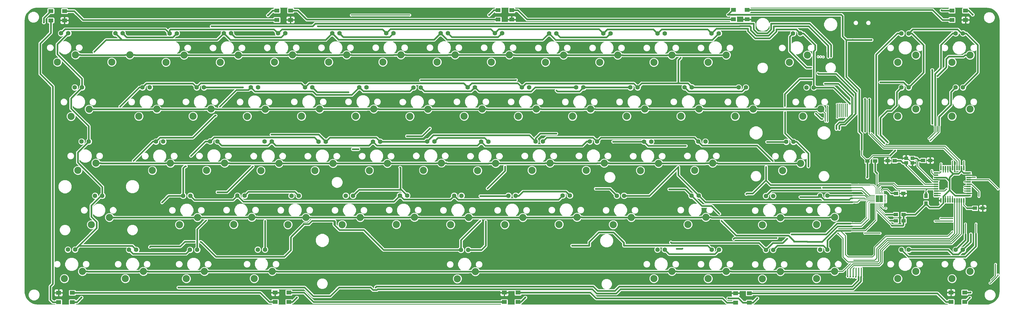
<source format=gbr>
G04 #@! TF.GenerationSoftware,KiCad,Pcbnew,(5.0.2)-1*
G04 #@! TF.CreationDate,2019-03-25T23:00:56+03:00*
G04 #@! TF.ProjectId,Mechanical Keyboard,4d656368-616e-4696-9361-6c204b657962,rev?*
G04 #@! TF.SameCoordinates,Original*
G04 #@! TF.FileFunction,Copper,L1,Top*
G04 #@! TF.FilePolarity,Positive*
%FSLAX46Y46*%
G04 Gerber Fmt 4.6, Leading zero omitted, Abs format (unit mm)*
G04 Created by KiCad (PCBNEW (5.0.2)-1) date 25.03.2019 23:00:56*
%MOMM*%
%LPD*%
G01*
G04 APERTURE LIST*
G04 #@! TA.AperFunction,ComponentPad*
%ADD10C,1.600200*%
G04 #@! TD*
G04 #@! TA.AperFunction,ComponentPad*
%ADD11C,2.499360*%
G04 #@! TD*
G04 #@! TA.AperFunction,SMDPad,CuDef*
%ADD12R,0.550000X1.500000*%
G04 #@! TD*
G04 #@! TA.AperFunction,SMDPad,CuDef*
%ADD13R,1.500000X0.550000*%
G04 #@! TD*
G04 #@! TA.AperFunction,SMDPad,CuDef*
%ADD14R,1.800000X1.400000*%
G04 #@! TD*
G04 #@! TA.AperFunction,SMDPad,CuDef*
%ADD15R,0.200000X0.800000*%
G04 #@! TD*
G04 #@! TA.AperFunction,SMDPad,CuDef*
%ADD16R,0.800000X0.200000*%
G04 #@! TD*
G04 #@! TA.AperFunction,SMDPad,CuDef*
%ADD17R,1.200000X1.200000*%
G04 #@! TD*
G04 #@! TA.AperFunction,SMDPad,CuDef*
%ADD18R,1.399540X1.150620*%
G04 #@! TD*
G04 #@! TA.AperFunction,SMDPad,CuDef*
%ADD19R,1.500000X1.250000*%
G04 #@! TD*
G04 #@! TA.AperFunction,SMDPad,CuDef*
%ADD20R,1.500000X1.300000*%
G04 #@! TD*
G04 #@! TA.AperFunction,SMDPad,CuDef*
%ADD21R,1.300000X1.500000*%
G04 #@! TD*
G04 #@! TA.AperFunction,ViaPad*
%ADD22C,0.600000*%
G04 #@! TD*
G04 #@! TA.AperFunction,ViaPad*
%ADD23C,0.400000*%
G04 #@! TD*
G04 #@! TA.AperFunction,ViaPad*
%ADD24C,0.700000*%
G04 #@! TD*
G04 #@! TA.AperFunction,Conductor*
%ADD25C,0.300000*%
G04 #@! TD*
G04 #@! TA.AperFunction,Conductor*
%ADD26C,0.600000*%
G04 #@! TD*
G04 #@! TA.AperFunction,Conductor*
%ADD27C,0.200000*%
G04 #@! TD*
G04 #@! TA.AperFunction,Conductor*
%ADD28C,0.400000*%
G04 #@! TD*
G04 #@! TA.AperFunction,Conductor*
%ADD29C,0.100000*%
G04 #@! TD*
G04 APERTURE END LIST*
D10*
G04 #@! TO.P,LED69,1*
G04 #@! TO.N,/led_ca2*
X370730000Y-164540000D03*
G04 #@! TO.P,LED69,2*
G04 #@! TO.N,/led_ca9*
X368190000Y-164540000D03*
G04 #@! TD*
D11*
G04 #@! TO.P,S69,2*
G04 #@! TO.N,Net-(D69-Pad2)*
X366920000Y-174700000D03*
G04 #@! TO.P,S69,1*
G04 #@! TO.N,/swm_row4*
X373270000Y-172160000D03*
G04 #@! TD*
D12*
G04 #@! TO.P,U1,1*
G04 #@! TO.N,Net-(R5-Pad2)*
X371030000Y-135778000D03*
G04 #@! TO.P,U1,2*
G04 #@! TO.N,VCC*
X370230000Y-135778000D03*
G04 #@! TO.P,U1,3*
G04 #@! TO.N,Net-(R3-Pad1)*
X369430000Y-135778000D03*
G04 #@! TO.P,U1,4*
G04 #@! TO.N,Net-(R2-Pad1)*
X368630000Y-135778000D03*
G04 #@! TO.P,U1,5*
G04 #@! TO.N,GND*
X367830000Y-135778000D03*
G04 #@! TO.P,U1,6*
G04 #@! TO.N,Net-(C1-Pad1)*
X367030000Y-135778000D03*
G04 #@! TO.P,U1,7*
G04 #@! TO.N,VCC*
X366230000Y-135778000D03*
G04 #@! TO.P,U1,8*
G04 #@! TO.N,/swm_col2*
X365430000Y-135778000D03*
G04 #@! TO.P,U1,9*
G04 #@! TO.N,/swm_col4*
X364630000Y-135778000D03*
G04 #@! TO.P,U1,10*
G04 #@! TO.N,/swm_col6*
X363830000Y-135778000D03*
G04 #@! TO.P,U1,11*
G04 #@! TO.N,/swm_col8*
X363030000Y-135778000D03*
D13*
G04 #@! TO.P,U1,12*
G04 #@! TO.N,/swm_col10*
X361330000Y-137478000D03*
G04 #@! TO.P,U1,13*
G04 #@! TO.N,Net-(R1-Pad2)*
X361330000Y-138278000D03*
G04 #@! TO.P,U1,14*
G04 #@! TO.N,VCC*
X361330000Y-139078000D03*
G04 #@! TO.P,U1,15*
G04 #@! TO.N,GND*
X361330000Y-139878000D03*
G04 #@! TO.P,U1,16*
G04 #@! TO.N,Net-(C3-Pad2)*
X361330000Y-140678000D03*
G04 #@! TO.P,U1,17*
G04 #@! TO.N,Net-(C2-Pad2)*
X361330000Y-141478000D03*
G04 #@! TO.P,U1,18*
G04 #@! TO.N,/i2c_scl*
X361330000Y-142278000D03*
G04 #@! TO.P,U1,19*
G04 #@! TO.N,/i2c_sda*
X361330000Y-143078000D03*
G04 #@! TO.P,U1,20*
G04 #@! TO.N,/rgb_bl*
X361330000Y-143878000D03*
G04 #@! TO.P,U1,21*
G04 #@! TO.N,/swm_col12*
X361330000Y-144678000D03*
G04 #@! TO.P,U1,22*
G04 #@! TO.N,/swm_col14*
X361330000Y-145478000D03*
D12*
G04 #@! TO.P,U1,23*
G04 #@! TO.N,GND*
X363030000Y-147178000D03*
G04 #@! TO.P,U1,24*
G04 #@! TO.N,VCC*
X363830000Y-147178000D03*
G04 #@! TO.P,U1,25*
G04 #@! TO.N,/swm_row1*
X364630000Y-147178000D03*
G04 #@! TO.P,U1,26*
G04 #@! TO.N,/swm_row2*
X365430000Y-147178000D03*
G04 #@! TO.P,U1,27*
G04 #@! TO.N,/swm_row3*
X366230000Y-147178000D03*
G04 #@! TO.P,U1,28*
G04 #@! TO.N,/swm_row4*
X367030000Y-147178000D03*
G04 #@! TO.P,U1,29*
G04 #@! TO.N,/swm_row5*
X367830000Y-147178000D03*
G04 #@! TO.P,U1,30*
G04 #@! TO.N,/swm_col13*
X368630000Y-147178000D03*
G04 #@! TO.P,U1,31*
G04 #@! TO.N,/swm_col11*
X369430000Y-147178000D03*
G04 #@! TO.P,U1,32*
G04 #@! TO.N,/swm_col9*
X370230000Y-147178000D03*
G04 #@! TO.P,U1,33*
G04 #@! TO.N,Net-(R4-Pad2)*
X371030000Y-147178000D03*
D13*
G04 #@! TO.P,U1,34*
G04 #@! TO.N,VCC*
X372730000Y-145478000D03*
G04 #@! TO.P,U1,35*
G04 #@! TO.N,GND*
X372730000Y-144678000D03*
G04 #@! TO.P,U1,36*
G04 #@! TO.N,/swm_col7*
X372730000Y-143878000D03*
G04 #@! TO.P,U1,37*
G04 #@! TO.N,/swm_col5*
X372730000Y-143078000D03*
G04 #@! TO.P,U1,38*
G04 #@! TO.N,/swm_col3*
X372730000Y-142278000D03*
G04 #@! TO.P,U1,39*
G04 #@! TO.N,Net-(R6-Pad2)*
X372730000Y-141478000D03*
G04 #@! TO.P,U1,40*
G04 #@! TO.N,/swm_col1*
X372730000Y-140678000D03*
G04 #@! TO.P,U1,41*
G04 #@! TO.N,/swm_col15*
X372730000Y-139878000D03*
G04 #@! TO.P,U1,42*
G04 #@! TO.N,Net-(C4-Pad2)*
X372730000Y-139078000D03*
G04 #@! TO.P,U1,43*
G04 #@! TO.N,GND*
X372730000Y-138278000D03*
G04 #@! TO.P,U1,44*
G04 #@! TO.N,VCC*
X372730000Y-137478000D03*
G04 #@! TD*
D10*
G04 #@! TO.P,LED68,1*
G04 #@! TO.N,/led_ca2*
X351680000Y-164540000D03*
G04 #@! TO.P,LED68,2*
G04 #@! TO.N,/led_ca8*
X349140000Y-164540000D03*
G04 #@! TD*
D11*
G04 #@! TO.P,S62,2*
G04 #@! TO.N,Net-(D62-Pad2)*
X314520000Y-117570000D03*
G04 #@! TO.P,S62,1*
G04 #@! TO.N,/swm_row2*
X320870000Y-115030000D03*
G04 #@! TD*
G04 #@! TO.P,S29,2*
G04 #@! TO.N,Net-(D29-Pad2)*
X171640000Y-155650000D03*
G04 #@! TO.P,S29,1*
G04 #@! TO.N,/swm_row4*
X177990000Y-153110000D03*
G04 #@! TD*
D10*
G04 #@! TO.P,LED1,1*
G04 #@! TO.N,/led_ca9*
X56370000Y-88320000D03*
G04 #@! TO.P,LED1,2*
G04 #@! TO.N,/led_ca1*
X53830000Y-88320000D03*
G04 #@! TD*
G04 #@! TO.P,LED2,1*
G04 #@! TO.N,/led_ca9*
X61170000Y-107410000D03*
G04 #@! TO.P,LED2,2*
G04 #@! TO.N,/led_ca2*
X58630000Y-107410000D03*
G04 #@! TD*
G04 #@! TO.P,LED3,1*
G04 #@! TO.N,/led_ca9*
X63550000Y-126430000D03*
G04 #@! TO.P,LED3,2*
G04 #@! TO.N,/led_ca3*
X61010000Y-126430000D03*
G04 #@! TD*
G04 #@! TO.P,LED4,1*
G04 #@! TO.N,/led_ca9*
X68300000Y-145520000D03*
G04 #@! TO.P,LED4,2*
G04 #@! TO.N,/led_ca4*
X65760000Y-145520000D03*
G04 #@! TD*
G04 #@! TO.P,LED5,1*
G04 #@! TO.N,/led_ca9*
X58770000Y-164460000D03*
G04 #@! TO.P,LED5,2*
G04 #@! TO.N,/led_ca5*
X56230000Y-164460000D03*
G04 #@! TD*
G04 #@! TO.P,LED6,1*
G04 #@! TO.N,/led_ca8*
X75440000Y-88330000D03*
G04 #@! TO.P,LED6,2*
G04 #@! TO.N,/led_ca2*
X72900000Y-88330000D03*
G04 #@! TD*
G04 #@! TO.P,LED7,1*
G04 #@! TO.N,/led_ca8*
X84970000Y-107410000D03*
G04 #@! TO.P,LED7,2*
G04 #@! TO.N,/led_ca3*
X82430000Y-107410000D03*
G04 #@! TD*
G04 #@! TO.P,LED8,1*
G04 #@! TO.N,/led_ca8*
X89730000Y-126460000D03*
G04 #@! TO.P,LED8,2*
G04 #@! TO.N,/led_ca4*
X87190000Y-126460000D03*
G04 #@! TD*
G04 #@! TO.P,LED9,1*
G04 #@! TO.N,/led_ca8*
X99260000Y-145530000D03*
G04 #@! TO.P,LED9,2*
G04 #@! TO.N,/led_ca5*
X96720000Y-145530000D03*
G04 #@! TD*
G04 #@! TO.P,LED10,1*
G04 #@! TO.N,/led_ca9*
X80230000Y-164540000D03*
G04 #@! TO.P,LED10,2*
G04 #@! TO.N,/led_ca6*
X77690000Y-164540000D03*
G04 #@! TD*
G04 #@! TO.P,LED11,1*
G04 #@! TO.N,/led_ca8*
X94480000Y-88370000D03*
G04 #@! TO.P,LED11,2*
G04 #@! TO.N,/led_ca1*
X91940000Y-88370000D03*
G04 #@! TD*
G04 #@! TO.P,LED12,1*
G04 #@! TO.N,/led_ca7*
X104030000Y-107370000D03*
G04 #@! TO.P,LED12,2*
G04 #@! TO.N,/led_ca3*
X101490000Y-107370000D03*
G04 #@! TD*
G04 #@! TO.P,LED13,1*
G04 #@! TO.N,/led_ca7*
X108780000Y-126410000D03*
G04 #@! TO.P,LED13,2*
G04 #@! TO.N,/led_ca5*
X106240000Y-126410000D03*
G04 #@! TD*
G04 #@! TO.P,LED14,1*
G04 #@! TO.N,/led_ca7*
X118310000Y-145490000D03*
G04 #@! TO.P,LED14,2*
G04 #@! TO.N,/led_ca8*
X115770000Y-145490000D03*
G04 #@! TD*
G04 #@! TO.P,LED15,1*
G04 #@! TO.N,/led_ca8*
X101650000Y-164530000D03*
G04 #@! TO.P,LED15,2*
G04 #@! TO.N,/led_ca6*
X99110000Y-164530000D03*
G04 #@! TD*
G04 #@! TO.P,LED16,1*
G04 #@! TO.N,/led_ca7*
X113550000Y-88350000D03*
G04 #@! TO.P,LED16,2*
G04 #@! TO.N,/led_ca2*
X111010000Y-88350000D03*
G04 #@! TD*
G04 #@! TO.P,LED17,1*
G04 #@! TO.N,/led_ca7*
X123090000Y-107410000D03*
G04 #@! TO.P,LED17,2*
G04 #@! TO.N,/led_ca4*
X120550000Y-107410000D03*
G04 #@! TD*
G04 #@! TO.P,LED18,1*
G04 #@! TO.N,/led_ca7*
X127840000Y-126460000D03*
G04 #@! TO.P,LED18,2*
G04 #@! TO.N,/led_ca6*
X125300000Y-126460000D03*
G04 #@! TD*
G04 #@! TO.P,LED20,1*
G04 #@! TO.N,/led_ca8*
X125490000Y-164490000D03*
G04 #@! TO.P,LED20,2*
G04 #@! TO.N,/led_ca7*
X122950000Y-164490000D03*
G04 #@! TD*
G04 #@! TO.P,LED21,1*
G04 #@! TO.N,/led_ca7*
X132600000Y-88350000D03*
G04 #@! TO.P,LED21,2*
G04 #@! TO.N,/led_ca1*
X130060000Y-88350000D03*
G04 #@! TD*
G04 #@! TO.P,LED22,1*
G04 #@! TO.N,/led_ca6*
X142140000Y-107380000D03*
G04 #@! TO.P,LED22,2*
G04 #@! TO.N,/led_ca3*
X139600000Y-107380000D03*
G04 #@! TD*
G04 #@! TO.P,LED23,1*
G04 #@! TO.N,/led_ca6*
X146880000Y-126490000D03*
G04 #@! TO.P,LED23,2*
G04 #@! TO.N,/led_ca5*
X144340000Y-126490000D03*
G04 #@! TD*
G04 #@! TO.P,LED24,1*
G04 #@! TO.N,/led_ca6*
X156410000Y-145530000D03*
G04 #@! TO.P,LED24,2*
G04 #@! TO.N,/led_ca9*
X153870000Y-145530000D03*
G04 #@! TD*
G04 #@! TO.P,LED25,1*
G04 #@! TO.N,/led_ca5*
X196880000Y-164580000D03*
G04 #@! TO.P,LED25,2*
G04 #@! TO.N,/led_ca9*
X194340000Y-164580000D03*
G04 #@! TD*
G04 #@! TO.P,LED26,1*
G04 #@! TO.N,/led_ca6*
X151640000Y-88350000D03*
G04 #@! TO.P,LED26,2*
G04 #@! TO.N,/led_ca2*
X149100000Y-88350000D03*
G04 #@! TD*
G04 #@! TO.P,LED27,1*
G04 #@! TO.N,/led_ca6*
X161170000Y-107350000D03*
G04 #@! TO.P,LED27,2*
G04 #@! TO.N,/led_ca4*
X158630000Y-107350000D03*
G04 #@! TD*
G04 #@! TO.P,LED28,1*
G04 #@! TO.N,/led_ca6*
X165940000Y-126480000D03*
G04 #@! TO.P,LED28,2*
G04 #@! TO.N,/led_ca7*
X163400000Y-126480000D03*
G04 #@! TD*
G04 #@! TO.P,LED29,1*
G04 #@! TO.N,/led_ca6*
X175450000Y-145460000D03*
G04 #@! TO.P,LED29,2*
G04 #@! TO.N,/led_ca8*
X172910000Y-145460000D03*
G04 #@! TD*
G04 #@! TO.P,LED30,1*
G04 #@! TO.N,/led_ca6*
X170640000Y-88300000D03*
G04 #@! TO.P,LED30,2*
G04 #@! TO.N,/led_ca1*
X168100000Y-88300000D03*
G04 #@! TD*
G04 #@! TO.P,LED31,1*
G04 #@! TO.N,/led_ca5*
X180230000Y-107430000D03*
G04 #@! TO.P,LED31,2*
G04 #@! TO.N,/led_ca4*
X177690000Y-107430000D03*
G04 #@! TD*
G04 #@! TO.P,LED32,1*
G04 #@! TO.N,/led_ca5*
X185000000Y-126380000D03*
G04 #@! TO.P,LED32,2*
G04 #@! TO.N,/led_ca6*
X182460000Y-126380000D03*
G04 #@! TD*
G04 #@! TO.P,LED33,1*
G04 #@! TO.N,/led_ca5*
X194510000Y-145530000D03*
G04 #@! TO.P,LED33,2*
G04 #@! TO.N,/led_ca8*
X191970000Y-145530000D03*
G04 #@! TD*
G04 #@! TO.P,LED34,1*
G04 #@! TO.N,/led_ca5*
X189730000Y-88320000D03*
G04 #@! TO.P,LED34,2*
G04 #@! TO.N,/led_ca2*
X187190000Y-88320000D03*
G04 #@! TD*
G04 #@! TO.P,LED35,1*
G04 #@! TO.N,/led_ca5*
X199250000Y-107350000D03*
G04 #@! TO.P,LED35,2*
G04 #@! TO.N,/led_ca3*
X196710000Y-107350000D03*
G04 #@! TD*
G04 #@! TO.P,LED36,1*
G04 #@! TO.N,/led_ca5*
X204020000Y-126510000D03*
G04 #@! TO.P,LED36,2*
G04 #@! TO.N,/led_ca7*
X201480000Y-126510000D03*
G04 #@! TD*
G04 #@! TO.P,LED37,1*
G04 #@! TO.N,/led_ca4*
X213560000Y-145530000D03*
G04 #@! TO.P,LED37,2*
G04 #@! TO.N,/led_ca9*
X211020000Y-145530000D03*
G04 #@! TD*
G04 #@! TO.P,LED38,1*
G04 #@! TO.N,/led_ca5*
X208800000Y-88300000D03*
G04 #@! TO.P,LED38,2*
G04 #@! TO.N,/led_ca1*
X206260000Y-88300000D03*
G04 #@! TD*
G04 #@! TO.P,LED39,1*
G04 #@! TO.N,/led_ca4*
X218310000Y-107410000D03*
G04 #@! TO.P,LED39,2*
G04 #@! TO.N,/led_ca3*
X215770000Y-107410000D03*
G04 #@! TD*
G04 #@! TO.P,LED40,1*
G04 #@! TO.N,/led_ca4*
X223110000Y-126410000D03*
G04 #@! TO.P,LED40,2*
G04 #@! TO.N,/led_ca6*
X220570000Y-126410000D03*
G04 #@! TD*
G04 #@! TO.P,LED41,1*
G04 #@! TO.N,/led_ca4*
X232610000Y-145460000D03*
G04 #@! TO.P,LED41,2*
G04 #@! TO.N,/led_ca8*
X230070000Y-145460000D03*
G04 #@! TD*
G04 #@! TO.P,LED42,1*
G04 #@! TO.N,/led_ca4*
X227840000Y-88380000D03*
G04 #@! TO.P,LED42,2*
G04 #@! TO.N,/led_ca2*
X225300000Y-88380000D03*
G04 #@! TD*
G04 #@! TO.P,LED43,1*
G04 #@! TO.N,/led_ca4*
X237360000Y-107410000D03*
G04 #@! TO.P,LED43,2*
G04 #@! TO.N,/led_ca5*
X234820000Y-107410000D03*
G04 #@! TD*
G04 #@! TO.P,LED44,1*
G04 #@! TO.N,/led_ca4*
X242140000Y-126430000D03*
G04 #@! TO.P,LED44,2*
G04 #@! TO.N,/led_ca7*
X239600000Y-126430000D03*
G04 #@! TD*
G04 #@! TO.P,LED45,1*
G04 #@! TO.N,/led_ca3*
X251660000Y-145530000D03*
G04 #@! TO.P,LED45,2*
G04 #@! TO.N,/led_ca6*
X249120000Y-145530000D03*
G04 #@! TD*
G04 #@! TO.P,LED46,1*
G04 #@! TO.N,/led_ca4*
X246890000Y-88380000D03*
G04 #@! TO.P,LED46,2*
G04 #@! TO.N,/led_ca1*
X244350000Y-88380000D03*
G04 #@! TD*
G04 #@! TO.P,LED47,1*
G04 #@! TO.N,/led_ca3*
X256420000Y-107410000D03*
G04 #@! TO.P,LED47,2*
G04 #@! TO.N,/led_ca4*
X253880000Y-107410000D03*
G04 #@! TD*
G04 #@! TO.P,LED48,1*
G04 #@! TO.N,/led_ca3*
X261190000Y-126480000D03*
G04 #@! TO.P,LED48,2*
G04 #@! TO.N,/led_ca5*
X258650000Y-126480000D03*
G04 #@! TD*
G04 #@! TO.P,LED49,1*
G04 #@! TO.N,/led_ca3*
X277880000Y-145490000D03*
G04 #@! TO.P,LED49,2*
G04 #@! TO.N,/led_ca7*
X275340000Y-145490000D03*
G04 #@! TD*
G04 #@! TO.P,LED50,1*
G04 #@! TO.N,/led_ca3*
X265950000Y-164500000D03*
G04 #@! TO.P,LED50,2*
G04 #@! TO.N,/led_ca8*
X263410000Y-164500000D03*
G04 #@! TD*
G04 #@! TO.P,LED51,1*
G04 #@! TO.N,/led_ca3*
X265950000Y-88420000D03*
G04 #@! TO.P,LED51,2*
G04 #@! TO.N,/led_ca1*
X263410000Y-88420000D03*
G04 #@! TD*
G04 #@! TO.P,LED52,1*
G04 #@! TO.N,/led_ca3*
X275480000Y-107350000D03*
G04 #@! TO.P,LED52,2*
G04 #@! TO.N,/led_ca2*
X272940000Y-107350000D03*
G04 #@! TD*
G04 #@! TO.P,LED53,1*
G04 #@! TO.N,/led_ca2*
X280240000Y-126440000D03*
G04 #@! TO.P,LED53,2*
G04 #@! TO.N,/led_ca4*
X277700000Y-126440000D03*
G04 #@! TD*
G04 #@! TO.P,LED54,1*
G04 #@! TO.N,/led_ca2*
X304030000Y-145600000D03*
G04 #@! TO.P,LED54,2*
G04 #@! TO.N,/led_ca5*
X301490000Y-145600000D03*
G04 #@! TD*
G04 #@! TO.P,LED55,1*
G04 #@! TO.N,/led_ca3*
X285040000Y-164540000D03*
G04 #@! TO.P,LED55,2*
G04 #@! TO.N,/led_ca9*
X282500000Y-164540000D03*
G04 #@! TD*
G04 #@! TO.P,LED56,1*
G04 #@! TO.N,/led_ca2*
X284960000Y-88390000D03*
G04 #@! TO.P,LED56,2*
G04 #@! TO.N,/led_ca1*
X282420000Y-88390000D03*
G04 #@! TD*
G04 #@! TO.P,LED57,1*
G04 #@! TO.N,/led_ca2*
X294470000Y-107410000D03*
G04 #@! TO.P,LED57,2*
G04 #@! TO.N,/led_ca3*
X291930000Y-107410000D03*
G04 #@! TD*
G04 #@! TO.P,LED58,1*
G04 #@! TO.N,/led_ca1*
X311180000Y-126520000D03*
G04 #@! TO.P,LED58,2*
G04 #@! TO.N,/led_ca8*
X308640000Y-126520000D03*
G04 #@! TD*
G04 #@! TO.P,LED59,1*
G04 #@! TO.N,/led_ca1*
X323080000Y-145490000D03*
G04 #@! TO.P,LED59,2*
G04 #@! TO.N,/led_ca9*
X320540000Y-145490000D03*
G04 #@! TD*
G04 #@! TO.P,LED60,1*
G04 #@! TO.N,/led_ca2*
X304050000Y-164580000D03*
G04 #@! TO.P,LED60,2*
G04 #@! TO.N,/led_ca6*
X301510000Y-164580000D03*
G04 #@! TD*
G04 #@! TO.P,LED61,1*
G04 #@! TO.N,/led_ca1*
X313580000Y-88380000D03*
G04 #@! TO.P,LED61,2*
G04 #@! TO.N,/led_ca6*
X311040000Y-88380000D03*
G04 #@! TD*
G04 #@! TO.P,LED63,1*
G04 #@! TO.N,/led_ca1*
X351690000Y-88410000D03*
G04 #@! TO.P,LED63,2*
G04 #@! TO.N,/led_ca5*
X349150000Y-88410000D03*
G04 #@! TD*
G04 #@! TO.P,LED64,1*
G04 #@! TO.N,/led_ca1*
X351670000Y-107410000D03*
G04 #@! TO.P,LED64,2*
G04 #@! TO.N,/led_ca4*
X349130000Y-107410000D03*
G04 #@! TD*
G04 #@! TO.P,LED65,1*
G04 #@! TO.N,/led_ca2*
X323080000Y-164490000D03*
G04 #@! TO.P,LED65,2*
G04 #@! TO.N,/led_ca7*
X320540000Y-164490000D03*
G04 #@! TD*
G04 #@! TO.P,LED66,1*
G04 #@! TO.N,/led_ca1*
X370720000Y-88380000D03*
G04 #@! TO.P,LED66,2*
G04 #@! TO.N,/led_ca3*
X368180000Y-88380000D03*
G04 #@! TD*
G04 #@! TO.P,LED67,1*
G04 #@! TO.N,/led_ca1*
X370720000Y-107410000D03*
G04 #@! TO.P,LED67,2*
G04 #@! TO.N,/led_ca2*
X368180000Y-107410000D03*
G04 #@! TD*
D14*
G04 #@! TO.P,LED101,1*
G04 #@! TO.N,VCC*
X366855219Y-80341015D03*
G04 #@! TO.P,LED101,2*
G04 #@! TO.N,Net-(LED101-Pad2)*
X366855219Y-83641015D03*
G04 #@! TO.P,LED101,3*
G04 #@! TO.N,GND*
X371655219Y-83641015D03*
G04 #@! TO.P,LED101,4*
G04 #@! TO.N,/rgb-backlight/data_input*
X371655219Y-80341015D03*
G04 #@! TD*
G04 #@! TO.P,LED102,1*
G04 #@! TO.N,VCC*
X290105457Y-80146024D03*
G04 #@! TO.P,LED102,2*
G04 #@! TO.N,Net-(LED102-Pad2)*
X290105457Y-83446024D03*
G04 #@! TO.P,LED102,3*
G04 #@! TO.N,GND*
X294905457Y-83446024D03*
G04 #@! TO.P,LED102,4*
G04 #@! TO.N,Net-(LED101-Pad2)*
X294905457Y-80146024D03*
G04 #@! TD*
G04 #@! TO.P,LED103,1*
G04 #@! TO.N,VCC*
X207386411Y-80225023D03*
G04 #@! TO.P,LED103,2*
G04 #@! TO.N,Net-(LED103-Pad2)*
X207386411Y-83525023D03*
G04 #@! TO.P,LED103,3*
G04 #@! TO.N,GND*
X212186411Y-83525023D03*
G04 #@! TO.P,LED103,4*
G04 #@! TO.N,Net-(LED102-Pad2)*
X212186411Y-80225023D03*
G04 #@! TD*
G04 #@! TO.P,LED104,1*
G04 #@! TO.N,VCC*
X129654258Y-80324845D03*
G04 #@! TO.P,LED104,2*
G04 #@! TO.N,Net-(LED104-Pad2)*
X129654258Y-83624845D03*
G04 #@! TO.P,LED104,3*
G04 #@! TO.N,GND*
X134454258Y-83624845D03*
G04 #@! TO.P,LED104,4*
G04 #@! TO.N,Net-(LED103-Pad2)*
X134454258Y-80324845D03*
G04 #@! TD*
G04 #@! TO.P,LED105,1*
G04 #@! TO.N,VCC*
X50227065Y-80517126D03*
G04 #@! TO.P,LED105,2*
G04 #@! TO.N,Net-(LED105-Pad2)*
X50227065Y-83817126D03*
G04 #@! TO.P,LED105,3*
G04 #@! TO.N,GND*
X55027065Y-83817126D03*
G04 #@! TO.P,LED105,4*
G04 #@! TO.N,Net-(LED104-Pad2)*
X55027065Y-80517126D03*
G04 #@! TD*
G04 #@! TO.P,LED106,1*
G04 #@! TO.N,VCC*
X57766689Y-182973132D03*
G04 #@! TO.P,LED106,2*
G04 #@! TO.N,Net-(LED106-Pad2)*
X57766689Y-179673132D03*
G04 #@! TO.P,LED106,3*
G04 #@! TO.N,GND*
X52966689Y-179673132D03*
G04 #@! TO.P,LED106,4*
G04 #@! TO.N,Net-(LED105-Pad2)*
X52966689Y-182973132D03*
G04 #@! TD*
G04 #@! TO.P,LED107,1*
G04 #@! TO.N,VCC*
X133850000Y-182921000D03*
G04 #@! TO.P,LED107,2*
G04 #@! TO.N,Net-(LED107-Pad2)*
X133850000Y-179621000D03*
G04 #@! TO.P,LED107,3*
G04 #@! TO.N,GND*
X129050000Y-179621000D03*
G04 #@! TO.P,LED107,4*
G04 #@! TO.N,Net-(LED106-Pad2)*
X129050000Y-182921000D03*
G04 #@! TD*
G04 #@! TO.P,LED108,1*
G04 #@! TO.N,VCC*
X214375000Y-182921000D03*
G04 #@! TO.P,LED108,2*
G04 #@! TO.N,Net-(LED108-Pad2)*
X214375000Y-179621000D03*
G04 #@! TO.P,LED108,3*
G04 #@! TO.N,GND*
X209575000Y-179621000D03*
G04 #@! TO.P,LED108,4*
G04 #@! TO.N,Net-(LED107-Pad2)*
X209575000Y-182921000D03*
G04 #@! TD*
G04 #@! TO.P,LED109,1*
G04 #@! TO.N,VCC*
X295650000Y-183132000D03*
G04 #@! TO.P,LED109,2*
G04 #@! TO.N,Net-(LED109-Pad2)*
X295650000Y-179832000D03*
G04 #@! TO.P,LED109,3*
G04 #@! TO.N,GND*
X290850000Y-179832000D03*
G04 #@! TO.P,LED109,4*
G04 #@! TO.N,Net-(LED108-Pad2)*
X290850000Y-183132000D03*
G04 #@! TD*
G04 #@! TO.P,LED110,1*
G04 #@! TO.N,VCC*
X371348000Y-182880000D03*
G04 #@! TO.P,LED110,2*
G04 #@! TO.N,Net-(LED110-Pad2)*
X371348000Y-179580000D03*
G04 #@! TO.P,LED110,3*
G04 #@! TO.N,GND*
X366548000Y-179580000D03*
G04 #@! TO.P,LED110,4*
G04 #@! TO.N,Net-(LED109-Pad2)*
X366548000Y-182880000D03*
G04 #@! TD*
D11*
G04 #@! TO.P,S1,2*
G04 #@! TO.N,Net-(D1-Pad2)*
X52560000Y-98480000D03*
G04 #@! TO.P,S1,1*
G04 #@! TO.N,/swm_row1*
X58910000Y-95940000D03*
G04 #@! TD*
G04 #@! TO.P,S2,2*
G04 #@! TO.N,Net-(D2-Pad2)*
X57360000Y-117580000D03*
G04 #@! TO.P,S2,1*
G04 #@! TO.N,/swm_row2*
X63710000Y-115040000D03*
G04 #@! TD*
G04 #@! TO.P,S3,2*
G04 #@! TO.N,Net-(D3-Pad2)*
X59740000Y-136590000D03*
G04 #@! TO.P,S3,1*
G04 #@! TO.N,/swm_row3*
X66090000Y-134050000D03*
G04 #@! TD*
G04 #@! TO.P,S4,2*
G04 #@! TO.N,Net-(D4-Pad2)*
X64490000Y-155680000D03*
G04 #@! TO.P,S4,1*
G04 #@! TO.N,/swm_row4*
X70840000Y-153140000D03*
G04 #@! TD*
G04 #@! TO.P,S5,2*
G04 #@! TO.N,Net-(D5-Pad2)*
X54990000Y-174700000D03*
G04 #@! TO.P,S5,1*
G04 #@! TO.N,/swm_row5*
X61340000Y-172160000D03*
G04 #@! TD*
G04 #@! TO.P,S6,2*
G04 #@! TO.N,Net-(D6-Pad2)*
X71630000Y-98490000D03*
G04 #@! TO.P,S6,1*
G04 #@! TO.N,/swm_row1*
X77980000Y-95950000D03*
G04 #@! TD*
G04 #@! TO.P,S7,2*
G04 #@! TO.N,Net-(D7-Pad2)*
X81160000Y-117570000D03*
G04 #@! TO.P,S7,1*
G04 #@! TO.N,/swm_row2*
X87510000Y-115030000D03*
G04 #@! TD*
G04 #@! TO.P,S8,2*
G04 #@! TO.N,Net-(D8-Pad2)*
X85920000Y-136620000D03*
G04 #@! TO.P,S8,1*
G04 #@! TO.N,/swm_row3*
X92270000Y-134080000D03*
G04 #@! TD*
G04 #@! TO.P,S9,2*
G04 #@! TO.N,Net-(D9-Pad2)*
X95450000Y-155690000D03*
G04 #@! TO.P,S9,1*
G04 #@! TO.N,/swm_row4*
X101800000Y-153150000D03*
G04 #@! TD*
G04 #@! TO.P,S10,2*
G04 #@! TO.N,Net-(D10-Pad2)*
X76400000Y-174700000D03*
G04 #@! TO.P,S10,1*
G04 #@! TO.N,/swm_row5*
X82750000Y-172160000D03*
G04 #@! TD*
G04 #@! TO.P,S11,2*
G04 #@! TO.N,Net-(D11-Pad2)*
X90670000Y-98540000D03*
G04 #@! TO.P,S11,1*
G04 #@! TO.N,/swm_row1*
X97020000Y-96000000D03*
G04 #@! TD*
G04 #@! TO.P,S12,2*
G04 #@! TO.N,Net-(D12-Pad2)*
X100220000Y-117540000D03*
G04 #@! TO.P,S12,1*
G04 #@! TO.N,/swm_row2*
X106570000Y-115000000D03*
G04 #@! TD*
G04 #@! TO.P,S13,2*
G04 #@! TO.N,Net-(D13-Pad2)*
X104970000Y-136570000D03*
G04 #@! TO.P,S13,1*
G04 #@! TO.N,/swm_row3*
X111320000Y-134030000D03*
G04 #@! TD*
G04 #@! TO.P,S14,2*
G04 #@! TO.N,Net-(D14-Pad2)*
X114500000Y-155650000D03*
G04 #@! TO.P,S14,1*
G04 #@! TO.N,/swm_row4*
X120850000Y-153110000D03*
G04 #@! TD*
G04 #@! TO.P,S15,2*
G04 #@! TO.N,Net-(D15-Pad2)*
X97850000Y-174700000D03*
G04 #@! TO.P,S15,1*
G04 #@! TO.N,/swm_row5*
X104200000Y-172160000D03*
G04 #@! TD*
G04 #@! TO.P,S16,2*
G04 #@! TO.N,Net-(D16-Pad2)*
X109728000Y-98552000D03*
G04 #@! TO.P,S16,1*
G04 #@! TO.N,/swm_row1*
X116078000Y-96012000D03*
G04 #@! TD*
G04 #@! TO.P,S17,2*
G04 #@! TO.N,Net-(D17-Pad2)*
X119260000Y-117580000D03*
G04 #@! TO.P,S17,1*
G04 #@! TO.N,/swm_row2*
X125610000Y-115040000D03*
G04 #@! TD*
G04 #@! TO.P,S18,2*
G04 #@! TO.N,Net-(D18-Pad2)*
X124030000Y-136630000D03*
G04 #@! TO.P,S18,1*
G04 #@! TO.N,/swm_row3*
X130380000Y-134090000D03*
G04 #@! TD*
G04 #@! TO.P,S19,2*
G04 #@! TO.N,Net-(D19-Pad2)*
X133530000Y-155680000D03*
G04 #@! TO.P,S19,1*
G04 #@! TO.N,/swm_row4*
X139880000Y-153140000D03*
G04 #@! TD*
G04 #@! TO.P,S20,2*
G04 #@! TO.N,Net-(D20-Pad2)*
X121670000Y-174660000D03*
G04 #@! TO.P,S20,1*
G04 #@! TO.N,/swm_row5*
X128020000Y-172120000D03*
G04 #@! TD*
G04 #@! TO.P,S21,2*
G04 #@! TO.N,Net-(D21-Pad2)*
X128780000Y-98510000D03*
G04 #@! TO.P,S21,1*
G04 #@! TO.N,/swm_row1*
X135130000Y-95970000D03*
G04 #@! TD*
G04 #@! TO.P,S22,2*
G04 #@! TO.N,Net-(D22-Pad2)*
X138310000Y-117540000D03*
G04 #@! TO.P,S22,1*
G04 #@! TO.N,/swm_row2*
X144660000Y-115000000D03*
G04 #@! TD*
G04 #@! TO.P,S23,2*
G04 #@! TO.N,Net-(D23-Pad2)*
X143070000Y-136650000D03*
G04 #@! TO.P,S23,1*
G04 #@! TO.N,/swm_row3*
X149420000Y-134110000D03*
G04 #@! TD*
G04 #@! TO.P,S24,2*
G04 #@! TO.N,Net-(D24-Pad2)*
X152600000Y-155690000D03*
G04 #@! TO.P,S24,1*
G04 #@! TO.N,/swm_row4*
X158950000Y-153150000D03*
G04 #@! TD*
G04 #@! TO.P,S25,2*
G04 #@! TO.N,Net-(D25-Pad2)*
X193070000Y-174740000D03*
G04 #@! TO.P,S25,1*
G04 #@! TO.N,/swm_row5*
X199420000Y-172200000D03*
G04 #@! TD*
G04 #@! TO.P,S26,2*
G04 #@! TO.N,Net-(D26-Pad2)*
X147830000Y-98510000D03*
G04 #@! TO.P,S26,1*
G04 #@! TO.N,/swm_row1*
X154180000Y-95970000D03*
G04 #@! TD*
G04 #@! TO.P,S27,2*
G04 #@! TO.N,Net-(D27-Pad2)*
X157360000Y-117510000D03*
G04 #@! TO.P,S27,1*
G04 #@! TO.N,/swm_row2*
X163710000Y-114970000D03*
G04 #@! TD*
G04 #@! TO.P,S28,2*
G04 #@! TO.N,Net-(D28-Pad2)*
X162130000Y-136640000D03*
G04 #@! TO.P,S28,1*
G04 #@! TO.N,/swm_row3*
X168480000Y-134100000D03*
G04 #@! TD*
G04 #@! TO.P,S30,2*
G04 #@! TO.N,Net-(D30-Pad2)*
X166890000Y-98480000D03*
G04 #@! TO.P,S30,1*
G04 #@! TO.N,/swm_row1*
X173240000Y-95940000D03*
G04 #@! TD*
G04 #@! TO.P,S31,2*
G04 #@! TO.N,Net-(D31-Pad2)*
X176420000Y-117590000D03*
G04 #@! TO.P,S31,1*
G04 #@! TO.N,/swm_row2*
X182770000Y-115050000D03*
G04 #@! TD*
G04 #@! TO.P,S32,2*
G04 #@! TO.N,Net-(D32-Pad2)*
X181170000Y-136540000D03*
G04 #@! TO.P,S32,1*
G04 #@! TO.N,/swm_row3*
X187520000Y-134000000D03*
G04 #@! TD*
G04 #@! TO.P,S33,2*
G04 #@! TO.N,Net-(D33-Pad2)*
X190700000Y-155690000D03*
G04 #@! TO.P,S33,1*
G04 #@! TO.N,/swm_row4*
X197050000Y-153150000D03*
G04 #@! TD*
G04 #@! TO.P,S34,2*
G04 #@! TO.N,Net-(D34-Pad2)*
X185940000Y-98480000D03*
G04 #@! TO.P,S34,1*
G04 #@! TO.N,/swm_row1*
X192290000Y-95940000D03*
G04 #@! TD*
G04 #@! TO.P,S35,2*
G04 #@! TO.N,Net-(D35-Pad2)*
X195460000Y-117510000D03*
G04 #@! TO.P,S35,1*
G04 #@! TO.N,/swm_row2*
X201810000Y-114970000D03*
G04 #@! TD*
G04 #@! TO.P,S36,2*
G04 #@! TO.N,Net-(D36-Pad2)*
X200210000Y-136670000D03*
G04 #@! TO.P,S36,1*
G04 #@! TO.N,/swm_row3*
X206560000Y-134130000D03*
G04 #@! TD*
G04 #@! TO.P,S37,2*
G04 #@! TO.N,Net-(D37-Pad2)*
X209750000Y-155690000D03*
G04 #@! TO.P,S37,1*
G04 #@! TO.N,/swm_row4*
X216100000Y-153150000D03*
G04 #@! TD*
G04 #@! TO.P,S38,2*
G04 #@! TO.N,Net-(D38-Pad2)*
X204990000Y-98460000D03*
G04 #@! TO.P,S38,1*
G04 #@! TO.N,/swm_row1*
X211340000Y-95920000D03*
G04 #@! TD*
G04 #@! TO.P,S39,2*
G04 #@! TO.N,Net-(D39-Pad2)*
X214500000Y-117550000D03*
G04 #@! TO.P,S39,1*
G04 #@! TO.N,/swm_row2*
X220850000Y-115010000D03*
G04 #@! TD*
G04 #@! TO.P,S40,2*
G04 #@! TO.N,Net-(D40-Pad2)*
X219280000Y-136570000D03*
G04 #@! TO.P,S40,1*
G04 #@! TO.N,/swm_row3*
X225630000Y-134030000D03*
G04 #@! TD*
G04 #@! TO.P,S41,2*
G04 #@! TO.N,Net-(D41-Pad2)*
X228800000Y-155620000D03*
G04 #@! TO.P,S41,1*
G04 #@! TO.N,/swm_row4*
X235150000Y-153080000D03*
G04 #@! TD*
G04 #@! TO.P,S42,2*
G04 #@! TO.N,Net-(D42-Pad2)*
X224030000Y-98540000D03*
G04 #@! TO.P,S42,1*
G04 #@! TO.N,/swm_row1*
X230380000Y-96000000D03*
G04 #@! TD*
G04 #@! TO.P,S43,2*
G04 #@! TO.N,Net-(D43-Pad2)*
X233550000Y-117570000D03*
G04 #@! TO.P,S43,1*
G04 #@! TO.N,/swm_row2*
X239900000Y-115030000D03*
G04 #@! TD*
G04 #@! TO.P,S44,2*
G04 #@! TO.N,Net-(D44-Pad2)*
X238330000Y-136590000D03*
G04 #@! TO.P,S44,1*
G04 #@! TO.N,/swm_row3*
X244680000Y-134050000D03*
G04 #@! TD*
G04 #@! TO.P,S45,2*
G04 #@! TO.N,Net-(D45-Pad2)*
X247850000Y-155690000D03*
G04 #@! TO.P,S45,1*
G04 #@! TO.N,/swm_row4*
X254200000Y-153150000D03*
G04 #@! TD*
G04 #@! TO.P,S46,2*
G04 #@! TO.N,Net-(D46-Pad2)*
X243080000Y-98540000D03*
G04 #@! TO.P,S46,1*
G04 #@! TO.N,/swm_row1*
X249430000Y-96000000D03*
G04 #@! TD*
G04 #@! TO.P,S47,2*
G04 #@! TO.N,Net-(D47-Pad2)*
X252610000Y-117570000D03*
G04 #@! TO.P,S47,1*
G04 #@! TO.N,/swm_row2*
X258960000Y-115030000D03*
G04 #@! TD*
G04 #@! TO.P,S48,2*
G04 #@! TO.N,Net-(D48-Pad2)*
X257380000Y-136640000D03*
G04 #@! TO.P,S48,1*
G04 #@! TO.N,/swm_row3*
X263730000Y-134100000D03*
G04 #@! TD*
G04 #@! TO.P,S49,2*
G04 #@! TO.N,Net-(D49-Pad2)*
X274070000Y-155650000D03*
G04 #@! TO.P,S49,1*
G04 #@! TO.N,/swm_row4*
X280420000Y-153110000D03*
G04 #@! TD*
G04 #@! TO.P,S50,2*
G04 #@! TO.N,Net-(D50-Pad2)*
X262140000Y-174680000D03*
G04 #@! TO.P,S50,1*
G04 #@! TO.N,/swm_row5*
X268490000Y-172140000D03*
G04 #@! TD*
G04 #@! TO.P,S51,2*
G04 #@! TO.N,Net-(D51-Pad2)*
X262130000Y-98570000D03*
G04 #@! TO.P,S51,1*
G04 #@! TO.N,/swm_row1*
X268480000Y-96030000D03*
G04 #@! TD*
G04 #@! TO.P,S52,2*
G04 #@! TO.N,Net-(D52-Pad2)*
X271660000Y-117530000D03*
G04 #@! TO.P,S52,1*
G04 #@! TO.N,/swm_row2*
X278010000Y-114990000D03*
G04 #@! TD*
G04 #@! TO.P,S53,2*
G04 #@! TO.N,Net-(D53-Pad2)*
X276430000Y-136600000D03*
G04 #@! TO.P,S53,1*
G04 #@! TO.N,/swm_row3*
X282780000Y-134060000D03*
G04 #@! TD*
G04 #@! TO.P,S54,2*
G04 #@! TO.N,Net-(D54-Pad2)*
X300230000Y-155770000D03*
G04 #@! TO.P,S54,1*
G04 #@! TO.N,/swm_row4*
X306580000Y-153230000D03*
G04 #@! TD*
G04 #@! TO.P,S55,2*
G04 #@! TO.N,Net-(D55-Pad2)*
X281220000Y-174700000D03*
G04 #@! TO.P,S55,1*
G04 #@! TO.N,/swm_row5*
X287570000Y-172160000D03*
G04 #@! TD*
G04 #@! TO.P,S56,2*
G04 #@! TO.N,Net-(D56-Pad2)*
X281190000Y-98540000D03*
G04 #@! TO.P,S56,1*
G04 #@! TO.N,/swm_row1*
X287540000Y-96000000D03*
G04 #@! TD*
G04 #@! TO.P,S57,2*
G04 #@! TO.N,Net-(D57-Pad2)*
X290660000Y-117570000D03*
G04 #@! TO.P,S57,1*
G04 #@! TO.N,/swm_row2*
X297010000Y-115030000D03*
G04 #@! TD*
G04 #@! TO.P,S58,2*
G04 #@! TO.N,Net-(D58-Pad2)*
X307370000Y-136680000D03*
G04 #@! TO.P,S58,1*
G04 #@! TO.N,/swm_row3*
X313720000Y-134140000D03*
G04 #@! TD*
G04 #@! TO.P,S59,2*
G04 #@! TO.N,Net-(D59-Pad2)*
X319270000Y-155650000D03*
G04 #@! TO.P,S59,1*
G04 #@! TO.N,/swm_row4*
X325620000Y-153110000D03*
G04 #@! TD*
G04 #@! TO.P,S60,2*
G04 #@! TO.N,Net-(D60-Pad2)*
X300240000Y-174740000D03*
G04 #@! TO.P,S60,1*
G04 #@! TO.N,/swm_row5*
X306590000Y-172200000D03*
G04 #@! TD*
G04 #@! TO.P,S61,2*
G04 #@! TO.N,Net-(D61-Pad2)*
X309770000Y-98540000D03*
G04 #@! TO.P,S61,1*
G04 #@! TO.N,/swm_row1*
X316120000Y-96000000D03*
G04 #@! TD*
G04 #@! TO.P,S63,2*
G04 #@! TO.N,Net-(D63-Pad2)*
X347860000Y-98550000D03*
G04 #@! TO.P,S63,1*
G04 #@! TO.N,/swm_row1*
X354210000Y-96010000D03*
G04 #@! TD*
G04 #@! TO.P,S64,2*
G04 #@! TO.N,Net-(D64-Pad2)*
X347860000Y-117570000D03*
G04 #@! TO.P,S64,1*
G04 #@! TO.N,/swm_row3*
X354210000Y-115030000D03*
G04 #@! TD*
G04 #@! TO.P,S65,2*
G04 #@! TO.N,Net-(D65-Pad2)*
X319270000Y-174650000D03*
G04 #@! TO.P,S65,1*
G04 #@! TO.N,/swm_row5*
X325620000Y-172110000D03*
G04 #@! TD*
G04 #@! TO.P,S66,2*
G04 #@! TO.N,Net-(D66-Pad2)*
X366900000Y-98550000D03*
G04 #@! TO.P,S66,1*
G04 #@! TO.N,/swm_row2*
X373250000Y-96010000D03*
G04 #@! TD*
G04 #@! TO.P,S67,2*
G04 #@! TO.N,Net-(D67-Pad2)*
X366910000Y-117570000D03*
G04 #@! TO.P,S67,1*
G04 #@! TO.N,/swm_row3*
X373260000Y-115030000D03*
G04 #@! TD*
G04 #@! TO.P,S68,2*
G04 #@! TO.N,Net-(D68-Pad2)*
X347870000Y-174700000D03*
G04 #@! TO.P,S68,1*
G04 #@! TO.N,/swm_row4*
X354220000Y-172160000D03*
G04 #@! TD*
D15*
G04 #@! TO.P,U2,1*
G04 #@! TO.N,/led_ca2*
X340170000Y-148510000D03*
G04 #@! TO.P,U2,2*
G04 #@! TO.N,VCC*
X340570000Y-148510000D03*
G04 #@! TO.P,U2,3*
G04 #@! TO.N,Net-(R13-Pad2)*
X340970000Y-148510000D03*
G04 #@! TO.P,U2,4*
G04 #@! TO.N,Net-(R12-Pad2)*
X341370000Y-148510000D03*
G04 #@! TO.P,U2,5*
G04 #@! TO.N,GND*
X341770000Y-148510000D03*
G04 #@! TO.P,U2,6*
G04 #@! TO.N,Net-(R11-Pad2)*
X342170000Y-148510000D03*
G04 #@! TO.P,U2,7*
G04 #@! TO.N,Net-(U2-Pad7)*
X342570000Y-148510000D03*
D16*
G04 #@! TO.P,U2,8*
G04 #@! TO.N,Net-(U2-Pad8)*
X343320000Y-147760000D03*
G04 #@! TO.P,U2,9*
G04 #@! TO.N,Net-(U2-Pad9)*
X343320000Y-147360000D03*
G04 #@! TO.P,U2,10*
G04 #@! TO.N,Net-(U2-Pad10)*
X343320000Y-146960000D03*
G04 #@! TO.P,U2,11*
G04 #@! TO.N,Net-(U2-Pad11)*
X343320000Y-146560000D03*
G04 #@! TO.P,U2,12*
G04 #@! TO.N,Net-(U2-Pad12)*
X343320000Y-146160000D03*
G04 #@! TO.P,U2,13*
G04 #@! TO.N,Net-(U2-Pad13)*
X343320000Y-145760000D03*
G04 #@! TO.P,U2,14*
G04 #@! TO.N,Net-(U2-Pad14)*
X343320000Y-145360000D03*
D15*
G04 #@! TO.P,U2,15*
G04 #@! TO.N,Net-(U2-Pad15)*
X342570000Y-144610000D03*
G04 #@! TO.P,U2,16*
G04 #@! TO.N,Net-(C5-Pad1)*
X342170000Y-144610000D03*
G04 #@! TO.P,U2,17*
G04 #@! TO.N,Net-(U2-Pad17)*
X341770000Y-144610000D03*
G04 #@! TO.P,U2,18*
G04 #@! TO.N,Net-(R8-Pad1)*
X341370000Y-144610000D03*
G04 #@! TO.P,U2,19*
G04 #@! TO.N,/i2c_sda*
X340970000Y-144610000D03*
G04 #@! TO.P,U2,20*
G04 #@! TO.N,/i2c_scl*
X340570000Y-144610000D03*
G04 #@! TO.P,U2,21*
G04 #@! TO.N,/led_ca8*
X340170000Y-144610000D03*
D16*
G04 #@! TO.P,U2,22*
G04 #@! TO.N,/led_ca4*
X339420000Y-145360000D03*
G04 #@! TO.P,U2,23*
G04 #@! TO.N,/led_ca5*
X339420000Y-145760000D03*
G04 #@! TO.P,U2,24*
G04 #@! TO.N,/led_ca1*
X339420000Y-146160000D03*
G04 #@! TO.P,U2,25*
G04 #@! TO.N,/led_ca9*
X339420000Y-146560000D03*
G04 #@! TO.P,U2,26*
G04 #@! TO.N,/led_ca3*
X339420000Y-146960000D03*
G04 #@! TO.P,U2,27*
G04 #@! TO.N,/led_ca6*
X339420000Y-147360000D03*
G04 #@! TO.P,U2,28*
G04 #@! TO.N,/led_ca7*
X339420000Y-147760000D03*
D17*
G04 #@! TO.P,U2,29*
G04 #@! TO.N,N/C*
X341970000Y-145960000D03*
X340770000Y-145960000D03*
X341970000Y-147160000D03*
X340770000Y-147160000D03*
G04 #@! TD*
D18*
G04 #@! TO.P,X1,4*
G04 #@! TO.N,GND*
X350774000Y-132334000D03*
G04 #@! TO.P,X1,3*
G04 #@! TO.N,Net-(C3-Pad2)*
X352973640Y-132334000D03*
G04 #@! TO.P,X1,1*
G04 #@! TO.N,Net-(C2-Pad2)*
X350774000Y-133934200D03*
G04 #@! TO.P,X1,2*
G04 #@! TO.N,GND*
X352973640Y-133934200D03*
G04 #@! TD*
D19*
G04 #@! TO.P,C2,1*
G04 #@! TO.N,GND*
X344260800Y-133197600D03*
G04 #@! TO.P,C2,2*
G04 #@! TO.N,Net-(C2-Pad2)*
X346760800Y-133197600D03*
G04 #@! TD*
G04 #@! TO.P,C3,1*
G04 #@! TO.N,GND*
X359243000Y-133096000D03*
G04 #@! TO.P,C3,2*
G04 #@! TO.N,Net-(C3-Pad2)*
X356743000Y-133096000D03*
G04 #@! TD*
G04 #@! TO.P,C5,1*
G04 #@! TO.N,Net-(C5-Pad1)*
X347258000Y-144703800D03*
G04 #@! TO.P,C5,2*
G04 #@! TO.N,GND*
X349758000Y-144703800D03*
G04 #@! TD*
D20*
G04 #@! TO.P,R4,1*
G04 #@! TO.N,GND*
X377651000Y-149907000D03*
G04 #@! TO.P,R4,2*
G04 #@! TO.N,Net-(R4-Pad2)*
X374951000Y-149907000D03*
G04 #@! TD*
D21*
G04 #@! TO.P,R9,2*
G04 #@! TO.N,VCC*
X357759000Y-148289000D03*
G04 #@! TO.P,R9,1*
G04 #@! TO.N,/i2c_sda*
X357759000Y-145589000D03*
G04 #@! TD*
D20*
G04 #@! TO.P,R10,1*
G04 #@! TO.N,/i2c_scl*
X339852000Y-133273800D03*
G04 #@! TO.P,R10,2*
G04 #@! TO.N,VCC*
X337152000Y-133273800D03*
G04 #@! TD*
G04 #@! TO.P,R12,1*
G04 #@! TO.N,VCC*
X349885000Y-152146000D03*
G04 #@! TO.P,R12,2*
G04 #@! TO.N,Net-(R12-Pad2)*
X347185000Y-152146000D03*
G04 #@! TD*
G04 #@! TO.P,R13,1*
G04 #@! TO.N,VCC*
X349885000Y-154330400D03*
G04 #@! TO.P,R13,2*
G04 #@! TO.N,Net-(R13-Pad2)*
X347185000Y-154330400D03*
G04 #@! TD*
D10*
G04 #@! TO.P,LED62,1*
G04 #@! TO.N,/led_ca1*
X318320000Y-107420000D03*
G04 #@! TO.P,LED62,2*
G04 #@! TO.N,/led_ca7*
X315780000Y-107420000D03*
G04 #@! TD*
G04 #@! TO.P,LED19,1*
G04 #@! TO.N,/led_ca7*
X137330000Y-145540000D03*
G04 #@! TO.P,LED19,2*
G04 #@! TO.N,/led_ca9*
X134790000Y-145540000D03*
G04 #@! TD*
D22*
G04 #@! TO.N,/swm_col1*
X94996000Y-177800000D03*
X334975000Y-174125000D03*
D23*
X335025000Y-171050000D03*
X371325000Y-140675000D03*
D22*
G04 #@! TO.N,/swm_col2*
X106680000Y-85852000D03*
D23*
X324375000Y-96525000D03*
X365425000Y-137200000D03*
X330050000Y-117630020D03*
X330050000Y-113300000D03*
D22*
G04 #@! TO.N,/swm_col3*
X164338000Y-177800000D03*
X334025010Y-174100000D03*
D23*
X334150000Y-171000000D03*
X371325000Y-142275000D03*
D22*
G04 #@! TO.N,/swm_col4*
X144018000Y-85852000D03*
D23*
X323400000Y-96675000D03*
X364625000Y-137200000D03*
X329350205Y-117647054D03*
X329349997Y-113300000D03*
D22*
G04 #@! TO.N,/swm_col5*
X333125010Y-174088078D03*
D23*
X333200000Y-171025000D03*
X371275000Y-143050000D03*
D22*
G04 #@! TO.N,/swm_col7*
X332150000Y-174000000D03*
D23*
X332508138Y-170918560D03*
X371275000Y-143875000D03*
G04 #@! TO.N,/swm_col6*
X363830000Y-137190000D03*
X328650397Y-117663520D03*
X328649994Y-113300000D03*
G04 #@! TO.N,/swm_col8*
X321627888Y-96675000D03*
X363030000Y-134230000D03*
X327951122Y-117695423D03*
X327950000Y-113290000D03*
D22*
G04 #@! TO.N,/swm_col9*
X331200000Y-173975000D03*
D23*
G04 #@! TO.N,/swm_col10*
X320727878Y-96600000D03*
X327251177Y-117704294D03*
X327249997Y-113290000D03*
X363020000Y-137080000D03*
D22*
G04 #@! TO.N,/swm_col11*
X330214889Y-173910111D03*
D23*
G04 #@! TO.N,/swm_col12*
X319827868Y-96575000D03*
X326569589Y-118109589D03*
X326550067Y-113300000D03*
X362814000Y-144678000D03*
D22*
G04 #@! TO.N,/swm_col13*
X326860000Y-158750000D03*
G04 #@! TO.N,/swm_col14*
X321300000Y-118475000D03*
X319025736Y-116625000D03*
D23*
X362776000Y-145478000D03*
X382150000Y-169653600D03*
X380796800Y-175183800D03*
G04 #@! TO.N,/swm_col15*
X383050000Y-143103600D03*
X383050000Y-173400000D03*
X380200000Y-176250000D03*
D24*
G04 #@! TO.N,VCC*
X373126000Y-181356000D03*
X338582000Y-90678000D03*
X331978000Y-90678000D03*
X363220000Y-80264000D03*
X288187457Y-81837024D03*
X204216000Y-81916023D03*
X126492000Y-82015845D03*
X60960000Y-181356000D03*
X136652000Y-181356000D03*
X136652000Y-181356000D03*
X216916000Y-181356000D03*
X288290000Y-181610000D03*
X298450000Y-181610000D03*
X345821000Y-156083000D03*
X346887800Y-129641600D03*
X337108800Y-139065000D03*
D23*
X155777177Y-81916023D03*
X176327823Y-81916023D03*
D24*
X47752000Y-84518500D03*
D23*
G04 #@! TO.N,GND*
X339166200Y-149834600D03*
X338709000Y-153949400D03*
X375793000Y-89535000D03*
X344703400Y-135077200D03*
X360857800Y-125603000D03*
X368985800Y-126034800D03*
X368503200Y-122961400D03*
D24*
X300101000Y-183134000D03*
X214985600Y-83337400D03*
X353212400Y-147421600D03*
X320141600Y-83312000D03*
X47434500Y-80137000D03*
X46863000Y-175450500D03*
X164388800Y-151638000D03*
X356590600Y-108026200D03*
X168122600Y-120269000D03*
X191236600Y-140766800D03*
X283540200Y-119557800D03*
X312750200Y-108254800D03*
X322173600Y-130505200D03*
X332079600Y-122580400D03*
X338836000Y-127203200D03*
X173583600Y-168224200D03*
X173431200Y-161493200D03*
X114071400Y-162306000D03*
X217474800Y-162661600D03*
X260146800Y-158419800D03*
X93218000Y-109016800D03*
X131775200Y-111455200D03*
X294411400Y-101346000D03*
X287934400Y-145491200D03*
X290068000Y-151130000D03*
X356971600Y-152755600D03*
X334721200Y-161594800D03*
X102336600Y-92760800D03*
X84074000Y-88290400D03*
X100965000Y-88519000D03*
X121996200Y-88468200D03*
X311683400Y-150469600D03*
X291617400Y-155727400D03*
X248716800Y-80111600D03*
X264160000Y-148539200D03*
X293624000Y-168630600D03*
X311302400Y-137998200D03*
X287883600Y-165938200D03*
X274370800Y-174802800D03*
X182727600Y-180086000D03*
X140741400Y-92837000D03*
X159232600Y-92760800D03*
X179374800Y-92151200D03*
X216382600Y-92532200D03*
X198297800Y-92913200D03*
X255143000Y-92379800D03*
X275234400Y-93370400D03*
X236982000Y-93218000D03*
X315417200Y-91440000D03*
X359943400Y-165608000D03*
D23*
G04 #@! TO.N,/led_ca9*
X85010000Y-163550000D03*
X100660000Y-161690000D03*
X102850000Y-161690000D03*
X150030000Y-154580000D03*
X201150000Y-154350000D03*
X201110000Y-145650000D03*
X233370000Y-163080000D03*
X290140000Y-160750000D03*
X305230000Y-160400010D03*
X313560000Y-145970000D03*
X335483200Y-146390010D03*
X360959400Y-154457400D03*
X367080800Y-154457400D03*
X371602000Y-155397200D03*
D24*
X139170000Y-155500000D03*
D23*
G04 #@! TO.N,/led_ca1*
X308160000Y-113890000D03*
X308200000Y-116100000D03*
X330960000Y-113110000D03*
X341670000Y-105560000D03*
X316390000Y-135210000D03*
G04 #@! TO.N,/led_ca2*
X65490000Y-94840000D03*
X272950000Y-90680111D03*
X281380000Y-108810101D03*
X367030000Y-158242000D03*
X373507000Y-159004000D03*
X359308400Y-126111000D03*
X336430001Y-157849999D03*
G04 #@! TO.N,/led_ca3*
X74570000Y-114140000D03*
X271560000Y-96990000D03*
X270700000Y-135400000D03*
X358800400Y-125399800D03*
X333171800Y-147790110D03*
G04 #@! TO.N,/led_ca4*
X227870000Y-108430000D03*
X79288407Y-133230081D03*
X180240000Y-104870000D03*
X213670000Y-104780000D03*
X109600000Y-114120000D03*
X108140000Y-117300000D03*
X235470000Y-89780101D03*
X224490101Y-125029899D03*
X225820000Y-144059899D03*
X303869990Y-133290081D03*
X321520000Y-142650000D03*
X337990000Y-145360000D03*
X344246200Y-126695200D03*
G04 #@! TO.N,/led_ca5*
X89300000Y-147870000D03*
X195700000Y-89700101D03*
X97680000Y-135140000D03*
X99430000Y-131490000D03*
X156270000Y-129120000D03*
X158320000Y-129100000D03*
X175320000Y-124520000D03*
X183390000Y-121822471D03*
X203030000Y-154530000D03*
X203670000Y-142930000D03*
X209810000Y-135260000D03*
X247760000Y-126490000D03*
X273370000Y-127970000D03*
X337320000Y-145760000D03*
X343103200Y-127025400D03*
G04 #@! TO.N,/led_ca8*
X80070000Y-89770101D03*
X104760000Y-154190000D03*
X102860000Y-147010000D03*
X125500000Y-154390000D03*
X124010000Y-147600000D03*
X270130000Y-164150000D03*
X272120000Y-164120000D03*
X294610000Y-144910000D03*
X301570000Y-135390000D03*
X301890000Y-126570000D03*
X333984600Y-141740000D03*
X362889800Y-153492200D03*
X367157000Y-153492200D03*
X375285000Y-155422600D03*
X341579200Y-158699200D03*
X336194400Y-158699200D03*
G04 #@! TO.N,/led_ca6*
X154820000Y-109090000D03*
X127710000Y-123990000D03*
X161790000Y-89700101D03*
X144770000Y-109154545D03*
X108730000Y-144260000D03*
X121160000Y-135230000D03*
X172940000Y-135550000D03*
X172940000Y-126480000D03*
X227860000Y-123650000D03*
X241650000Y-143070000D03*
X268080000Y-161920000D03*
X308970000Y-160590000D03*
X310480000Y-159070000D03*
X317390000Y-100420000D03*
X319760000Y-102400000D03*
X327279000Y-122047000D03*
X332384400Y-155262386D03*
G04 #@! TO.N,/led_ca7*
X117690000Y-107370000D03*
X118790000Y-89750101D03*
X137330000Y-127890101D03*
X267480000Y-143250000D03*
X311340010Y-161682010D03*
X285900000Y-154330000D03*
X285140000Y-151874545D03*
X322180000Y-106080000D03*
X326260000Y-122050000D03*
X331724000Y-156300000D03*
D24*
G04 #@! TO.N,/rgb-backlight/data_input*
X374142000Y-81788000D03*
G04 #@! TO.N,Net-(LED110-Pad2)*
X373378000Y-179580000D03*
D23*
G04 #@! TO.N,/swm_row1*
X364620000Y-145820000D03*
X323078537Y-119320272D03*
X323110000Y-113980000D03*
G04 #@! TO.N,/swm_row2*
X365420000Y-145800000D03*
X322380000Y-119275010D03*
D24*
X361795000Y-103350000D03*
D23*
G04 #@! TO.N,/swm_row3*
X366220000Y-145760000D03*
G04 #@! TO.N,/swm_row4*
X367020000Y-145820000D03*
G04 #@! TO.N,/swm_row5*
X331135380Y-169545380D03*
X332450000Y-168225000D03*
G04 #@! TO.N,Net-(R1-Pad2)*
X359791000Y-136652000D03*
G04 #@! TO.N,Net-(R5-Pad2)*
X371030000Y-133400800D03*
D24*
G04 #@! TO.N,Net-(R3-Pad1)*
X336296000Y-111506000D03*
D23*
X338607400Y-123698000D03*
X336296000Y-122936000D03*
D24*
G04 #@! TO.N,Net-(R2-Pad1)*
X337820000Y-111633000D03*
D23*
G04 #@! TO.N,Net-(C1-Pad1)*
X367030000Y-133324600D03*
D24*
G04 #@! TO.N,/rgb_bl*
X359918000Y-101282500D03*
D23*
X359918000Y-120116600D03*
X365023400Y-143154400D03*
G04 #@! TO.N,Net-(R6-Pad2)*
X376364500Y-145732500D03*
G04 #@! TO.N,Net-(C4-Pad2)*
X375031000Y-139065000D03*
G04 #@! TO.N,Net-(R11-Pad2)*
X343662000Y-149885400D03*
G04 #@! TO.N,Net-(R8-Pad1)*
X341630000Y-142875000D03*
G04 #@! TD*
D25*
G04 #@! TO.N,/swm_col1*
X372768000Y-140716000D02*
X372730000Y-140678000D01*
X163310001Y-178550001D02*
X162553999Y-177793999D01*
X216916000Y-178400010D02*
X216766009Y-178550001D01*
D26*
X162547998Y-177800000D02*
X162553999Y-177793999D01*
X162560000Y-177800000D02*
X163310001Y-178550001D01*
X162547998Y-177800000D02*
X162560000Y-177800000D01*
X163447999Y-178700001D02*
X162547998Y-177800000D01*
X164770001Y-178700001D02*
X163447999Y-178700001D01*
X165070002Y-178400000D02*
X164770001Y-178700001D01*
X165725000Y-178400000D02*
X165070002Y-178400000D01*
X165425000Y-178400000D02*
X165725000Y-178400000D01*
X221949990Y-178400000D02*
X221950000Y-178400010D01*
X165725000Y-178400000D02*
X221949990Y-178400000D01*
D25*
X221950000Y-178400010D02*
X216916000Y-178400010D01*
X335025000Y-174075000D02*
X334975000Y-174125000D01*
X372730000Y-140678000D02*
X371328000Y-140678000D01*
X371328000Y-140678000D02*
X371325000Y-140675000D01*
X335025000Y-171050000D02*
X335025000Y-174075000D01*
D26*
X94996000Y-177800000D02*
X139290000Y-177800000D01*
X139290000Y-177800000D02*
X139380000Y-177800000D01*
X139380000Y-177800000D02*
X142450000Y-180870000D01*
X148420000Y-180870000D02*
X151490000Y-177800000D01*
X142450000Y-180870000D02*
X148420000Y-180870000D01*
X151490000Y-177800000D02*
X162547998Y-177800000D01*
X334925021Y-174174979D02*
X334975000Y-174125000D01*
X221950000Y-178400010D02*
X240500010Y-178400010D01*
X240500010Y-178400010D02*
X242000000Y-179900000D01*
X242000000Y-179900000D02*
X248870010Y-179900000D01*
X248870010Y-179900000D02*
X250370000Y-178400010D01*
X250370000Y-178400010D02*
X332172796Y-178400010D01*
X334925021Y-175647785D02*
X334925021Y-174174979D01*
X332172796Y-178400010D02*
X334925021Y-175647785D01*
G04 #@! TO.N,/swm_col2*
X142240000Y-85852000D02*
X143140010Y-84951990D01*
X106680000Y-85852000D02*
X142240000Y-85852000D01*
X143192000Y-84900000D02*
X142240000Y-85852000D01*
X144950000Y-84900000D02*
X143192000Y-84900000D01*
X143180020Y-84900000D02*
X144950000Y-84900000D01*
D25*
X320746075Y-88799401D02*
X316830543Y-85096001D01*
D26*
X324375000Y-92475000D02*
X324375000Y-96525000D01*
X320746075Y-88799401D02*
X320790009Y-88843335D01*
X320790009Y-88843335D02*
X324375000Y-92475000D01*
D25*
X365430000Y-135778000D02*
X365430000Y-137195000D01*
X365430000Y-137195000D02*
X365425000Y-137200000D01*
X330050000Y-117630020D02*
X330050000Y-113300000D01*
D26*
X297200000Y-84900000D02*
X144950000Y-84900000D01*
X297200000Y-87000000D02*
X297200000Y-84900000D01*
X320746075Y-88799401D02*
X316846674Y-84900000D01*
X316846674Y-84900000D02*
X303340000Y-84900000D01*
X303340000Y-84900000D02*
X303340000Y-86980000D01*
X303340000Y-86980000D02*
X302030000Y-88290000D01*
X302030000Y-88290000D02*
X298490000Y-88290000D01*
X298490000Y-88290000D02*
X297200000Y-87000000D01*
D25*
G04 #@! TO.N,/swm_col3*
X372768000Y-142240000D02*
X372730000Y-142278000D01*
X334150000Y-173975010D02*
X334025010Y-174100000D01*
X334150000Y-171000000D02*
X334150000Y-173975010D01*
X372730000Y-142278000D02*
X371328000Y-142278000D01*
X371328000Y-142278000D02*
X371325000Y-142275000D01*
D26*
X334025011Y-174100001D02*
X334025010Y-174100000D01*
X334025011Y-175274989D02*
X334025011Y-174100001D01*
X331825000Y-177475000D02*
X334025011Y-175274989D01*
X250000000Y-177475000D02*
X331825000Y-177475000D01*
X248475000Y-179000000D02*
X250000000Y-177475000D01*
X164338000Y-177800000D02*
X164637999Y-177500001D01*
X164637999Y-177500001D02*
X164697195Y-177500001D01*
X164697195Y-177500001D02*
X164722196Y-177475000D01*
X164722196Y-177475000D02*
X240847806Y-177475000D01*
X240847806Y-177475000D02*
X242372806Y-179000000D01*
X242372806Y-179000000D02*
X248475000Y-179000000D01*
G04 #@! TO.N,/swm_col4*
X316525868Y-85852000D02*
X316525000Y-85852000D01*
D25*
X316738000Y-85852000D02*
X316525000Y-85852000D01*
D26*
X323375000Y-92750000D02*
X323400000Y-96675000D01*
X316525868Y-85852000D02*
X316525868Y-85860868D01*
X316525868Y-85860868D02*
X323375000Y-92750000D01*
D25*
X364630000Y-135778000D02*
X364630000Y-137195000D01*
X364630000Y-137195000D02*
X364625000Y-137200000D01*
X329350205Y-117647054D02*
X329350205Y-113300208D01*
X329350205Y-113300208D02*
X329349997Y-113300000D01*
D26*
X292268000Y-85852000D02*
X292319990Y-85800010D01*
X306162000Y-85852000D02*
X316525868Y-85852000D01*
X151875000Y-85852000D02*
X292268000Y-85852000D01*
X144018000Y-85852000D02*
X144248000Y-85852000D01*
X144253989Y-85846011D02*
X151869011Y-85846011D01*
X144248000Y-85852000D02*
X144253989Y-85846011D01*
X292319990Y-85800010D02*
X295850010Y-85800010D01*
X296210000Y-86160000D02*
X296210000Y-87300000D01*
X296210000Y-87300000D02*
X298100010Y-89190010D01*
X298100010Y-89190010D02*
X302402796Y-89190010D01*
X302402796Y-89190010D02*
X304240009Y-87352797D01*
X304240009Y-87352797D02*
X304240010Y-85879990D01*
X295850010Y-85800010D02*
X296210000Y-86160000D01*
X304240010Y-85879990D02*
X304260000Y-85860000D01*
X151869011Y-85846011D02*
X151875000Y-85852000D01*
X304260000Y-85860000D02*
X306154000Y-85860000D01*
X306154000Y-85860000D02*
X306162000Y-85852000D01*
D25*
G04 #@! TO.N,/swm_col5*
X372804999Y-143003001D02*
X372730000Y-143078000D01*
X333200000Y-174013088D02*
X333125010Y-174088078D01*
X333200000Y-171025000D02*
X333200000Y-174013088D01*
X372730000Y-143078000D02*
X371303000Y-143078000D01*
X371303000Y-143078000D02*
X371275000Y-143050000D01*
G04 #@! TO.N,/swm_col7*
X332150000Y-171276698D02*
X332150000Y-174000000D01*
X332508138Y-170918560D02*
X332150000Y-171276698D01*
X372730000Y-143878000D02*
X371278000Y-143878000D01*
X371278000Y-143878000D02*
X371275000Y-143875000D01*
G04 #@! TO.N,/swm_col6*
X363830000Y-135778000D02*
X363830000Y-137190000D01*
X328650397Y-117663520D02*
X328650397Y-113300403D01*
X328650397Y-113300403D02*
X328649994Y-113300000D01*
G04 #@! TO.N,/swm_col8*
X363030000Y-135778000D02*
X363030000Y-134230000D01*
X327951122Y-117695423D02*
X327951122Y-113291122D01*
X327951122Y-113291122D02*
X327950000Y-113290000D01*
G04 #@! TO.N,/swm_col9*
X370155001Y-147969999D02*
X370155001Y-159019999D01*
X370230000Y-147178000D02*
X370230000Y-147895000D01*
X370230000Y-147895000D02*
X370155001Y-147969999D01*
X370155001Y-159019999D02*
X366750000Y-162425000D01*
X366750000Y-162425000D02*
X344875000Y-162425000D01*
X344875000Y-162425000D02*
X342325000Y-164975000D01*
X342325000Y-164975000D02*
X342325000Y-169125000D01*
X342325000Y-169125000D02*
X341350000Y-170100000D01*
X331200000Y-173550736D02*
X331200000Y-173975000D01*
X331200000Y-171264696D02*
X331200000Y-173550736D01*
X332364696Y-170100000D02*
X331200000Y-171264696D01*
X341350000Y-170100000D02*
X332364696Y-170100000D01*
G04 #@! TO.N,/swm_col10*
X327251177Y-117704294D02*
X327251177Y-113291180D01*
X327251177Y-113291180D02*
X327249997Y-113290000D01*
X361330000Y-137478000D02*
X362622000Y-137478000D01*
X362622000Y-137478000D02*
X363020000Y-137080000D01*
G04 #@! TO.N,/swm_col11*
X369430000Y-158895000D02*
X366500000Y-161825000D01*
X366500000Y-161825000D02*
X344625000Y-161825000D01*
X344625000Y-161825000D02*
X341725000Y-164725000D01*
X341725000Y-164725000D02*
X341725000Y-168875000D01*
X341725000Y-168875000D02*
X341100000Y-169500000D01*
X341100000Y-169500000D02*
X332100000Y-169500000D01*
X330214889Y-171385111D02*
X330214889Y-173910111D01*
X332100000Y-169500000D02*
X330214889Y-171385111D01*
X369430000Y-158895000D02*
X369430000Y-148552200D01*
X369430000Y-148552200D02*
X369430000Y-147178000D01*
G04 #@! TO.N,/swm_col12*
X326569589Y-118109589D02*
X326569589Y-113319522D01*
X326569589Y-113319522D02*
X326550067Y-113300000D01*
X361330000Y-144678000D02*
X362814000Y-144678000D01*
X362687000Y-144678000D02*
X362687000Y-144678000D01*
X362687000Y-144678000D02*
X362814000Y-144678000D01*
X362814000Y-144678000D02*
X362687000Y-144678000D01*
G04 #@! TO.N,/swm_col13*
X368630000Y-147178000D02*
X368630000Y-158820000D01*
X366225010Y-161224990D02*
X344325010Y-161224990D01*
X368630000Y-158820000D02*
X366225010Y-161224990D01*
X344325010Y-161224990D02*
X341100000Y-164450000D01*
X341100000Y-164450000D02*
X341100000Y-168600000D01*
X341100000Y-168600000D02*
X340825000Y-168875000D01*
X340825000Y-168875000D02*
X330400000Y-168875000D01*
X330400000Y-168875000D02*
X328650000Y-167125000D01*
X328650000Y-160540000D02*
X326860000Y-158750000D01*
X328650000Y-167125000D02*
X328650000Y-160540000D01*
G04 #@! TO.N,/swm_col14*
X361330000Y-145478000D02*
X360870000Y-145478000D01*
D26*
X320875736Y-118475000D02*
X319025736Y-116625000D01*
X321300000Y-118475000D02*
X320875736Y-118475000D01*
D25*
X361330000Y-145478000D02*
X362776000Y-145478000D01*
X362776000Y-145478000D02*
X362776000Y-145478000D01*
X382150000Y-173830600D02*
X382150000Y-169653600D01*
X380796800Y-175183800D02*
X382150000Y-173830600D01*
G04 #@! TO.N,/swm_col15*
X373780000Y-139878000D02*
X373783000Y-139875000D01*
X372730000Y-139878000D02*
X373780000Y-139878000D01*
X373783000Y-139875000D02*
X379800000Y-139875000D01*
X379821400Y-139875000D02*
X383050000Y-143103600D01*
D27*
X379800000Y-139875000D02*
X379821400Y-139875000D01*
D25*
X383050000Y-173682842D02*
X383050000Y-173400000D01*
X380482842Y-176250000D02*
X383050000Y-173682842D01*
X380200000Y-176250000D02*
X380482842Y-176250000D01*
D26*
G04 #@! TO.N,VCC*
X363830000Y-145721998D02*
X366018998Y-143533000D01*
X363830000Y-147178000D02*
X363830000Y-145721998D01*
X367963998Y-145478000D02*
X366018998Y-143533000D01*
X372730000Y-145478000D02*
X367963998Y-145478000D01*
X364761998Y-139078000D02*
X366018998Y-140335000D01*
X361330000Y-139078000D02*
X364761998Y-139078000D01*
X289878457Y-80146024D02*
X288187457Y-81837024D01*
X290105457Y-80146024D02*
X289878457Y-80146024D01*
X129654258Y-80324845D02*
X128160258Y-80324845D01*
X207386411Y-80225023D02*
X205886411Y-80225023D01*
X59351689Y-182973132D02*
X60960000Y-181356000D01*
X57766689Y-182973132D02*
X59351689Y-182973132D01*
X338582000Y-90678000D02*
X333502000Y-90678000D01*
X331978000Y-90678000D02*
X333502000Y-90678000D01*
X327864976Y-81837024D02*
X288187457Y-81837024D01*
X327914000Y-81788000D02*
X327864976Y-81837024D01*
X328422000Y-82296000D02*
X327914000Y-81788000D01*
X328422000Y-89408000D02*
X328422000Y-82296000D01*
X331978000Y-90678000D02*
X329692000Y-90678000D01*
X329692000Y-90678000D02*
X328422000Y-89408000D01*
X363297015Y-80341015D02*
X363220000Y-80264000D01*
X366855219Y-80341015D02*
X363297015Y-80341015D01*
X205886411Y-80245612D02*
X204216000Y-81916023D01*
X205886411Y-80225023D02*
X205886411Y-80245612D01*
X128160258Y-80347587D02*
X126492000Y-82015845D01*
X128160258Y-80324845D02*
X128160258Y-80347587D01*
X60960000Y-181356000D02*
X60324689Y-182000132D01*
X296928000Y-183132000D02*
X298450000Y-181610000D01*
X295650000Y-183132000D02*
X296928000Y-183132000D01*
X371602000Y-182880000D02*
X373126000Y-181356000D01*
X371348000Y-182880000D02*
X371602000Y-182880000D01*
X215351000Y-182921000D02*
X216916000Y-181356000D01*
X214375000Y-182921000D02*
X215351000Y-182921000D01*
X288290000Y-181610000D02*
X291846000Y-181610000D01*
X293368000Y-183132000D02*
X295650000Y-183132000D01*
X291846000Y-181610000D02*
X293368000Y-183132000D01*
X135087000Y-182921000D02*
X136652000Y-181356000D01*
X133850000Y-182921000D02*
X135087000Y-182921000D01*
X60960000Y-181356000D02*
X60960000Y-181356000D01*
X366018998Y-143533000D02*
X366018998Y-140335000D01*
X366230000Y-135778000D02*
X366230000Y-136723002D01*
X366018998Y-139712000D02*
X366018998Y-139078000D01*
X366018998Y-140335000D02*
X366018998Y-139712000D01*
X370230000Y-135778000D02*
X370230000Y-136723002D01*
X371380000Y-137478000D02*
X372730000Y-137478000D01*
X370984998Y-137478000D02*
X371380000Y-137478000D01*
X370230000Y-136723002D02*
X370984998Y-137478000D01*
X366018998Y-139078000D02*
X367301998Y-137795000D01*
X367301998Y-137795000D02*
X369158002Y-137795000D01*
X369158002Y-137795000D02*
X370230000Y-136723002D01*
X366230000Y-136723002D02*
X367301998Y-137795000D01*
X329692000Y-90678000D02*
X329692000Y-103632000D01*
X329692000Y-103632000D02*
X334264000Y-108204000D01*
X334264000Y-108204000D02*
X334264000Y-122936000D01*
X359009000Y-149639000D02*
X357759000Y-148389000D01*
X362314002Y-149639000D02*
X359009000Y-149639000D01*
X363830000Y-148123002D02*
X362314002Y-149639000D01*
X363830000Y-147178000D02*
X363830000Y-148123002D01*
X334264000Y-122936000D02*
X335120000Y-123792000D01*
D27*
X350266000Y-152146000D02*
X350166000Y-152146000D01*
D26*
X349791000Y-155923000D02*
X349791000Y-154305000D01*
X349631000Y-156083000D02*
X349791000Y-155923000D01*
X345821000Y-156083000D02*
X345821000Y-156083000D01*
D27*
X340570000Y-148510000D02*
X340570000Y-150832000D01*
D25*
X340570000Y-150832000D02*
X345821000Y-156083000D01*
D27*
X349885000Y-154211000D02*
X349791000Y-154305000D01*
D26*
X349885000Y-152146000D02*
X349885000Y-154211000D01*
D27*
X357759000Y-148389000D02*
X357759000Y-148289000D01*
D26*
X354002000Y-152146000D02*
X357759000Y-148389000D01*
X349885000Y-152146000D02*
X354002000Y-152146000D01*
X345821000Y-156083000D02*
X349631000Y-156083000D01*
X346176600Y-130352800D02*
X346887800Y-129641600D01*
X335120000Y-123792000D02*
X335120000Y-129336800D01*
X346887800Y-129641600D02*
X346887800Y-129641600D01*
X337155800Y-132994400D02*
X337155800Y-138063000D01*
X345156800Y-131372600D02*
X346176600Y-130352800D01*
X337155800Y-138063000D02*
X337155800Y-138959600D01*
D25*
X339153200Y-131372600D02*
X345156800Y-131372600D01*
X337252000Y-133273800D02*
X339153200Y-131372600D01*
X337152000Y-133273800D02*
X337252000Y-133273800D01*
X335120000Y-131341800D02*
X335120000Y-129336800D01*
X337052000Y-133273800D02*
X335120000Y-131341800D01*
X337152000Y-133273800D02*
X337052000Y-133273800D01*
X155777177Y-81916023D02*
X176327823Y-81916023D01*
D26*
X47752000Y-82992191D02*
X47752000Y-84518500D01*
X50227065Y-80517126D02*
X47752000Y-82992191D01*
G04 #@! TO.N,GND*
X290850000Y-179832000D02*
X290576000Y-179832000D01*
D25*
X339166200Y-149834600D02*
X339166200Y-153492200D01*
X339166200Y-153492200D02*
X338709000Y-153949400D01*
X338709000Y-153949400D02*
X338709000Y-153949400D01*
X360280000Y-139878000D02*
X360019600Y-139617600D01*
X361330000Y-139878000D02*
X360280000Y-139878000D01*
X360019600Y-139617600D02*
X360019600Y-138658600D01*
X352849180Y-133934200D02*
X352973640Y-133934200D01*
X351248980Y-132334000D02*
X352849180Y-133934200D01*
X350774000Y-132334000D02*
X351248980Y-132334000D01*
D27*
X341770000Y-148510000D02*
X341770000Y-149695200D01*
X341770000Y-149796800D02*
X341770000Y-149695200D01*
D26*
G04 #@! TO.N,/led_ca9*
X61170000Y-106278488D02*
X61170000Y-107410000D01*
X61170000Y-104352471D02*
X61170000Y-106278488D01*
X52509909Y-95692380D02*
X61170000Y-104352471D01*
X52509909Y-92180091D02*
X52509909Y-95692380D01*
X56370000Y-88320000D02*
X52509909Y-92180091D01*
X63550000Y-125298488D02*
X63550000Y-126430000D01*
X63550000Y-121032471D02*
X63550000Y-125298488D01*
X57309909Y-114792380D02*
X63550000Y-121032471D01*
X57309909Y-111270091D02*
X57309909Y-114792380D01*
X61170000Y-107410000D02*
X57309909Y-111270091D01*
X68300000Y-142412471D02*
X68300000Y-144660000D01*
X59689909Y-133802380D02*
X68300000Y-142412471D01*
X59689909Y-130290091D02*
X59689909Y-133802380D01*
X63550000Y-126430000D02*
X59689909Y-130290091D01*
X68300000Y-144660000D02*
X68300000Y-145520000D01*
X59570099Y-163659901D02*
X58770000Y-164460000D01*
X66339681Y-156890319D02*
X59570099Y-163659901D01*
X66339681Y-154792152D02*
X66339681Y-156890319D01*
X64439909Y-152892380D02*
X66339681Y-154792152D01*
X64439909Y-148912241D02*
X64439909Y-152892380D01*
X67832150Y-145520000D02*
X64439909Y-148912241D01*
X68300000Y-145520000D02*
X67832150Y-145520000D01*
X79429901Y-163739901D02*
X80230000Y-164540000D01*
X78829899Y-163139899D02*
X79429901Y-163739901D01*
X60090101Y-163139899D02*
X78829899Y-163139899D01*
X58770000Y-164460000D02*
X60090101Y-163139899D01*
X85209999Y-163350001D02*
X95689999Y-163350001D01*
X85010000Y-163550000D02*
X85209999Y-163350001D01*
X95689999Y-163350001D02*
X97350000Y-161690000D01*
X97350000Y-161690000D02*
X100660000Y-161690000D01*
X103049999Y-161889999D02*
X103159999Y-161889999D01*
X102850000Y-161690000D02*
X103049999Y-161889999D01*
X103159999Y-161889999D02*
X108259909Y-166989909D01*
X150030000Y-155590000D02*
X150030000Y-154580000D01*
X194340000Y-164580000D02*
X194340000Y-161160000D01*
X194340000Y-161160000D02*
X201150000Y-154350000D01*
X210900000Y-145650000D02*
X211020000Y-145530000D01*
X201110000Y-145650000D02*
X210900000Y-145650000D01*
X281040000Y-163080000D02*
X282500000Y-164540000D01*
X290140000Y-160750000D02*
X290489990Y-160400010D01*
X290489990Y-160400010D02*
X290697204Y-160400010D01*
X290697204Y-160400010D02*
X305230000Y-160400010D01*
X320060000Y-145970000D02*
X320540000Y-145490000D01*
X313560000Y-145970000D02*
X320060000Y-145970000D01*
X330819899Y-146890101D02*
X331319990Y-146390010D01*
X320540000Y-145490000D02*
X321940101Y-146890101D01*
X321940101Y-146890101D02*
X330819899Y-146890101D01*
X331319990Y-146390010D02*
X331820000Y-146390010D01*
X150030000Y-154580000D02*
X149790000Y-154340000D01*
X149790000Y-154340000D02*
X142040000Y-154340000D01*
X142040000Y-154340000D02*
X140880000Y-155500000D01*
X140880000Y-155500000D02*
X139170000Y-155500000D01*
X139170000Y-155500000D02*
X134560000Y-160110000D01*
X134560000Y-164709909D02*
X132280000Y-166989909D01*
X134560000Y-160110000D02*
X134560000Y-164709909D01*
X108259909Y-166989909D02*
X132280000Y-166989909D01*
X149790000Y-154340000D02*
X149790000Y-155700000D01*
X149790000Y-155700000D02*
X151670000Y-157580000D01*
X151670000Y-157580000D02*
X160180000Y-157580000D01*
X167180000Y-164580000D02*
X168900000Y-164580000D01*
X160180000Y-157580000D02*
X167180000Y-164580000D01*
X194340000Y-164580000D02*
X168900000Y-164580000D01*
X251560000Y-163080000D02*
X251560000Y-161990000D01*
X251560000Y-163080000D02*
X281040000Y-163080000D01*
X251560000Y-161990000D02*
X247970000Y-158400000D01*
X247970000Y-158400000D02*
X242810000Y-158400000D01*
X239410000Y-161800000D02*
X239410000Y-163080000D01*
X242810000Y-158400000D02*
X239410000Y-161800000D01*
X233370000Y-163080000D02*
X239410000Y-163080000D01*
D25*
X331939991Y-146510001D02*
X331820000Y-146390010D01*
X336160010Y-146390010D02*
X335483200Y-146390010D01*
X336330000Y-146560000D02*
X336160010Y-146390010D01*
D27*
X338820000Y-146560000D02*
X336330000Y-146560000D01*
X339420000Y-146560000D02*
X338820000Y-146560000D01*
D26*
X368190000Y-164540000D02*
X371602000Y-161128000D01*
X371602000Y-161128000D02*
X371602000Y-159131000D01*
D27*
X371602000Y-155397200D02*
X371602000Y-155397200D01*
D25*
X371602000Y-159131000D02*
X371602000Y-155498800D01*
X335483200Y-146390010D02*
X331820000Y-146390010D01*
X360959400Y-154457400D02*
X367080800Y-154457400D01*
X367080800Y-154457400D02*
X367080800Y-154457400D01*
D27*
X371602000Y-155397200D02*
X371602000Y-155498800D01*
D26*
X139170000Y-155500000D02*
X139170000Y-155500000D01*
G04 #@! TO.N,/led_ca1*
X91139901Y-87569901D02*
X91940000Y-88370000D01*
X90489899Y-86919899D02*
X91139901Y-87569901D01*
X55230101Y-86919899D02*
X90489899Y-86919899D01*
X53830000Y-88320000D02*
X55230101Y-86919899D01*
X129259901Y-87549901D02*
X130060000Y-88350000D01*
X128659899Y-86949899D02*
X129259901Y-87549901D01*
X92228589Y-86949899D02*
X128659899Y-86949899D01*
X91940000Y-87238488D02*
X92228589Y-86949899D01*
X91940000Y-88370000D02*
X91940000Y-87238488D01*
X167299901Y-87499901D02*
X168100000Y-88300000D01*
X166749899Y-86949899D02*
X167299901Y-87499901D01*
X131460101Y-86949899D02*
X166749899Y-86949899D01*
X130060000Y-88350000D02*
X131460101Y-86949899D01*
X205459901Y-87499901D02*
X206260000Y-88300000D01*
X204859899Y-86899899D02*
X205459901Y-87499901D01*
X169500101Y-86899899D02*
X204859899Y-86899899D01*
X168100000Y-88300000D02*
X169500101Y-86899899D01*
X207060099Y-87499901D02*
X206260000Y-88300000D01*
X207660101Y-86899899D02*
X207060099Y-87499901D01*
X242869899Y-86899899D02*
X207660101Y-86899899D01*
X244350000Y-88380000D02*
X242869899Y-86899899D01*
X262609901Y-87619901D02*
X263410000Y-88420000D01*
X261969899Y-86979899D02*
X262609901Y-87619901D01*
X245750101Y-86979899D02*
X261969899Y-86979899D01*
X244350000Y-88380000D02*
X245750101Y-86979899D01*
X281619901Y-87589901D02*
X282420000Y-88390000D01*
X281019899Y-86989899D02*
X281619901Y-87589901D01*
X264840101Y-86989899D02*
X281019899Y-86989899D01*
X263410000Y-88420000D02*
X264840101Y-86989899D01*
X371520099Y-106609901D02*
X370720000Y-107410000D01*
X375969631Y-102160369D02*
X371520099Y-106609901D01*
X375969631Y-92498119D02*
X375969631Y-102160369D01*
X371851512Y-88380000D02*
X375969631Y-92498119D01*
X370720000Y-88380000D02*
X371851512Y-88380000D01*
X352470099Y-106609901D02*
X351670000Y-107410000D01*
X356929631Y-102150369D02*
X352470099Y-106609901D01*
X356929631Y-92518119D02*
X356929631Y-102150369D01*
X352821512Y-88410000D02*
X356929631Y-92518119D01*
X351690000Y-88410000D02*
X352821512Y-88410000D01*
X352490099Y-87609901D02*
X351690000Y-88410000D01*
X353120101Y-86979899D02*
X352490099Y-87609901D01*
X368852049Y-86979899D02*
X353120101Y-86979899D01*
X370252150Y-88380000D02*
X368852049Y-86979899D01*
X370720000Y-88380000D02*
X370252150Y-88380000D01*
X318320000Y-94675455D02*
X318839631Y-94155824D01*
X318839631Y-92508119D02*
X318839631Y-94155824D01*
X314711512Y-88380000D02*
X318839631Y-92508119D01*
X313580000Y-88380000D02*
X314711512Y-88380000D01*
X318320000Y-104480000D02*
X313420000Y-104480000D01*
X318320000Y-104480000D02*
X318320000Y-94675455D01*
X318320000Y-107420000D02*
X318320000Y-104480000D01*
X313420000Y-104480000D02*
X308160000Y-109740000D01*
X308160000Y-109740000D02*
X308160000Y-113890000D01*
X308200000Y-123540000D02*
X311180000Y-126520000D01*
X308200000Y-116100000D02*
X308200000Y-123540000D01*
X330960000Y-113025998D02*
X330960000Y-113110000D01*
X318320000Y-107420000D02*
X325354002Y-107420000D01*
X325354002Y-107420000D02*
X330960000Y-113025998D01*
X349820000Y-105560000D02*
X351670000Y-107410000D01*
X341670000Y-105560000D02*
X349820000Y-105560000D01*
X323080000Y-145490000D02*
X331710000Y-145490000D01*
X316439631Y-135160369D02*
X316390000Y-135210000D01*
X316439631Y-130648119D02*
X316439631Y-135160369D01*
X311180000Y-126520000D02*
X312311512Y-126520000D01*
X312311512Y-126520000D02*
X316439631Y-130648119D01*
X313580000Y-88380000D02*
X312179899Y-86979899D01*
X308580000Y-86979899D02*
X308379899Y-86979899D01*
X312179899Y-86979899D02*
X308580000Y-86979899D01*
X284057990Y-86752010D02*
X282420000Y-88390000D01*
X292640796Y-86752010D02*
X284057990Y-86752010D01*
X292642806Y-86750000D02*
X292640796Y-86752010D01*
X295220000Y-86780000D02*
X295190000Y-86750000D01*
X295220000Y-87582806D02*
X295220000Y-86780000D01*
X295190000Y-86750000D02*
X292642806Y-86750000D01*
X297727214Y-90090020D02*
X295220000Y-87582806D01*
X305179899Y-86979899D02*
X305159798Y-87000000D01*
X302775592Y-90090020D02*
X297727214Y-90090020D01*
X308580000Y-86979899D02*
X305179899Y-86979899D01*
X305159798Y-87000000D02*
X305159798Y-87000202D01*
X305159798Y-87000202D02*
X305140019Y-87019981D01*
X305140019Y-87019981D02*
X305140018Y-87725594D01*
X305140018Y-87725594D02*
X302775592Y-90090020D01*
D25*
X336370000Y-145490000D02*
X331710000Y-145490000D01*
X337040000Y-146160000D02*
X336370000Y-145490000D01*
D27*
X338820000Y-146160000D02*
X337040000Y-146160000D01*
X339420000Y-146160000D02*
X338820000Y-146160000D01*
D26*
G04 #@! TO.N,/led_ca2*
X110209901Y-89150099D02*
X111010000Y-88350000D01*
X108689889Y-90670111D02*
X110209901Y-89150099D01*
X75240111Y-90670111D02*
X108689889Y-90670111D01*
X72900000Y-88330000D02*
X75240111Y-90670111D01*
X148299901Y-89150099D02*
X149100000Y-88350000D01*
X146799889Y-90650111D02*
X148299901Y-89150099D01*
X113310111Y-90650111D02*
X146799889Y-90650111D01*
X111010000Y-88350000D02*
X113310111Y-90650111D01*
X186389901Y-89120099D02*
X187190000Y-88320000D01*
X184909889Y-90600111D02*
X186389901Y-89120099D01*
X151350111Y-90600111D02*
X184909889Y-90600111D01*
X149100000Y-88350000D02*
X151350111Y-90600111D01*
X224499901Y-89180099D02*
X225300000Y-88380000D01*
X223079889Y-90600111D02*
X224499901Y-89180099D01*
X189470111Y-90600111D02*
X223079889Y-90600111D01*
X187190000Y-88320000D02*
X189470111Y-90600111D01*
X284159901Y-89190099D02*
X284960000Y-88390000D01*
X282669889Y-90680111D02*
X284159901Y-89190099D01*
X225300000Y-88380000D02*
X227600111Y-90680111D01*
X293669901Y-108210099D02*
X294470000Y-107410000D01*
X293069899Y-108810101D02*
X293669901Y-108210099D01*
X272940000Y-107350000D02*
X274400101Y-108810101D01*
X75240111Y-90670111D02*
X69659889Y-90670111D01*
X69659889Y-90670111D02*
X65490000Y-94840000D01*
X322279901Y-163689901D02*
X323080000Y-164490000D01*
X321679899Y-163089899D02*
X322279901Y-163689901D01*
X305540101Y-163089899D02*
X321679899Y-163089899D01*
X304050000Y-164580000D02*
X305540101Y-163089899D01*
X227600111Y-90680111D02*
X272950000Y-90680111D01*
X272950000Y-90680111D02*
X282669889Y-90680111D01*
X274400101Y-108810101D02*
X281380000Y-108810101D01*
X281380000Y-108810101D02*
X293069899Y-108810101D01*
X326427999Y-157849999D02*
X327729999Y-157849999D01*
X323080000Y-164490000D02*
X323080000Y-161197998D01*
X323080000Y-161197998D02*
X326427999Y-157849999D01*
X327729999Y-157849999D02*
X331279999Y-157849999D01*
D25*
X330340000Y-167080000D02*
X329470000Y-166210000D01*
X329470000Y-166210000D02*
X329470000Y-159590000D01*
X338990000Y-167080000D02*
X330340000Y-167080000D01*
X329470000Y-159590000D02*
X327729999Y-157849999D01*
X339749990Y-163700010D02*
X339749990Y-166320010D01*
X343650000Y-159800000D02*
X339749990Y-163700010D01*
X339749990Y-166320010D02*
X338990000Y-167080000D01*
X331279999Y-157849999D02*
X336430001Y-157849999D01*
X336430001Y-157849999D02*
X337308000Y-156972000D01*
D27*
X340170000Y-149110000D02*
X340170000Y-154110000D01*
X340170000Y-148510000D02*
X340170000Y-149110000D01*
D25*
X337308000Y-156972000D02*
X340170000Y-154110000D01*
D26*
X368180000Y-107410000D02*
X366522000Y-109068000D01*
X366522000Y-109068000D02*
X366522000Y-113538000D01*
X366522000Y-113538000D02*
X362331000Y-117729000D01*
D25*
X361090000Y-159800000D02*
X343650000Y-159800000D01*
X361090000Y-159800000D02*
X365472000Y-159800000D01*
X365472000Y-159800000D02*
X367030000Y-158242000D01*
X367030000Y-158242000D02*
X367030000Y-158242000D01*
D26*
X351680000Y-164540000D02*
X365581000Y-164540000D01*
X365581000Y-164540000D02*
X367157000Y-166116000D01*
X369154000Y-166116000D02*
X370730000Y-164540000D01*
X367157000Y-166116000D02*
X369154000Y-166116000D01*
X370730000Y-164540000D02*
X372237000Y-163033000D01*
X372237000Y-163033000D02*
X372272000Y-163033000D01*
X372272000Y-163033000D02*
X372999000Y-162306000D01*
X372999000Y-162306000D02*
X373507000Y-161798000D01*
X373507000Y-161798000D02*
X373507000Y-159004000D01*
X373507000Y-159004000D02*
X373507000Y-159004000D01*
X362331000Y-117729000D02*
X362331000Y-120751600D01*
D25*
X362331000Y-120751600D02*
X362331000Y-123088400D01*
X362331000Y-123088400D02*
X359867200Y-125552200D01*
X359867200Y-125552200D02*
X359308400Y-126111000D01*
X359308400Y-126111000D02*
X359308400Y-126111000D01*
X336430001Y-157849999D02*
X336430001Y-157849999D01*
D26*
G04 #@! TO.N,/led_ca3*
X100689901Y-106569901D02*
X101490000Y-107370000D01*
X100129899Y-106009899D02*
X100689901Y-106569901D01*
X83830101Y-106009899D02*
X100129899Y-106009899D01*
X82430000Y-107410000D02*
X83830101Y-106009899D01*
X138799901Y-106579901D02*
X139600000Y-107380000D01*
X138189899Y-105969899D02*
X138799901Y-106579901D01*
X102890101Y-105969899D02*
X138189899Y-105969899D01*
X101490000Y-107370000D02*
X102890101Y-105969899D01*
X195909901Y-106549901D02*
X196710000Y-107350000D01*
X195309899Y-105949899D02*
X195909901Y-106549901D01*
X141030101Y-105949899D02*
X195309899Y-105949899D01*
X139600000Y-107380000D02*
X141030101Y-105949899D01*
X214969901Y-106609901D02*
X215770000Y-107410000D01*
X214309899Y-105949899D02*
X214969901Y-106609901D01*
X198110101Y-105949899D02*
X214309899Y-105949899D01*
X196710000Y-107350000D02*
X198110101Y-105949899D01*
X255619901Y-106609901D02*
X256420000Y-107410000D01*
X255019899Y-106009899D02*
X255619901Y-106609901D01*
X217170101Y-106009899D02*
X255019899Y-106009899D01*
X215770000Y-107410000D02*
X217170101Y-106009899D01*
X274679901Y-106549901D02*
X275480000Y-107350000D01*
X274079899Y-105949899D02*
X274679901Y-106549901D01*
X256420000Y-107410000D02*
X257880101Y-105949899D01*
X291870000Y-107350000D02*
X291930000Y-107410000D01*
X275480000Y-107350000D02*
X291870000Y-107350000D01*
X74570000Y-114138488D02*
X74570000Y-114140000D01*
X82430000Y-107410000D02*
X81298488Y-107410000D01*
X81298488Y-107410000D02*
X74570000Y-114138488D01*
X271500000Y-96990000D02*
X271560000Y-96990000D01*
X270700000Y-97790000D02*
X271500000Y-96990000D01*
X270700000Y-105949899D02*
X270700000Y-97790000D01*
X270700000Y-105949899D02*
X274079899Y-105949899D01*
X257880101Y-105949899D02*
X270700000Y-105949899D01*
X284239901Y-165340099D02*
X285040000Y-164540000D01*
X283540000Y-166040000D02*
X284239901Y-165340099D01*
X267490000Y-166040000D02*
X283540000Y-166040000D01*
X265950000Y-164500000D02*
X267490000Y-166040000D01*
X251660000Y-145530000D02*
X260570000Y-145530000D01*
X260570000Y-145530000D02*
X270700000Y-135400000D01*
X270700000Y-138310000D02*
X277880000Y-145490000D01*
X270700000Y-135400000D02*
X270700000Y-138310000D01*
X280180110Y-147790110D02*
X331849890Y-147790110D01*
X277880000Y-145490000D02*
X280180110Y-147790110D01*
X367048488Y-88380000D02*
X362966000Y-92462488D01*
X362966000Y-92462488D02*
X362966000Y-99949000D01*
X362966000Y-99949000D02*
X362966000Y-100584000D01*
X362966000Y-100584000D02*
X360934000Y-102616000D01*
X368180000Y-88380000D02*
X367048488Y-88380000D01*
X360934000Y-102616000D02*
X360934000Y-120751600D01*
D25*
X360934000Y-120751600D02*
X360934000Y-123266200D01*
X360934000Y-123266200D02*
X358800400Y-125399800D01*
D27*
X358800400Y-125399800D02*
X358775000Y-125425200D01*
D25*
X331849890Y-147790110D02*
X332739890Y-147790110D01*
D27*
X339420000Y-146960000D02*
X334497000Y-146960000D01*
D25*
X333666890Y-147790110D02*
X333171800Y-147790110D01*
X334497000Y-146960000D02*
X333666890Y-147790110D01*
X333171800Y-147790110D02*
X332739890Y-147790110D01*
D26*
G04 #@! TO.N,/led_ca4*
X246089901Y-89180099D02*
X246890000Y-88380000D01*
X245489899Y-89780101D02*
X246089901Y-89180099D01*
X227840000Y-88380000D02*
X229240101Y-89780101D01*
X253880000Y-107410000D02*
X237360000Y-107410000D01*
X236559901Y-108210099D02*
X237360000Y-107410000D01*
X235959899Y-108810101D02*
X236559901Y-108210099D01*
X228250101Y-108810101D02*
X235959899Y-108810101D01*
X227870000Y-108430000D02*
X228250101Y-108810101D01*
X160030101Y-108750101D02*
X159430099Y-108150099D01*
X176369899Y-108750101D02*
X160030101Y-108750101D01*
X177690000Y-107430000D02*
X176369899Y-108750101D01*
X159430099Y-108150099D02*
X158630000Y-107350000D01*
X159460010Y-108180010D02*
X159430099Y-108150099D01*
X241339901Y-125629901D02*
X242140000Y-126430000D01*
X240739899Y-125029899D02*
X241339901Y-125629901D01*
X224490101Y-125029899D02*
X240739899Y-125029899D01*
X223110000Y-126410000D02*
X224490101Y-125029899D01*
X276899901Y-125639901D02*
X277700000Y-126440000D01*
X276339899Y-125079899D02*
X276899901Y-125639901D01*
X243490101Y-125079899D02*
X276339899Y-125079899D01*
X242140000Y-126430000D02*
X243490101Y-125079899D01*
X86058488Y-126460000D02*
X79288407Y-133230081D01*
X87190000Y-126460000D02*
X86058488Y-126460000D01*
X213580000Y-104870000D02*
X213670000Y-104780000D01*
X180240000Y-104870000D02*
X213580000Y-104870000D01*
X115449990Y-108270010D02*
X109600000Y-114120000D01*
X120550000Y-107410000D02*
X119689990Y-108270010D01*
X119689990Y-108270010D02*
X115449990Y-108270010D01*
X87990099Y-125659901D02*
X87190000Y-126460000D01*
X88590101Y-125059899D02*
X87990099Y-125659901D01*
X100097259Y-125059899D02*
X88590101Y-125059899D01*
X107857158Y-117300000D02*
X100097259Y-125059899D01*
X108140000Y-117300000D02*
X107857158Y-117300000D01*
X121950101Y-108810101D02*
X120550000Y-107410000D01*
X142297295Y-108810101D02*
X121950101Y-108810101D01*
X143507194Y-110020000D02*
X142297295Y-108810101D01*
X155960000Y-110020000D02*
X143507194Y-110020000D01*
X158630000Y-107350000D02*
X155960000Y-110020000D01*
X230240000Y-89780101D02*
X235470000Y-89780101D01*
X230240000Y-89780101D02*
X245489899Y-89780101D01*
X229240101Y-89780101D02*
X230240000Y-89780101D01*
X231809901Y-144659901D02*
X232610000Y-145460000D01*
X231209899Y-144059899D02*
X231809901Y-144659901D01*
X214691512Y-145530000D02*
X216161613Y-144059899D01*
X213560000Y-145530000D02*
X214691512Y-145530000D01*
X225820000Y-144059899D02*
X231209899Y-144059899D01*
X216161613Y-144059899D02*
X225820000Y-144059899D01*
X298420010Y-127840101D02*
X303869990Y-133290081D01*
X277700000Y-126440000D02*
X279100101Y-127840101D01*
X279100101Y-127840101D02*
X298420010Y-127840101D01*
X321520000Y-142650000D02*
X321802842Y-142650000D01*
X321802842Y-142650000D02*
X331310000Y-142650000D01*
D25*
X334870000Y-142650000D02*
X331310000Y-142650000D01*
D26*
X347472000Y-109093000D02*
X347472000Y-112776000D01*
X347472000Y-112776000D02*
X347472000Y-113792000D01*
X347472000Y-113792000D02*
X345567000Y-115697000D01*
X347472000Y-109068000D02*
X349130000Y-107410000D01*
X347472000Y-109093000D02*
X347472000Y-109068000D01*
D27*
X339420000Y-145360000D02*
X337990000Y-145360000D01*
D25*
X337990000Y-145360000D02*
X335280000Y-142650000D01*
D27*
X338146000Y-145360000D02*
X337990000Y-145360000D01*
D25*
X335280000Y-142650000D02*
X334870000Y-142650000D01*
D27*
X338146000Y-145360000D02*
X338146000Y-145360000D01*
X337990000Y-145360000D02*
X338146000Y-145360000D01*
D26*
X345567000Y-115697000D02*
X344119200Y-115697000D01*
X344119200Y-115697000D02*
X341731600Y-118084600D01*
X341731600Y-118084600D02*
X341731600Y-122885200D01*
D27*
X341731600Y-122885200D02*
X341731600Y-122885200D01*
D26*
X341731600Y-122885200D02*
X341731600Y-124180600D01*
X341731600Y-124180600D02*
X344246200Y-126695200D01*
X343865200Y-126314200D02*
X344246200Y-126695200D01*
X344246200Y-126695200D02*
X343865200Y-126314200D01*
G04 #@! TO.N,/led_ca5*
X207999901Y-89100099D02*
X208800000Y-88300000D01*
X207399899Y-89700101D02*
X207999901Y-89100099D01*
X189730000Y-88320000D02*
X191110101Y-89700101D01*
X200050099Y-108150099D02*
X199250000Y-107350000D01*
X200710101Y-108810101D02*
X200050099Y-108150099D01*
X218982049Y-108810101D02*
X200710101Y-108810101D01*
X220382150Y-107410000D02*
X218982049Y-108810101D01*
X234820000Y-107410000D02*
X220382150Y-107410000D01*
X181030099Y-108230099D02*
X180230000Y-107430000D01*
X181550101Y-108750101D02*
X181030099Y-108230099D01*
X197849899Y-108750101D02*
X181550101Y-108750101D01*
X199250000Y-107350000D02*
X197849899Y-108750101D01*
X143539901Y-125689901D02*
X144340000Y-126490000D01*
X142859899Y-125009899D02*
X143539901Y-125689901D01*
X107640101Y-125009899D02*
X142859899Y-125009899D01*
X106240000Y-126410000D02*
X107640101Y-125009899D01*
X185800099Y-125579901D02*
X185000000Y-126380000D01*
X186270101Y-125109899D02*
X185800099Y-125579901D01*
X202619899Y-125109899D02*
X186270101Y-125109899D01*
X204020000Y-126510000D02*
X202619899Y-125109899D01*
X91640000Y-145530000D02*
X96720000Y-145530000D01*
X89300000Y-147870000D02*
X91640000Y-145530000D01*
X191110101Y-89700101D02*
X195700000Y-89700101D01*
X195700000Y-89700101D02*
X207399899Y-89700101D01*
X96720000Y-145530000D02*
X96720000Y-135840101D01*
X96720000Y-135840101D02*
X97420101Y-135140000D01*
X97420101Y-135140000D02*
X97680000Y-135140000D01*
X104510000Y-126410000D02*
X99430000Y-131490000D01*
X106240000Y-126410000D02*
X104510000Y-126410000D01*
X156270000Y-129120000D02*
X158300000Y-129120000D01*
X158300000Y-129120000D02*
X158320000Y-129100000D01*
X180692471Y-124520000D02*
X183390000Y-121822471D01*
X175320000Y-124520000D02*
X180692471Y-124520000D01*
X198011512Y-164580000D02*
X198031512Y-164600000D01*
X196880000Y-164580000D02*
X198011512Y-164580000D01*
X198031512Y-164600000D02*
X201500000Y-164600000D01*
X201500000Y-164600000D02*
X203030000Y-163070000D01*
X203030000Y-163070000D02*
X203030000Y-154530000D01*
X203670000Y-142930000D02*
X209810000Y-136790000D01*
X209810000Y-136790000D02*
X209810000Y-135260000D01*
X248440000Y-126480000D02*
X258650000Y-126480000D01*
X247760000Y-126490000D02*
X248440000Y-126480000D01*
X260607850Y-127970000D02*
X273370000Y-127970000D01*
X258650000Y-126480000D02*
X260140000Y-127970000D01*
X260140000Y-127970000D02*
X260607850Y-127970000D01*
X301490000Y-145600000D02*
X303420000Y-143670000D01*
X303420000Y-143670000D02*
X320420000Y-143670000D01*
X320420000Y-143670000D02*
X331530000Y-143670000D01*
D25*
X335230000Y-143670000D02*
X331530000Y-143670000D01*
X337320000Y-145760000D02*
X337320000Y-145760000D01*
D27*
X339420000Y-145760000D02*
X337320000Y-145760000D01*
D26*
X347708000Y-88410000D02*
X340233000Y-95885000D01*
X349150000Y-88410000D02*
X347708000Y-88410000D01*
X340233000Y-95885000D02*
X340233000Y-122174000D01*
D25*
X337320000Y-145760000D02*
X335230000Y-143670000D01*
D26*
X340233000Y-122174000D02*
X340233000Y-124155200D01*
X340233000Y-124155200D02*
X343103200Y-127025400D01*
X342595200Y-126517400D02*
X342823800Y-126746000D01*
X342823800Y-126746000D02*
X342595200Y-126517400D01*
X343103200Y-127025400D02*
X342823800Y-126746000D01*
G04 #@! TO.N,/led_ca8*
X76240099Y-89130099D02*
X75440000Y-88330000D01*
X76880101Y-89770101D02*
X76240099Y-89130099D01*
X94480000Y-88370000D02*
X93079899Y-89770101D01*
X115770000Y-145490000D02*
X114250000Y-147010000D01*
X100740000Y-147010000D02*
X99260000Y-145530000D01*
X93079899Y-89770101D02*
X80070000Y-89770101D01*
X80070000Y-89770101D02*
X76880101Y-89770101D01*
X101650000Y-164530000D02*
X101650000Y-157300000D01*
X101650000Y-157300000D02*
X104760000Y-154190000D01*
X114250000Y-147010000D02*
X102860000Y-147010000D01*
X102860000Y-147010000D02*
X100740000Y-147010000D01*
X191169901Y-146330099D02*
X191970000Y-145530000D01*
X190639899Y-146860101D02*
X191169901Y-146330099D01*
X174310101Y-146860101D02*
X190639899Y-146860101D01*
X172910000Y-145460000D02*
X174310101Y-146860101D01*
X229269901Y-146260099D02*
X230070000Y-145460000D01*
X228599899Y-146930101D02*
X229269901Y-146260099D01*
X193370101Y-146930101D02*
X228599899Y-146930101D01*
X191970000Y-145530000D02*
X193370101Y-146930101D01*
X125490000Y-164490000D02*
X125490000Y-154400000D01*
X125490000Y-154400000D02*
X125500000Y-154390000D01*
X117880000Y-147600000D02*
X115770000Y-145490000D01*
X124010000Y-147600000D02*
X117880000Y-147600000D01*
X170770000Y-147600000D02*
X172910000Y-145460000D01*
X124010000Y-147600000D02*
X170770000Y-147600000D01*
X270130000Y-164150000D02*
X272090000Y-164150000D01*
X272090000Y-164150000D02*
X272120000Y-164120000D01*
X294809999Y-144710001D02*
X296889999Y-144710001D01*
X294610000Y-144910000D02*
X294809999Y-144710001D01*
X296889999Y-144710001D02*
X301570000Y-140030000D01*
X301570000Y-140030000D02*
X301570000Y-135390000D01*
X308590000Y-126570000D02*
X308640000Y-126520000D01*
X301890000Y-126570000D02*
X308590000Y-126570000D01*
X301570000Y-140030000D02*
X301570000Y-140140000D01*
X301570000Y-140140000D02*
X303170000Y-141740000D01*
X303170000Y-141740000D02*
X331280000Y-141740000D01*
D25*
X338000000Y-141740000D02*
X333984600Y-141740000D01*
D27*
X340170000Y-144610000D02*
X340170000Y-144010000D01*
X338000000Y-141740000D02*
X339260000Y-141740000D01*
X340170000Y-142650000D02*
X340170000Y-144010000D01*
X339260000Y-141740000D02*
X340170000Y-142650000D01*
D26*
X349140000Y-164540000D02*
X351605000Y-167005000D01*
X351605000Y-167005000D02*
X370713000Y-167005000D01*
X370713000Y-167005000D02*
X371602000Y-167005000D01*
X371602000Y-167005000D02*
X375285000Y-163322000D01*
X375285000Y-163322000D02*
X375285000Y-158877000D01*
D25*
X375285000Y-158877000D02*
X375285000Y-155422600D01*
X333984600Y-141740000D02*
X331280000Y-141740000D01*
X362889800Y-153492200D02*
X367157000Y-153492200D01*
X367157000Y-153492200D02*
X367157000Y-153492200D01*
D27*
X375285000Y-155422600D02*
X375285000Y-155422600D01*
D25*
X341579200Y-158699200D02*
X336194400Y-158699200D01*
D26*
G04 #@! TO.N,/led_ca6*
X152440099Y-89150099D02*
X151640000Y-88350000D01*
X152990101Y-89700101D02*
X152440099Y-89150099D01*
X170640000Y-88300000D02*
X169239899Y-89700101D01*
X143850000Y-109090000D02*
X142140000Y-107380000D01*
X154820000Y-109090000D02*
X143850000Y-109090000D01*
X165139901Y-125679901D02*
X165940000Y-126480000D01*
X164539899Y-125079899D02*
X165139901Y-125679901D01*
X148290101Y-125079899D02*
X164539899Y-125079899D01*
X146880000Y-126490000D02*
X148290101Y-125079899D01*
X182360000Y-126480000D02*
X182460000Y-126380000D01*
X219769901Y-125609901D02*
X220570000Y-126410000D01*
X218369889Y-124209889D02*
X219769901Y-125609901D01*
X184630111Y-124209889D02*
X218369889Y-124209889D01*
X182460000Y-126380000D02*
X184630111Y-124209889D01*
X144390000Y-124000000D02*
X146880000Y-126490000D01*
X127710000Y-123990000D02*
X144390000Y-124000000D01*
X98309901Y-165330099D02*
X99110000Y-164530000D01*
X97699899Y-165940101D02*
X98309901Y-165330099D01*
X79090101Y-165940101D02*
X97699899Y-165940101D01*
X77690000Y-164540000D02*
X79090101Y-165940101D01*
X169239899Y-89700101D02*
X161790000Y-89700101D01*
X161790000Y-89700101D02*
X152990101Y-89700101D01*
X108730000Y-144260000D02*
X112130000Y-144260000D01*
X112130000Y-144260000D02*
X121160000Y-135230000D01*
X157210099Y-144729901D02*
X156410000Y-145530000D01*
X157880101Y-144059899D02*
X157210099Y-144729901D01*
X175450000Y-145460000D02*
X174049899Y-144059899D01*
X173050000Y-143060000D02*
X173050000Y-135660000D01*
X173050000Y-135660000D02*
X172940000Y-135550000D01*
X165940000Y-126480000D02*
X172940000Y-126480000D01*
X172940000Y-126480000D02*
X182360000Y-126480000D01*
X156410000Y-145530000D02*
X158500000Y-143440000D01*
X173430000Y-143440000D02*
X174490000Y-144500000D01*
X158500000Y-143440000D02*
X173430000Y-143440000D01*
X175450000Y-145460000D02*
X174490000Y-144500000D01*
X174490000Y-144500000D02*
X173050000Y-143060000D01*
X220570000Y-125278488D02*
X222198488Y-123650000D01*
X220570000Y-126410000D02*
X220570000Y-125278488D01*
X222198488Y-123650000D02*
X227860000Y-123650000D01*
X248319901Y-144719901D02*
X246670000Y-143070000D01*
X248319901Y-144729901D02*
X248319901Y-144719901D01*
X249120000Y-145530000D02*
X248319901Y-144729901D01*
X241650000Y-143070000D02*
X246670000Y-143070000D01*
X300709901Y-163779901D02*
X301510000Y-164580000D01*
X299049999Y-162119999D02*
X300709901Y-163779901D01*
X268279999Y-162119999D02*
X299049999Y-162119999D01*
X268080000Y-161920000D02*
X268279999Y-162119999D01*
X307370111Y-162189889D02*
X308970000Y-160590000D01*
X301510000Y-164580000D02*
X303900111Y-162189889D01*
X303900111Y-162189889D02*
X307370111Y-162189889D01*
X322662386Y-159070000D02*
X326470000Y-155262386D01*
X310480000Y-159070000D02*
X322662386Y-159070000D01*
X326470000Y-155262386D02*
X331222386Y-155262386D01*
D25*
X334897614Y-155262386D02*
X333248000Y-155262386D01*
X336940000Y-153220000D02*
X334897614Y-155262386D01*
D27*
X336940000Y-149240000D02*
X336940000Y-153220000D01*
X339420000Y-147360000D02*
X337450000Y-147360000D01*
X336940000Y-147870000D02*
X336940000Y-149240000D01*
X337450000Y-147360000D02*
X336940000Y-147870000D01*
D26*
X315732664Y-100420000D02*
X317390000Y-100420000D01*
X309919909Y-94607245D02*
X315732664Y-100420000D01*
X311040000Y-88380000D02*
X309919909Y-89500091D01*
X309919909Y-89500091D02*
X309919909Y-94607245D01*
D25*
X333248000Y-155262386D02*
X332384400Y-155262386D01*
D26*
X319959999Y-102599999D02*
X326139999Y-102599999D01*
X319760000Y-102400000D02*
X319959999Y-102599999D01*
X326139999Y-102599999D02*
X333060000Y-109520000D01*
X333060000Y-109520000D02*
X333060000Y-116620000D01*
X333060000Y-116620000D02*
X329260000Y-120420000D01*
X329260000Y-120420000D02*
X327763000Y-120420000D01*
X327763000Y-120420000D02*
X327279000Y-120904000D01*
X327279000Y-120904000D02*
X327279000Y-122047000D01*
X327279000Y-122047000D02*
X327279000Y-122047000D01*
D25*
X332384400Y-155262386D02*
X331222386Y-155262386D01*
D26*
G04 #@! TO.N,/led_ca7*
X131799901Y-89150099D02*
X132600000Y-88350000D01*
X131199899Y-89750101D02*
X131799901Y-89150099D01*
X113550000Y-88350000D02*
X114950101Y-89750101D01*
X104030000Y-107370000D02*
X117690000Y-107370000D01*
X127039901Y-127260099D02*
X127840000Y-126460000D01*
X126439899Y-127860101D02*
X127039901Y-127260099D01*
X110230101Y-127860101D02*
X126439899Y-127860101D01*
X108780000Y-126410000D02*
X110230101Y-127860101D01*
X164200099Y-127280099D02*
X163400000Y-126480000D01*
X164800101Y-127880101D02*
X164200099Y-127280099D01*
X200109899Y-127880101D02*
X164800101Y-127880101D01*
X201480000Y-126510000D02*
X200109899Y-127880101D01*
X202280099Y-127310099D02*
X201480000Y-126510000D01*
X202880101Y-127910101D02*
X202280099Y-127310099D01*
X236988387Y-127910101D02*
X202880101Y-127910101D01*
X238468488Y-126430000D02*
X236988387Y-127910101D01*
X239600000Y-126430000D02*
X238468488Y-126430000D01*
X129270101Y-127890101D02*
X127840000Y-126460000D01*
X163400000Y-126480000D02*
X161989899Y-127890101D01*
X119110099Y-144689901D02*
X118310000Y-145490000D01*
X119670101Y-144129899D02*
X119110099Y-144689901D01*
X135929899Y-144129899D02*
X119670101Y-144129899D01*
X137330000Y-145530000D02*
X135929899Y-144129899D01*
X114950101Y-89750101D02*
X118790000Y-89750101D01*
X118790000Y-89750101D02*
X131199899Y-89750101D01*
X161989899Y-127890101D02*
X137330000Y-127890101D01*
X137330000Y-127890101D02*
X129270101Y-127890101D01*
X273100000Y-143250000D02*
X275340000Y-145490000D01*
X267480000Y-143250000D02*
X273100000Y-143250000D01*
X282385824Y-149120369D02*
X285140000Y-151874545D01*
X275340000Y-145490000D02*
X278970369Y-149120369D01*
X278970369Y-149120369D02*
X282385824Y-149120369D01*
X311340010Y-161399168D02*
X309440842Y-159500000D01*
X311340010Y-161682010D02*
X311340010Y-161399168D01*
X309440842Y-159500000D02*
X291070000Y-159500000D01*
X291070000Y-159500000D02*
X285900000Y-154330000D01*
X315975519Y-161682010D02*
X316013509Y-161720000D01*
X311340010Y-161682010D02*
X315975519Y-161682010D01*
X321285192Y-161720000D02*
X326705192Y-156300000D01*
X316013509Y-161720000D02*
X321285192Y-161720000D01*
X326705192Y-156300000D02*
X331200000Y-156300000D01*
D25*
X335090000Y-156300000D02*
X337660000Y-153730000D01*
D27*
X337660000Y-148920000D02*
X337660000Y-153730000D01*
X337660000Y-148130000D02*
X337660000Y-148920000D01*
X339420000Y-147760000D02*
X338030000Y-147760000D01*
X338030000Y-147760000D02*
X337660000Y-148130000D01*
D26*
X322180000Y-106080000D02*
X326890000Y-106080000D01*
X326890000Y-106080000D02*
X331730000Y-110920000D01*
X331730000Y-116838022D02*
X328918022Y-119650000D01*
X331730000Y-110920000D02*
X331730000Y-116838022D01*
X328918022Y-119650000D02*
X327330000Y-119650000D01*
X327330000Y-119650000D02*
X326260000Y-120720000D01*
X326260000Y-120720000D02*
X326260000Y-122050000D01*
D25*
X332440000Y-156300000D02*
X335090000Y-156300000D01*
X331724000Y-156300000D02*
X332440000Y-156300000D01*
D26*
X331200000Y-156300000D02*
X331724000Y-156300000D01*
G04 #@! TO.N,Net-(LED101-Pad2)*
X294905457Y-80146024D02*
X360054024Y-80146024D01*
X363549015Y-83641015D02*
X366855219Y-83641015D01*
X360054024Y-80146024D02*
X363549015Y-83641015D01*
G04 #@! TO.N,/rgb-backlight/data_input*
X372695015Y-80341015D02*
X374142000Y-81788000D01*
X371655219Y-80341015D02*
X372695015Y-80341015D01*
G04 #@! TO.N,Net-(LED102-Pad2)*
X290105457Y-83446024D02*
X217558024Y-83446024D01*
X214337023Y-80225023D02*
X212186411Y-80225023D01*
X217558024Y-83446024D02*
X214337023Y-80225023D01*
G04 #@! TO.N,Net-(LED103-Pad2)*
X136966845Y-80324845D02*
X134454258Y-80324845D01*
X207386411Y-83525023D02*
X140167023Y-83525023D01*
X140167023Y-83525023D02*
X136966845Y-80324845D01*
G04 #@! TO.N,Net-(LED104-Pad2)*
X58419126Y-80517126D02*
X55027065Y-80517126D01*
X129654258Y-83624845D02*
X61526845Y-83624845D01*
X61526845Y-83624845D02*
X58419126Y-80517126D01*
G04 #@! TO.N,Net-(LED105-Pad2)*
X50227065Y-88202935D02*
X50227065Y-83817126D01*
X46482000Y-91948000D02*
X50227065Y-88202935D01*
X46482000Y-102616000D02*
X46482000Y-91948000D01*
X50893132Y-182973132D02*
X50038000Y-182118000D01*
X50038000Y-177419000D02*
X50927000Y-176530000D01*
X52966689Y-182973132D02*
X50893132Y-182973132D01*
X50038000Y-182118000D02*
X50038000Y-177419000D01*
X50927000Y-176530000D02*
X50927000Y-107061000D01*
X50927000Y-107061000D02*
X46482000Y-102616000D01*
G04 #@! TO.N,Net-(LED106-Pad2)*
X127041000Y-182921000D02*
X129050000Y-182921000D01*
X57766689Y-179673132D02*
X123793132Y-179673132D01*
X123793132Y-179673132D02*
X127041000Y-182921000D01*
G04 #@! TO.N,Net-(LED107-Pad2)*
X142535000Y-182921000D02*
X209575000Y-182921000D01*
X133850000Y-179621000D02*
X139235000Y-179621000D01*
X139235000Y-179621000D02*
X142535000Y-182921000D01*
G04 #@! TO.N,Net-(LED108-Pad2)*
X289350000Y-183132000D02*
X290850000Y-183132000D01*
X214375000Y-179621000D02*
X214575000Y-179621000D01*
X214375000Y-179621000D02*
X239819000Y-179621000D01*
X239819000Y-179621000D02*
X241808000Y-181610000D01*
X241808000Y-181610000D02*
X286258000Y-181610000D01*
X287780000Y-183132000D02*
X289350000Y-183132000D01*
X286258000Y-181610000D02*
X287780000Y-183132000D01*
G04 #@! TO.N,Net-(LED109-Pad2)*
X295650000Y-179832000D02*
X361696000Y-179832000D01*
X364744000Y-182880000D02*
X366548000Y-182880000D01*
X361696000Y-179832000D02*
X364744000Y-182880000D01*
G04 #@! TO.N,Net-(LED110-Pad2)*
X371348000Y-179580000D02*
X373378000Y-179580000D01*
X373378000Y-179580000D02*
X373378000Y-179580000D01*
X373378000Y-179580000D02*
X373378000Y-179580000D01*
G04 #@! TO.N,/swm_row1*
X60677314Y-95940000D02*
X58910000Y-95940000D01*
X60737405Y-96000091D02*
X60677314Y-95940000D01*
X76162595Y-96000091D02*
X60737405Y-96000091D01*
X76212686Y-95950000D02*
X76162595Y-96000091D01*
X77980000Y-95950000D02*
X76212686Y-95950000D01*
X79747314Y-95950000D02*
X77980000Y-95950000D01*
X79847405Y-96050091D02*
X79747314Y-95950000D01*
X95202595Y-96050091D02*
X79847405Y-96050091D01*
X95252686Y-96000000D02*
X95202595Y-96050091D01*
X97020000Y-96000000D02*
X95252686Y-96000000D01*
X98787314Y-96000000D02*
X97020000Y-96000000D01*
X98849405Y-96062091D02*
X98787314Y-96000000D01*
X114260595Y-96062091D02*
X98849405Y-96062091D01*
X114310686Y-96012000D02*
X114260595Y-96062091D01*
X116078000Y-96012000D02*
X114310686Y-96012000D01*
X136897314Y-95970000D02*
X135130000Y-95970000D01*
X136947405Y-96020091D02*
X136897314Y-95970000D01*
X151613245Y-96020091D02*
X136947405Y-96020091D01*
X151663336Y-95970000D02*
X151613245Y-96020091D01*
X154180000Y-95970000D02*
X151663336Y-95970000D01*
X117845314Y-96012000D02*
X116078000Y-96012000D01*
X117853405Y-96020091D02*
X117845314Y-96012000D01*
X133312595Y-96020091D02*
X117853405Y-96020091D01*
X133362686Y-95970000D02*
X133312595Y-96020091D01*
X135130000Y-95970000D02*
X133362686Y-95970000D01*
X155947314Y-95970000D02*
X154180000Y-95970000D01*
X155967405Y-95990091D02*
X155947314Y-95970000D01*
X170673245Y-95990091D02*
X155967405Y-95990091D01*
X170723336Y-95940000D02*
X170673245Y-95990091D01*
X173240000Y-95940000D02*
X170723336Y-95940000D01*
X175007314Y-95940000D02*
X173240000Y-95940000D01*
X175057405Y-95990091D02*
X175007314Y-95940000D01*
X189723245Y-95990091D02*
X175057405Y-95990091D01*
X189773336Y-95940000D02*
X189723245Y-95990091D01*
X192290000Y-95940000D02*
X189773336Y-95940000D01*
X194057314Y-95940000D02*
X192290000Y-95940000D01*
X194087405Y-95970091D02*
X194057314Y-95940000D01*
X209522595Y-95970091D02*
X194087405Y-95970091D01*
X209572686Y-95920000D02*
X209522595Y-95970091D01*
X211340000Y-95920000D02*
X209572686Y-95920000D01*
X213107314Y-95920000D02*
X211340000Y-95920000D01*
X213237405Y-96050091D02*
X213107314Y-95920000D01*
X228562595Y-96050091D02*
X213237405Y-96050091D01*
X228612686Y-96000000D02*
X228562595Y-96050091D01*
X230380000Y-96000000D02*
X228612686Y-96000000D01*
X232147314Y-96000000D02*
X230380000Y-96000000D01*
X232197405Y-96050091D02*
X232147314Y-96000000D01*
X246863245Y-96050091D02*
X232197405Y-96050091D01*
X246913336Y-96000000D02*
X246863245Y-96050091D01*
X249430000Y-96000000D02*
X246913336Y-96000000D01*
X251197314Y-96000000D02*
X249430000Y-96000000D01*
X251277405Y-96080091D02*
X251197314Y-96000000D01*
X266662595Y-96080091D02*
X251277405Y-96080091D01*
X266712686Y-96030000D02*
X266662595Y-96080091D01*
X268480000Y-96030000D02*
X266712686Y-96030000D01*
X270247314Y-96030000D02*
X268480000Y-96030000D01*
X270267405Y-96050091D02*
X270247314Y-96030000D01*
X285722595Y-96050091D02*
X270267405Y-96050091D01*
X285772686Y-96000000D02*
X285722595Y-96050091D01*
X287540000Y-96000000D02*
X285772686Y-96000000D01*
D25*
X364630000Y-147178000D02*
X364630000Y-145830000D01*
X364630000Y-145830000D02*
X364620000Y-145820000D01*
X323078537Y-119320272D02*
X323078537Y-114011463D01*
X323078537Y-114011463D02*
X323110000Y-113980000D01*
D28*
G04 #@! TO.N,/swm_row2*
X203577314Y-114970000D02*
X203687405Y-115080091D01*
X123093336Y-115040000D02*
X120466664Y-115000000D01*
X158008091Y-115020091D02*
X157988000Y-115000000D01*
X161892595Y-115020091D02*
X158008091Y-115020091D01*
X161942686Y-114970000D02*
X161892595Y-115020091D01*
X163710000Y-114970000D02*
X161942686Y-114970000D01*
X144660000Y-115000000D02*
X157988000Y-115000000D01*
X157988000Y-115000000D02*
X158636664Y-115000000D01*
X142852686Y-115040000D02*
X142103336Y-115040000D01*
X142892686Y-115000000D02*
X142852686Y-115040000D01*
X125610000Y-115040000D02*
X142103336Y-115040000D01*
X142103336Y-115040000D02*
X139596664Y-115040000D01*
X203687405Y-115080091D02*
X295192595Y-115080091D01*
D26*
X260727314Y-115030000D02*
X258960000Y-115030000D01*
X260737405Y-115040091D02*
X260727314Y-115030000D01*
X276192595Y-115040091D02*
X260737405Y-115040091D01*
X276242686Y-114990000D02*
X276192595Y-115040091D01*
X278010000Y-114990000D02*
X276242686Y-114990000D01*
X295242686Y-115030000D02*
X297010000Y-115030000D01*
X295192595Y-115080091D02*
X295242686Y-115030000D01*
X279867405Y-115080091D02*
X295192595Y-115080091D01*
X279777314Y-114990000D02*
X279867405Y-115080091D01*
X278010000Y-114990000D02*
X279777314Y-114990000D01*
X319102686Y-115030000D02*
X320870000Y-115030000D01*
X319052595Y-115080091D02*
X319102686Y-115030000D01*
X298827405Y-115080091D02*
X319052595Y-115080091D01*
X298777314Y-115030000D02*
X298827405Y-115080091D01*
X297010000Y-115030000D02*
X298777314Y-115030000D01*
X241667314Y-115030000D02*
X239900000Y-115030000D01*
X241717405Y-115080091D02*
X241667314Y-115030000D01*
X257142595Y-115080091D02*
X241717405Y-115080091D01*
X257192686Y-115030000D02*
X257142595Y-115080091D01*
X258960000Y-115030000D02*
X257192686Y-115030000D01*
X222617314Y-115010000D02*
X220850000Y-115010000D01*
X222687405Y-115080091D02*
X222617314Y-115010000D01*
X237333245Y-115080091D02*
X222687405Y-115080091D01*
X237383336Y-115030000D02*
X237333245Y-115080091D01*
X239900000Y-115030000D02*
X237383336Y-115030000D01*
X219082686Y-115010000D02*
X220850000Y-115010000D01*
X219032595Y-115060091D02*
X219082686Y-115010000D01*
X203667405Y-115060091D02*
X219032595Y-115060091D01*
X203577314Y-114970000D02*
X203667405Y-115060091D01*
X201810000Y-114970000D02*
X203577314Y-114970000D01*
X201730000Y-115050000D02*
X201810000Y-114970000D01*
X182770000Y-115050000D02*
X201730000Y-115050000D01*
X181002686Y-115050000D02*
X182770000Y-115050000D01*
X180952595Y-115100091D02*
X181002686Y-115050000D01*
X165607405Y-115100091D02*
X180952595Y-115100091D01*
X165477314Y-114970000D02*
X165607405Y-115100091D01*
X163710000Y-114970000D02*
X165477314Y-114970000D01*
X125610000Y-115040000D02*
X139596664Y-115040000D01*
X144660000Y-115000000D02*
X158636664Y-115000000D01*
X146427314Y-115000000D02*
X144660000Y-115000000D01*
X146447405Y-115020091D02*
X146427314Y-115000000D01*
X161143245Y-115020091D02*
X146447405Y-115020091D01*
X161193336Y-114970000D02*
X161143245Y-115020091D01*
X163710000Y-114970000D02*
X161193336Y-114970000D01*
X127377314Y-115040000D02*
X125610000Y-115040000D01*
X127387405Y-115050091D02*
X127377314Y-115040000D01*
X142842595Y-115050091D02*
X127387405Y-115050091D01*
X142892686Y-115000000D02*
X142842595Y-115050091D01*
X144660000Y-115000000D02*
X142892686Y-115000000D01*
X108337314Y-115000000D02*
X106570000Y-115000000D01*
X108427405Y-115090091D02*
X108337314Y-115000000D01*
X123043245Y-115090091D02*
X108427405Y-115090091D01*
X123093336Y-115040000D02*
X123043245Y-115090091D01*
X125610000Y-115040000D02*
X123093336Y-115040000D01*
X89277314Y-115030000D02*
X87510000Y-115030000D01*
X89297405Y-115050091D02*
X89277314Y-115030000D01*
X104003245Y-115050091D02*
X89297405Y-115050091D01*
X104053336Y-115000000D02*
X104003245Y-115050091D01*
X106570000Y-115000000D02*
X104053336Y-115000000D01*
X65477314Y-115040000D02*
X63710000Y-115040000D01*
X65517405Y-115080091D02*
X65477314Y-115040000D01*
X84943245Y-115080091D02*
X65517405Y-115080091D01*
X84993336Y-115030000D02*
X84943245Y-115080091D01*
X87510000Y-115030000D02*
X84993336Y-115030000D01*
D25*
X365430000Y-147178000D02*
X365430000Y-145810000D01*
X365430000Y-145810000D02*
X365420000Y-145800000D01*
X322380000Y-116540000D02*
X320870000Y-115030000D01*
X322380000Y-119275010D02*
X322380000Y-116540000D01*
D26*
X364871000Y-100274000D02*
X361795000Y-103350000D01*
X364871000Y-97409000D02*
X364871000Y-100274000D01*
X365760000Y-96520000D02*
X364871000Y-97409000D01*
X370972686Y-96520000D02*
X365760000Y-96520000D01*
X373250000Y-96010000D02*
X371482686Y-96010000D01*
X371482686Y-96010000D02*
X370972686Y-96520000D01*
G04 #@! TO.N,/swm_row3*
X284547314Y-134060000D02*
X282780000Y-134060000D01*
X284677405Y-134190091D02*
X284547314Y-134060000D01*
X311902595Y-134190091D02*
X284677405Y-134190091D01*
X311952686Y-134140000D02*
X311902595Y-134190091D01*
X313720000Y-134140000D02*
X311952686Y-134140000D01*
X265497314Y-134100000D02*
X263730000Y-134100000D01*
X265507405Y-134110091D02*
X265497314Y-134100000D01*
X280213245Y-134110091D02*
X265507405Y-134110091D01*
X280263336Y-134060000D02*
X280213245Y-134110091D01*
X282780000Y-134060000D02*
X280263336Y-134060000D01*
X246447314Y-134050000D02*
X244680000Y-134050000D01*
X246547405Y-134150091D02*
X246447314Y-134050000D01*
X261912595Y-134150091D02*
X246547405Y-134150091D01*
X261962686Y-134100000D02*
X261912595Y-134150091D01*
X263730000Y-134100000D02*
X261962686Y-134100000D01*
X227397314Y-134030000D02*
X225630000Y-134030000D01*
X227467405Y-134100091D02*
X227397314Y-134030000D01*
X242113245Y-134100091D02*
X227467405Y-134100091D01*
X242163336Y-134050000D02*
X242113245Y-134100091D01*
X244680000Y-134050000D02*
X242163336Y-134050000D01*
X208327314Y-134130000D02*
X206560000Y-134130000D01*
X223762686Y-134130000D02*
X208327314Y-134130000D01*
X223862686Y-134030000D02*
X223762686Y-134130000D01*
X225630000Y-134030000D02*
X223862686Y-134030000D01*
X189287314Y-134000000D02*
X187520000Y-134000000D01*
X189467405Y-134180091D02*
X189287314Y-134000000D01*
X203993245Y-134180091D02*
X189467405Y-134180091D01*
X204043336Y-134130000D02*
X203993245Y-134180091D01*
X206560000Y-134130000D02*
X204043336Y-134130000D01*
X170247314Y-134100000D02*
X168480000Y-134100000D01*
X185652686Y-134100000D02*
X170247314Y-134100000D01*
X185752686Y-134000000D02*
X185652686Y-134100000D01*
X187520000Y-134000000D02*
X185752686Y-134000000D01*
X151187314Y-134110000D02*
X149420000Y-134110000D01*
X151227405Y-134150091D02*
X151187314Y-134110000D01*
X165913245Y-134150091D02*
X151227405Y-134150091D01*
X165963336Y-134100000D02*
X165913245Y-134150091D01*
X168480000Y-134100000D02*
X165963336Y-134100000D01*
X132147314Y-134090000D02*
X130380000Y-134090000D01*
X132217405Y-134160091D02*
X132147314Y-134090000D01*
X147602595Y-134160091D02*
X132217405Y-134160091D01*
X147652686Y-134110000D02*
X147602595Y-134160091D01*
X149420000Y-134110000D02*
X147652686Y-134110000D01*
X113087314Y-134030000D02*
X111320000Y-134030000D01*
X113197405Y-134140091D02*
X113087314Y-134030000D01*
X128562595Y-134140091D02*
X113197405Y-134140091D01*
X128612686Y-134090000D02*
X128562595Y-134140091D01*
X130380000Y-134090000D02*
X128612686Y-134090000D01*
X94037314Y-134080000D02*
X92270000Y-134080000D01*
X94037405Y-134080091D02*
X94037314Y-134080000D01*
X109502595Y-134080091D02*
X94037405Y-134080091D01*
X109552686Y-134030000D02*
X109502595Y-134080091D01*
X111320000Y-134030000D02*
X109552686Y-134030000D01*
X67857314Y-134050000D02*
X66090000Y-134050000D01*
X67937405Y-134130091D02*
X67857314Y-134050000D01*
X90452595Y-134130091D02*
X67937405Y-134130091D01*
X90502686Y-134080000D02*
X90452595Y-134130091D01*
X92270000Y-134080000D02*
X90502686Y-134080000D01*
D25*
X366230000Y-145770000D02*
X366220000Y-145760000D01*
X366230000Y-147178000D02*
X366230000Y-145770000D01*
D26*
G04 #@! TO.N,/swm_row4*
X308347314Y-153230000D02*
X306580000Y-153230000D01*
X323732686Y-153230000D02*
X308347314Y-153230000D01*
X323852686Y-153110000D02*
X323732686Y-153230000D01*
X325620000Y-153110000D02*
X323852686Y-153110000D01*
X282187314Y-153110000D02*
X280420000Y-153110000D01*
X282357405Y-153280091D02*
X282187314Y-153110000D01*
X304762595Y-153280091D02*
X282357405Y-153280091D01*
X304812686Y-153230000D02*
X304762595Y-153280091D01*
X306580000Y-153230000D02*
X304812686Y-153230000D01*
X255967314Y-153150000D02*
X254200000Y-153150000D01*
X256017405Y-153200091D02*
X255967314Y-153150000D01*
X278562595Y-153200091D02*
X256017405Y-153200091D01*
X278652686Y-153110000D02*
X278562595Y-153200091D01*
X280420000Y-153110000D02*
X278652686Y-153110000D01*
X217867314Y-153150000D02*
X216100000Y-153150000D01*
X233312686Y-153150000D02*
X217867314Y-153150000D01*
X233382686Y-153080000D02*
X233312686Y-153150000D01*
X235150000Y-153080000D02*
X233382686Y-153080000D01*
X236917314Y-153080000D02*
X235150000Y-153080000D01*
X237037405Y-153200091D02*
X236917314Y-153080000D01*
X251633245Y-153200091D02*
X237037405Y-153200091D01*
X251683336Y-153150000D02*
X251633245Y-153200091D01*
X254200000Y-153150000D02*
X251683336Y-153150000D01*
X72607314Y-153140000D02*
X70840000Y-153140000D01*
X72667405Y-153200091D02*
X72607314Y-153140000D01*
X99233245Y-153200091D02*
X72667405Y-153200091D01*
X99283336Y-153150000D02*
X99233245Y-153200091D01*
X101800000Y-153150000D02*
X99283336Y-153150000D01*
X103567314Y-153150000D02*
X101800000Y-153150000D01*
X103577405Y-153160091D02*
X103567314Y-153150000D01*
X119032595Y-153160091D02*
X103577405Y-153160091D01*
X119082686Y-153110000D02*
X119032595Y-153160091D01*
X120850000Y-153110000D02*
X119082686Y-153110000D01*
X122617314Y-153110000D02*
X120850000Y-153110000D01*
X122697405Y-153190091D02*
X122617314Y-153110000D01*
X138062595Y-153190091D02*
X122697405Y-153190091D01*
X138112686Y-153140000D02*
X138062595Y-153190091D01*
X139880000Y-153140000D02*
X138112686Y-153140000D01*
X141647314Y-153140000D02*
X139880000Y-153140000D01*
X141707405Y-153200091D02*
X141647314Y-153140000D01*
X156383245Y-153200091D02*
X141707405Y-153200091D01*
X156433336Y-153150000D02*
X156383245Y-153200091D01*
X158950000Y-153150000D02*
X156433336Y-153150000D01*
X160717314Y-153150000D02*
X158950000Y-153150000D01*
X160727405Y-153160091D02*
X160717314Y-153150000D01*
X176172595Y-153160091D02*
X160727405Y-153160091D01*
X176222686Y-153110000D02*
X176172595Y-153160091D01*
X177990000Y-153110000D02*
X176222686Y-153110000D01*
X179757314Y-153110000D02*
X177990000Y-153110000D01*
X179847405Y-153200091D02*
X179757314Y-153110000D01*
X195232595Y-153200091D02*
X179847405Y-153200091D01*
X195282686Y-153150000D02*
X195232595Y-153200091D01*
X197050000Y-153150000D02*
X195282686Y-153150000D01*
X198817314Y-153150000D02*
X197050000Y-153150000D01*
X198867405Y-153200091D02*
X198817314Y-153150000D01*
X214282595Y-153200091D02*
X198867405Y-153200091D01*
X214332686Y-153150000D02*
X214282595Y-153200091D01*
X216100000Y-153150000D02*
X214332686Y-153150000D01*
D25*
X367030000Y-147178000D02*
X367030000Y-145830000D01*
X367030000Y-145830000D02*
X367020000Y-145820000D01*
D26*
G04 #@! TO.N,/swm_row5*
X289337314Y-172160000D02*
X287570000Y-172160000D01*
X289427405Y-172250091D02*
X289337314Y-172160000D01*
X304772595Y-172250091D02*
X289427405Y-172250091D01*
X304822686Y-172200000D02*
X304772595Y-172250091D01*
X306590000Y-172200000D02*
X304822686Y-172200000D01*
X308357314Y-172200000D02*
X306590000Y-172200000D01*
X323762686Y-172200000D02*
X308357314Y-172200000D01*
X323852686Y-172110000D02*
X323762686Y-172200000D01*
X325620000Y-172110000D02*
X323852686Y-172110000D01*
X270257314Y-172140000D02*
X268490000Y-172140000D01*
X270327405Y-172210091D02*
X270257314Y-172140000D01*
X285752595Y-172210091D02*
X270327405Y-172210091D01*
X285802686Y-172160000D02*
X285752595Y-172210091D01*
X287570000Y-172160000D02*
X285802686Y-172160000D01*
X201187314Y-172200000D02*
X199420000Y-172200000D01*
X266662686Y-172200000D02*
X201187314Y-172200000D01*
X266722686Y-172140000D02*
X266662686Y-172200000D01*
X268490000Y-172140000D02*
X266722686Y-172140000D01*
X84517314Y-172160000D02*
X82750000Y-172160000D01*
X84567405Y-172210091D02*
X84517314Y-172160000D01*
X102382595Y-172210091D02*
X84567405Y-172210091D01*
X102432686Y-172160000D02*
X102382595Y-172210091D01*
X104200000Y-172160000D02*
X102432686Y-172160000D01*
X63107314Y-172160000D02*
X61340000Y-172160000D01*
X63157405Y-172210091D02*
X63107314Y-172160000D01*
X80932595Y-172210091D02*
X63157405Y-172210091D01*
X80982686Y-172160000D02*
X80932595Y-172210091D01*
X82750000Y-172160000D02*
X80982686Y-172160000D01*
X105967314Y-172160000D02*
X104200000Y-172160000D01*
X105977405Y-172170091D02*
X105967314Y-172160000D01*
X126202595Y-172170091D02*
X105977405Y-172170091D01*
X126252686Y-172120000D02*
X126202595Y-172170091D01*
X128020000Y-172120000D02*
X126252686Y-172120000D01*
X129787314Y-172120000D02*
X128020000Y-172120000D01*
X129917405Y-172250091D02*
X129787314Y-172120000D01*
X196853245Y-172250091D02*
X129917405Y-172250091D01*
X196903336Y-172200000D02*
X196853245Y-172250091D01*
X199420000Y-172200000D02*
X196903336Y-172200000D01*
D25*
X327265000Y-172110000D02*
X325620000Y-172110000D01*
X327265000Y-172110000D02*
X328570760Y-172110000D01*
X328570760Y-172110000D02*
X331135380Y-169545380D01*
X367830000Y-152362000D02*
X367830000Y-147178000D01*
X367830000Y-158771458D02*
X367830000Y-152362000D01*
X366001458Y-160600000D02*
X367830000Y-158771458D01*
X344101458Y-160600000D02*
X366001458Y-160600000D01*
X332732842Y-168225000D02*
X332740000Y-168217842D01*
X332450000Y-168225000D02*
X332732842Y-168225000D01*
X332740000Y-168217842D02*
X339782158Y-168217842D01*
X339782158Y-168217842D02*
X340500000Y-167500000D01*
X340500000Y-167500000D02*
X340500000Y-164201458D01*
X340500000Y-164201458D02*
X344101458Y-160600000D01*
G04 #@! TO.N,Net-(R1-Pad2)*
X359791000Y-136934842D02*
X359791000Y-136652000D01*
X359791000Y-137414002D02*
X359791000Y-136934842D01*
X360654998Y-138278000D02*
X359791000Y-137414002D01*
X361330000Y-138278000D02*
X360654998Y-138278000D01*
G04 #@! TO.N,Net-(R5-Pad2)*
X371030000Y-135778000D02*
X371030000Y-133400800D01*
D26*
G04 #@! TO.N,Net-(R3-Pad1)*
X336296000Y-111506000D02*
X336296000Y-122936000D01*
X336296000Y-122555000D02*
X336296000Y-122936000D01*
D25*
X369430000Y-135778000D02*
X369430000Y-133083000D01*
X369430000Y-133083000D02*
X368147600Y-131800600D01*
D27*
X338607400Y-123698000D02*
X338607400Y-123698000D01*
D26*
X336296000Y-122936000D02*
X336296000Y-122555000D01*
D25*
X368147600Y-131800600D02*
X364464600Y-128117600D01*
X343027000Y-128117600D02*
X338607400Y-123698000D01*
X364464600Y-128117600D02*
X343027000Y-128117600D01*
D26*
G04 #@! TO.N,Net-(R2-Pad1)*
X337820000Y-111633000D02*
X337820000Y-122555000D01*
X337820000Y-122555000D02*
X337820000Y-122936000D01*
D25*
X337820000Y-122936000D02*
X337820000Y-123723400D01*
X368630000Y-133426000D02*
X368630000Y-135778000D01*
X367614200Y-132410200D02*
X368630000Y-133426000D01*
X337820000Y-123723400D02*
X342874600Y-128778000D01*
X363982000Y-128778000D02*
X367614200Y-132410200D01*
X342874600Y-128778000D02*
X363982000Y-128778000D01*
G04 #@! TO.N,Net-(C1-Pad1)*
X367030000Y-134828000D02*
X367030000Y-133324600D01*
X367030000Y-135778000D02*
X367030000Y-134828000D01*
G04 #@! TO.N,Net-(C3-Pad2)*
X360280000Y-140678000D02*
X361330000Y-140678000D01*
X354838000Y-135236000D02*
X360280000Y-140678000D01*
X354838000Y-132715000D02*
X354838000Y-135236000D01*
D26*
X352973640Y-132334000D02*
X354457000Y-132334000D01*
X354457000Y-132334000D02*
X354838000Y-132715000D01*
D27*
X354457000Y-132334000D02*
X354812600Y-132689600D01*
D26*
X355219000Y-133096000D02*
X356743000Y-133096000D01*
X354838000Y-132715000D02*
X355219000Y-133096000D01*
G04 #@! TO.N,Net-(C2-Pad2)*
X350774000Y-134874000D02*
X350774000Y-133934200D01*
D25*
X357251000Y-141351000D02*
X350774000Y-134874000D01*
X361330000Y-141478000D02*
X357378000Y-141478000D01*
X357378000Y-141478000D02*
X357251000Y-141351000D01*
D26*
X350774000Y-133934200D02*
X349656400Y-133934200D01*
X349656400Y-133934200D02*
X348970600Y-133248400D01*
X348919800Y-133197600D02*
X346760800Y-133197600D01*
D27*
X348970600Y-133248400D02*
X348919800Y-133197600D01*
D25*
G04 #@! TO.N,/i2c_scl*
X360280000Y-142278000D02*
X361330000Y-142278000D01*
X347600000Y-142278000D02*
X360280000Y-142278000D01*
X346452000Y-141130000D02*
X347600000Y-142278000D01*
X341590000Y-141130000D02*
X346452000Y-141130000D01*
X340570000Y-142150000D02*
X341590000Y-141130000D01*
D27*
X340570000Y-144610000D02*
X340570000Y-142150000D01*
D25*
X340570000Y-137651000D02*
X340570000Y-142150000D01*
D26*
X339855800Y-136936800D02*
X339855800Y-132994400D01*
X340570000Y-137651000D02*
X339855800Y-136936800D01*
D25*
G04 #@! TO.N,/i2c_sda*
X360280000Y-143078000D02*
X361330000Y-143078000D01*
X340970000Y-142490000D02*
X341780000Y-141680000D01*
X346182000Y-141680000D02*
X347580000Y-143078000D01*
X341780000Y-141680000D02*
X346182000Y-141680000D01*
D27*
X340970000Y-144610000D02*
X340970000Y-142490000D01*
D25*
X359029000Y-143078000D02*
X360280000Y-143078000D01*
X357759000Y-143586000D02*
X358267000Y-143078000D01*
X347580000Y-143078000D02*
X358267000Y-143078000D01*
X358267000Y-143078000D02*
X359029000Y-143078000D01*
D26*
X357759000Y-145589000D02*
X357759000Y-144399000D01*
D25*
X357759000Y-144399000D02*
X357759000Y-143586000D01*
G04 #@! TO.N,/rgb_bl*
X361330000Y-143878000D02*
X361330000Y-143842500D01*
X361330000Y-143878000D02*
X362826000Y-143878000D01*
X362598000Y-143878000D02*
X362826000Y-143878000D01*
X362826000Y-143878000D02*
X362598000Y-143878000D01*
D26*
X359918000Y-101282500D02*
X359918000Y-104521000D01*
X359918000Y-104521000D02*
X359918000Y-120116600D01*
D25*
X362826000Y-143878000D02*
X364299800Y-143878000D01*
X364299800Y-143878000D02*
X365023400Y-143154400D01*
D27*
X365023400Y-143154400D02*
X365023400Y-143154400D01*
D26*
G04 #@! TO.N,Net-(R4-Pad2)*
X374951000Y-149907000D02*
X372157000Y-149907000D01*
D25*
X371030000Y-148780000D02*
X371030000Y-147178000D01*
X372157000Y-149907000D02*
X371030000Y-148780000D01*
G04 #@! TO.N,Net-(R6-Pad2)*
X373780000Y-141478000D02*
X376364500Y-144062500D01*
X372730000Y-141478000D02*
X373780000Y-141478000D01*
X376364500Y-144062500D02*
X376364500Y-145732500D01*
G04 #@! TO.N,Net-(C4-Pad2)*
X373780000Y-139078000D02*
X373793000Y-139065000D01*
X372730000Y-139078000D02*
X373780000Y-139078000D01*
X373793000Y-139065000D02*
X375031000Y-139065000D01*
X375031000Y-139065000D02*
X375031000Y-139065000D01*
D26*
G04 #@! TO.N,Net-(R13-Pad2)*
X345313000Y-154305000D02*
X347091000Y-154305000D01*
D28*
X344982800Y-154305000D02*
X345313000Y-154305000D01*
D27*
X340970000Y-148510000D02*
X340970000Y-150292200D01*
X340970000Y-150292200D02*
X344982800Y-154305000D01*
G04 #@! TO.N,Net-(R12-Pad2)*
X347185000Y-152146000D02*
X346456000Y-152146000D01*
X346456000Y-152146000D02*
X346235000Y-152146000D01*
D26*
X343789000Y-152146000D02*
X346456000Y-152146000D01*
D28*
X343433400Y-152146000D02*
X343789000Y-152146000D01*
D27*
X341370000Y-148510000D02*
X341370000Y-150082600D01*
X341370000Y-150082600D02*
X343433400Y-152146000D01*
G04 #@! TO.N,Net-(R11-Pad2)*
X342170000Y-149110000D02*
X342945400Y-149885400D01*
X342170000Y-148510000D02*
X342170000Y-149110000D01*
X342945400Y-149885400D02*
X343662000Y-149885400D01*
X343662000Y-149885400D02*
X343662000Y-149885400D01*
G04 #@! TO.N,Net-(C5-Pad1)*
X342170001Y-144009999D02*
X342797000Y-143383000D01*
X342170000Y-144610000D02*
X342170001Y-144009999D01*
D25*
X342797000Y-143383000D02*
X344170000Y-143383000D01*
D26*
X345440000Y-144653000D02*
X347639000Y-144653000D01*
D25*
X344170000Y-143383000D02*
X345440000Y-144653000D01*
D27*
G04 #@! TO.N,Net-(R8-Pad1)*
X341370000Y-143135000D02*
X341630000Y-142875000D01*
X341370000Y-144610000D02*
X341370000Y-143135000D01*
G04 #@! TD*
D29*
G04 #@! TO.N,GND*
G36*
X45600594Y-79309998D02*
X128591752Y-79312488D01*
X128501923Y-79372510D01*
X128424566Y-79488282D01*
X128397402Y-79624845D01*
X128397402Y-79674845D01*
X128224275Y-79674845D01*
X128160258Y-79662111D01*
X128096240Y-79674845D01*
X127906641Y-79712559D01*
X127691634Y-79856221D01*
X127609575Y-79979032D01*
X126216196Y-81372412D01*
X126095482Y-81422413D01*
X125898568Y-81619327D01*
X125792000Y-81876606D01*
X125792000Y-82155084D01*
X125898568Y-82412363D01*
X126095482Y-82609277D01*
X126352761Y-82715845D01*
X126631239Y-82715845D01*
X126888518Y-82609277D01*
X127085432Y-82412363D01*
X127135433Y-82291649D01*
X128398204Y-81028879D01*
X128424566Y-81161408D01*
X128501923Y-81277180D01*
X128617695Y-81354537D01*
X128754258Y-81381701D01*
X130554258Y-81381701D01*
X130690821Y-81354537D01*
X130806593Y-81277180D01*
X130883950Y-81161408D01*
X130911114Y-81024845D01*
X130911114Y-79624845D01*
X130883950Y-79488282D01*
X130806593Y-79372510D01*
X130716860Y-79312552D01*
X133391536Y-79312632D01*
X133301923Y-79372510D01*
X133224566Y-79488282D01*
X133197402Y-79624845D01*
X133197402Y-81024845D01*
X133224566Y-81161408D01*
X133301923Y-81277180D01*
X133417695Y-81354537D01*
X133554258Y-81381701D01*
X135354258Y-81381701D01*
X135490821Y-81354537D01*
X135606593Y-81277180D01*
X135683950Y-81161408D01*
X135711114Y-81024845D01*
X135711114Y-80974845D01*
X136697608Y-80974845D01*
X139662134Y-83939372D01*
X139698399Y-83993647D01*
X139913406Y-84137309D01*
X140103005Y-84175023D01*
X140103006Y-84175023D01*
X140167022Y-84187757D01*
X140231039Y-84175023D01*
X206129555Y-84175023D01*
X206129555Y-84225023D01*
X206134523Y-84250000D01*
X143256016Y-84250000D01*
X143191999Y-84237266D01*
X143127983Y-84250000D01*
X143116002Y-84250000D01*
X142926403Y-84287714D01*
X142711396Y-84431376D01*
X142651009Y-84521752D01*
X141970763Y-85202000D01*
X106550707Y-85202000D01*
X106490400Y-85226980D01*
X106426383Y-85239714D01*
X106372110Y-85275978D01*
X106311805Y-85300957D01*
X106265651Y-85347111D01*
X106211376Y-85383376D01*
X106175111Y-85437651D01*
X106128957Y-85483805D01*
X106103978Y-85544110D01*
X106067714Y-85598383D01*
X106054980Y-85662400D01*
X106030000Y-85722707D01*
X106030000Y-85787982D01*
X106017266Y-85852000D01*
X106030000Y-85916018D01*
X106030000Y-85981293D01*
X106054980Y-86041600D01*
X106067714Y-86105617D01*
X106103978Y-86159890D01*
X106128957Y-86220195D01*
X106175111Y-86266349D01*
X106197528Y-86299899D01*
X92292604Y-86299899D01*
X92228588Y-86287165D01*
X92164572Y-86299899D01*
X92164571Y-86299899D01*
X91974972Y-86337613D01*
X91759965Y-86481275D01*
X91723699Y-86535551D01*
X91525652Y-86733599D01*
X91471377Y-86769864D01*
X91386352Y-86897114D01*
X90994790Y-86505553D01*
X90958523Y-86451275D01*
X90743516Y-86307613D01*
X90553917Y-86269899D01*
X90553915Y-86269899D01*
X90489899Y-86257165D01*
X90425883Y-86269899D01*
X55294119Y-86269899D01*
X55230101Y-86257165D01*
X54976483Y-86307613D01*
X54871721Y-86377613D01*
X54761477Y-86451275D01*
X54725213Y-86505548D01*
X54060249Y-87170513D01*
X54058769Y-87169900D01*
X53601231Y-87169900D01*
X53178521Y-87344992D01*
X52854992Y-87668521D01*
X52679900Y-88091231D01*
X52679900Y-88548769D01*
X52854992Y-88971479D01*
X53178521Y-89295008D01*
X53601231Y-89470100D01*
X54058769Y-89470100D01*
X54471706Y-89299056D01*
X52095563Y-91675200D01*
X52041285Y-91711467D01*
X51897623Y-91926475D01*
X51865637Y-92087280D01*
X51847175Y-92180091D01*
X51859909Y-92244107D01*
X51859910Y-95628359D01*
X51847175Y-95692380D01*
X51873849Y-95826474D01*
X51897624Y-95945997D01*
X52041286Y-96161004D01*
X52095561Y-96197269D01*
X52778612Y-96880320D01*
X52241804Y-96880320D01*
X51653854Y-97123856D01*
X51203856Y-97573854D01*
X50960320Y-98161804D01*
X50960320Y-98798196D01*
X51203856Y-99386146D01*
X51653854Y-99836144D01*
X52241804Y-100079680D01*
X52878196Y-100079680D01*
X53466146Y-99836144D01*
X53916144Y-99386146D01*
X54159680Y-98798196D01*
X54159680Y-98261388D01*
X60520000Y-104621709D01*
X60520001Y-106214466D01*
X60520000Y-106214471D01*
X60520000Y-106434379D01*
X60518521Y-106434992D01*
X60194992Y-106758521D01*
X60019900Y-107181231D01*
X60019900Y-107638769D01*
X60020513Y-107640249D01*
X59609056Y-108051706D01*
X59780100Y-107638769D01*
X59780100Y-107181231D01*
X59605008Y-106758521D01*
X59281479Y-106434992D01*
X58858769Y-106259900D01*
X58401231Y-106259900D01*
X57978521Y-106434992D01*
X57654992Y-106758521D01*
X57479900Y-107181231D01*
X57479900Y-107638769D01*
X57654992Y-108061479D01*
X57978521Y-108385008D01*
X58401231Y-108560100D01*
X58858769Y-108560100D01*
X59271706Y-108389056D01*
X56895563Y-110765200D01*
X56841285Y-110801467D01*
X56697623Y-111016475D01*
X56664211Y-111184446D01*
X56647175Y-111270091D01*
X56659909Y-111334107D01*
X56659910Y-114728359D01*
X56647175Y-114792380D01*
X56696431Y-115040000D01*
X56697624Y-115045997D01*
X56841286Y-115261004D01*
X56895561Y-115297269D01*
X57578612Y-115980320D01*
X57041804Y-115980320D01*
X56453854Y-116223856D01*
X56003856Y-116673854D01*
X55760320Y-117261804D01*
X55760320Y-117898196D01*
X56003856Y-118486146D01*
X56453854Y-118936144D01*
X57041804Y-119179680D01*
X57678196Y-119179680D01*
X58266146Y-118936144D01*
X58716144Y-118486146D01*
X58959680Y-117898196D01*
X58959680Y-117361389D01*
X62900000Y-121301710D01*
X62900001Y-125234466D01*
X62900000Y-125234471D01*
X62900000Y-125454379D01*
X62898521Y-125454992D01*
X62574992Y-125778521D01*
X62399900Y-126201231D01*
X62399900Y-126658769D01*
X62400513Y-126660249D01*
X61989056Y-127071706D01*
X62160100Y-126658769D01*
X62160100Y-126201231D01*
X61985008Y-125778521D01*
X61661479Y-125454992D01*
X61238769Y-125279900D01*
X60781231Y-125279900D01*
X60358521Y-125454992D01*
X60034992Y-125778521D01*
X59859900Y-126201231D01*
X59859900Y-126658769D01*
X60034992Y-127081479D01*
X60358521Y-127405008D01*
X60781231Y-127580100D01*
X61238769Y-127580100D01*
X61651706Y-127409056D01*
X59275563Y-129785200D01*
X59221285Y-129821467D01*
X59077623Y-130036475D01*
X59042222Y-130214446D01*
X59027175Y-130290091D01*
X59039909Y-130354107D01*
X59039910Y-133738359D01*
X59027175Y-133802380D01*
X59076431Y-134050000D01*
X59077624Y-134055997D01*
X59221286Y-134271004D01*
X59275561Y-134307269D01*
X59958612Y-134990320D01*
X59421804Y-134990320D01*
X58833854Y-135233856D01*
X58383856Y-135683854D01*
X58140320Y-136271804D01*
X58140320Y-136908196D01*
X58383856Y-137496146D01*
X58833854Y-137946144D01*
X59421804Y-138189680D01*
X60058196Y-138189680D01*
X60646146Y-137946144D01*
X61096144Y-137496146D01*
X61339680Y-136908196D01*
X61339680Y-136371388D01*
X67650000Y-142681710D01*
X67650001Y-144544379D01*
X67648521Y-144544992D01*
X67324992Y-144868521D01*
X67155712Y-145277199D01*
X66910100Y-145522811D01*
X66910100Y-145291231D01*
X66735008Y-144868521D01*
X66411479Y-144544992D01*
X65988769Y-144369900D01*
X65531231Y-144369900D01*
X65108521Y-144544992D01*
X64784992Y-144868521D01*
X64609900Y-145291231D01*
X64609900Y-145748769D01*
X64784992Y-146171479D01*
X65108521Y-146495008D01*
X65531231Y-146670100D01*
X65762812Y-146670100D01*
X64025563Y-148407350D01*
X63971285Y-148443617D01*
X63827623Y-148658625D01*
X63796297Y-148816109D01*
X63777175Y-148912241D01*
X63789909Y-148976257D01*
X63789910Y-152828359D01*
X63777175Y-152892380D01*
X63814496Y-153080000D01*
X63827624Y-153145997D01*
X63971286Y-153361004D01*
X64025561Y-153397269D01*
X64708611Y-154080320D01*
X64171804Y-154080320D01*
X63583854Y-154323856D01*
X63133856Y-154773854D01*
X62890320Y-155361804D01*
X62890320Y-155998196D01*
X63133856Y-156586146D01*
X63583854Y-157036144D01*
X64171804Y-157279680D01*
X64808196Y-157279680D01*
X65188684Y-157122077D01*
X59675755Y-162635008D01*
X59621477Y-162671275D01*
X59585213Y-162725548D01*
X59155749Y-163155013D01*
X59155747Y-163155014D01*
X59000249Y-163310513D01*
X58998769Y-163309900D01*
X58541231Y-163309900D01*
X58118521Y-163484992D01*
X57794992Y-163808521D01*
X57619900Y-164231231D01*
X57619900Y-164688769D01*
X57794992Y-165111479D01*
X58118521Y-165435008D01*
X58541231Y-165610100D01*
X58998769Y-165610100D01*
X59421479Y-165435008D01*
X59745008Y-165111479D01*
X59920100Y-164688769D01*
X59920100Y-164231231D01*
X59919487Y-164229751D01*
X60074986Y-164074253D01*
X60074987Y-164074251D01*
X60359340Y-163789899D01*
X76813614Y-163789899D01*
X76714992Y-163888521D01*
X76539900Y-164311231D01*
X76539900Y-164768769D01*
X76714992Y-165191479D01*
X77038521Y-165515008D01*
X77461231Y-165690100D01*
X77918769Y-165690100D01*
X77920249Y-165689487D01*
X78585213Y-166354452D01*
X78621477Y-166408725D01*
X78675749Y-166444988D01*
X78836483Y-166552387D01*
X79090101Y-166602835D01*
X79154119Y-166590101D01*
X97635883Y-166590101D01*
X97699899Y-166602835D01*
X97763915Y-166590101D01*
X97763917Y-166590101D01*
X97953516Y-166552387D01*
X98168523Y-166408725D01*
X98204790Y-166354447D01*
X98814787Y-165744451D01*
X98879751Y-165679487D01*
X98881231Y-165680100D01*
X99338769Y-165680100D01*
X99761479Y-165505008D01*
X100085008Y-165181479D01*
X100260100Y-164758769D01*
X100260100Y-164301231D01*
X100085008Y-163878521D01*
X99761479Y-163554992D01*
X99338769Y-163379900D01*
X98881231Y-163379900D01*
X98458521Y-163554992D01*
X98134992Y-163878521D01*
X97959900Y-164301231D01*
X97959900Y-164758769D01*
X97960513Y-164760249D01*
X97895549Y-164825213D01*
X97430662Y-165290101D01*
X81106386Y-165290101D01*
X81205008Y-165191479D01*
X81380100Y-164768769D01*
X81380100Y-164311231D01*
X81205008Y-163888521D01*
X80881479Y-163564992D01*
X80458769Y-163389900D01*
X80001231Y-163389900D01*
X79999751Y-163390513D01*
X79934787Y-163325549D01*
X79334790Y-162725553D01*
X79298523Y-162671275D01*
X79083516Y-162527613D01*
X78893917Y-162489899D01*
X78893915Y-162489899D01*
X78829899Y-162477165D01*
X78765883Y-162489899D01*
X61659338Y-162489899D01*
X66754033Y-157395206D01*
X66808305Y-157358943D01*
X66889308Y-157237713D01*
X66933056Y-157172238D01*
X77026000Y-157172238D01*
X77026000Y-157917762D01*
X77311299Y-158606536D01*
X77838464Y-159133701D01*
X78527238Y-159419000D01*
X79272762Y-159419000D01*
X79961536Y-159133701D01*
X80488701Y-158606536D01*
X80774000Y-157917762D01*
X80774000Y-157172238D01*
X80488701Y-156483464D01*
X79961536Y-155956299D01*
X79272762Y-155671000D01*
X78527238Y-155671000D01*
X77838464Y-155956299D01*
X77311299Y-156483464D01*
X77026000Y-157172238D01*
X66933056Y-157172238D01*
X66951967Y-157143937D01*
X67002415Y-156890319D01*
X66989681Y-156826301D01*
X66989681Y-155371804D01*
X93850320Y-155371804D01*
X93850320Y-156008196D01*
X94093856Y-156596146D01*
X94543854Y-157046144D01*
X95131804Y-157289680D01*
X95768196Y-157289680D01*
X96356146Y-157046144D01*
X96806144Y-156596146D01*
X97049680Y-156008196D01*
X97049680Y-155371804D01*
X96806144Y-154783854D01*
X96356146Y-154333856D01*
X95768196Y-154090320D01*
X95131804Y-154090320D01*
X94543854Y-154333856D01*
X94093856Y-154783854D01*
X93850320Y-155371804D01*
X66989681Y-155371804D01*
X66989681Y-154856168D01*
X67002415Y-154792151D01*
X66989681Y-154728134D01*
X66951967Y-154538535D01*
X66808305Y-154323528D01*
X66754033Y-154287265D01*
X65089909Y-152623143D01*
X65089909Y-151969295D01*
X65704446Y-152583832D01*
X66564527Y-152940090D01*
X67495473Y-152940090D01*
X68355554Y-152583832D01*
X69013832Y-151925554D01*
X69370090Y-151065473D01*
X69370090Y-150361379D01*
X70910370Y-150361379D01*
X70910370Y-150838621D01*
X71093003Y-151279536D01*
X71430464Y-151616997D01*
X71871379Y-151799630D01*
X72348621Y-151799630D01*
X72789536Y-151616997D01*
X73126997Y-151279536D01*
X73309630Y-150838621D01*
X73309630Y-150371379D01*
X91710370Y-150371379D01*
X91710370Y-150848621D01*
X91893003Y-151289536D01*
X92230464Y-151626997D01*
X92671379Y-151809630D01*
X93148621Y-151809630D01*
X93589536Y-151626997D01*
X93926997Y-151289536D01*
X94109630Y-150848621D01*
X94109630Y-150371379D01*
X93926997Y-149930464D01*
X93589536Y-149593003D01*
X93148621Y-149410370D01*
X92671379Y-149410370D01*
X92230464Y-149593003D01*
X91893003Y-149930464D01*
X91710370Y-150371379D01*
X73309630Y-150371379D01*
X73309630Y-150361379D01*
X73126997Y-149920464D01*
X72789536Y-149583003D01*
X72348621Y-149400370D01*
X71871379Y-149400370D01*
X71430464Y-149583003D01*
X71093003Y-149920464D01*
X70910370Y-150361379D01*
X69370090Y-150361379D01*
X69370090Y-150134527D01*
X69013832Y-149274446D01*
X68355554Y-148616168D01*
X67495473Y-148259910D01*
X66564527Y-148259910D01*
X65704446Y-148616168D01*
X65089909Y-149230705D01*
X65089909Y-149181478D01*
X67738931Y-146532457D01*
X68071231Y-146670100D01*
X68528769Y-146670100D01*
X68951479Y-146495008D01*
X69275008Y-146171479D01*
X69450100Y-145748769D01*
X69450100Y-145291231D01*
X69275008Y-144868521D01*
X68951479Y-144544992D01*
X68950000Y-144544379D01*
X68950000Y-142476486D01*
X68962734Y-142412470D01*
X68943230Y-142314419D01*
X68912286Y-142158854D01*
X68768624Y-141943847D01*
X68714352Y-141907584D01*
X68646293Y-141839525D01*
X76559900Y-141839525D01*
X76559900Y-142770475D01*
X76916159Y-143630560D01*
X77574440Y-144288841D01*
X78434525Y-144645100D01*
X79365475Y-144645100D01*
X80225560Y-144288841D01*
X80883841Y-143630560D01*
X81240100Y-142770475D01*
X81240100Y-141839525D01*
X80883841Y-140979440D01*
X80225560Y-140321159D01*
X79365475Y-139964900D01*
X78434525Y-139964900D01*
X77574440Y-140321159D01*
X76916159Y-140979440D01*
X76559900Y-141839525D01*
X68646293Y-141839525D01*
X63108571Y-136301804D01*
X84320320Y-136301804D01*
X84320320Y-136938196D01*
X84563856Y-137526146D01*
X85013854Y-137976144D01*
X85601804Y-138219680D01*
X86238196Y-138219680D01*
X86826146Y-137976144D01*
X87276144Y-137526146D01*
X87519680Y-136938196D01*
X87519680Y-136301804D01*
X87276144Y-135713854D01*
X86826146Y-135263856D01*
X86238196Y-135020320D01*
X85601804Y-135020320D01*
X85013854Y-135263856D01*
X84563856Y-135713854D01*
X84320320Y-136301804D01*
X63108571Y-136301804D01*
X60339909Y-133533143D01*
X60339909Y-132879295D01*
X60954446Y-133493832D01*
X61814527Y-133850090D01*
X62745473Y-133850090D01*
X63605554Y-133493832D01*
X64263832Y-132835554D01*
X64620090Y-131975473D01*
X64620090Y-131271379D01*
X66160370Y-131271379D01*
X66160370Y-131748621D01*
X66343003Y-132189536D01*
X66680464Y-132526997D01*
X67121379Y-132709630D01*
X67598621Y-132709630D01*
X68039536Y-132526997D01*
X68376997Y-132189536D01*
X68559630Y-131748621D01*
X68559630Y-131271379D01*
X68376997Y-130830464D01*
X68039536Y-130493003D01*
X67598621Y-130310370D01*
X67121379Y-130310370D01*
X66680464Y-130493003D01*
X66343003Y-130830464D01*
X66160370Y-131271379D01*
X64620090Y-131271379D01*
X64620090Y-131044527D01*
X64263832Y-130184446D01*
X63605554Y-129526168D01*
X62745473Y-129169910D01*
X61814527Y-129169910D01*
X61669082Y-129230155D01*
X63319751Y-127579487D01*
X63321231Y-127580100D01*
X63778769Y-127580100D01*
X64201479Y-127405008D01*
X64525008Y-127081479D01*
X64700100Y-126658769D01*
X64700100Y-126201231D01*
X64525008Y-125778521D01*
X64201479Y-125454992D01*
X64200000Y-125454379D01*
X64200000Y-121096487D01*
X64212734Y-121032470D01*
X64187179Y-120904000D01*
X64162286Y-120778854D01*
X64018624Y-120563847D01*
X63964352Y-120527584D01*
X60688571Y-117251804D01*
X79560320Y-117251804D01*
X79560320Y-117888196D01*
X79803856Y-118476146D01*
X80253854Y-118926144D01*
X80841804Y-119169680D01*
X81478196Y-119169680D01*
X82066146Y-118926144D01*
X82516144Y-118476146D01*
X82759680Y-117888196D01*
X82759680Y-117251804D01*
X82747254Y-117221804D01*
X98620320Y-117221804D01*
X98620320Y-117858196D01*
X98863856Y-118446146D01*
X99313854Y-118896144D01*
X99901804Y-119139680D01*
X100538196Y-119139680D01*
X101126146Y-118896144D01*
X101576144Y-118446146D01*
X101819680Y-117858196D01*
X101819680Y-117221804D01*
X101576144Y-116633854D01*
X101126146Y-116183856D01*
X100538196Y-115940320D01*
X99901804Y-115940320D01*
X99313854Y-116183856D01*
X98863856Y-116633854D01*
X98620320Y-117221804D01*
X82747254Y-117221804D01*
X82516144Y-116663854D01*
X82066146Y-116213856D01*
X81478196Y-115970320D01*
X80841804Y-115970320D01*
X80253854Y-116213856D01*
X79803856Y-116663854D01*
X79560320Y-117251804D01*
X60688571Y-117251804D01*
X57959909Y-114523143D01*
X57959909Y-113869295D01*
X58574446Y-114483832D01*
X59434527Y-114840090D01*
X60365473Y-114840090D01*
X61225554Y-114483832D01*
X61883832Y-113825554D01*
X62240090Y-112965473D01*
X62240090Y-112261379D01*
X63780370Y-112261379D01*
X63780370Y-112738621D01*
X63963003Y-113179536D01*
X64300464Y-113516997D01*
X64741379Y-113699630D01*
X65218621Y-113699630D01*
X65659536Y-113516997D01*
X65996997Y-113179536D01*
X66179630Y-112738621D01*
X66179630Y-112261379D01*
X65996997Y-111820464D01*
X65659536Y-111483003D01*
X65218621Y-111300370D01*
X64741379Y-111300370D01*
X64300464Y-111483003D01*
X63963003Y-111820464D01*
X63780370Y-112261379D01*
X62240090Y-112261379D01*
X62240090Y-112034527D01*
X61883832Y-111174446D01*
X61225554Y-110516168D01*
X60365473Y-110159910D01*
X59434527Y-110159910D01*
X59272011Y-110227227D01*
X60939751Y-108559487D01*
X60941231Y-108560100D01*
X61398769Y-108560100D01*
X61821479Y-108385008D01*
X62145008Y-108061479D01*
X62320100Y-107638769D01*
X62320100Y-107181231D01*
X62145008Y-106758521D01*
X61821479Y-106434992D01*
X61820000Y-106434379D01*
X61820000Y-104416487D01*
X61832734Y-104352470D01*
X61820000Y-104288453D01*
X61782286Y-104098854D01*
X61638624Y-103883847D01*
X61584349Y-103847582D01*
X55908571Y-98171804D01*
X70030320Y-98171804D01*
X70030320Y-98808196D01*
X70273856Y-99396146D01*
X70723854Y-99846144D01*
X71311804Y-100089680D01*
X71948196Y-100089680D01*
X72536146Y-99846144D01*
X72986144Y-99396146D01*
X73229680Y-98808196D01*
X73229680Y-98221804D01*
X89070320Y-98221804D01*
X89070320Y-98858196D01*
X89313856Y-99446146D01*
X89763854Y-99896144D01*
X90351804Y-100139680D01*
X90988196Y-100139680D01*
X91576146Y-99896144D01*
X92026144Y-99446146D01*
X92269680Y-98858196D01*
X92269680Y-98233804D01*
X108128320Y-98233804D01*
X108128320Y-98870196D01*
X108371856Y-99458146D01*
X108821854Y-99908144D01*
X109409804Y-100151680D01*
X110046196Y-100151680D01*
X110634146Y-99908144D01*
X111084144Y-99458146D01*
X111327680Y-98870196D01*
X111327680Y-98233804D01*
X111310284Y-98191804D01*
X127180320Y-98191804D01*
X127180320Y-98828196D01*
X127423856Y-99416146D01*
X127873854Y-99866144D01*
X128461804Y-100109680D01*
X129098196Y-100109680D01*
X129686146Y-99866144D01*
X130136144Y-99416146D01*
X130379680Y-98828196D01*
X130379680Y-98191804D01*
X146230320Y-98191804D01*
X146230320Y-98828196D01*
X146473856Y-99416146D01*
X146923854Y-99866144D01*
X147511804Y-100109680D01*
X148148196Y-100109680D01*
X148736146Y-99866144D01*
X149186144Y-99416146D01*
X149429680Y-98828196D01*
X149429680Y-98191804D01*
X149417254Y-98161804D01*
X165290320Y-98161804D01*
X165290320Y-98798196D01*
X165533856Y-99386146D01*
X165983854Y-99836144D01*
X166571804Y-100079680D01*
X167208196Y-100079680D01*
X167796146Y-99836144D01*
X168246144Y-99386146D01*
X168489680Y-98798196D01*
X168489680Y-98161804D01*
X184340320Y-98161804D01*
X184340320Y-98798196D01*
X184583856Y-99386146D01*
X185033854Y-99836144D01*
X185621804Y-100079680D01*
X186258196Y-100079680D01*
X186846146Y-99836144D01*
X187296144Y-99386146D01*
X187539680Y-98798196D01*
X187539680Y-98161804D01*
X187531396Y-98141804D01*
X203390320Y-98141804D01*
X203390320Y-98778196D01*
X203633856Y-99366146D01*
X204083854Y-99816144D01*
X204671804Y-100059680D01*
X205308196Y-100059680D01*
X205896146Y-99816144D01*
X206346144Y-99366146D01*
X206589680Y-98778196D01*
X206589680Y-98221804D01*
X222430320Y-98221804D01*
X222430320Y-98858196D01*
X222673856Y-99446146D01*
X223123854Y-99896144D01*
X223711804Y-100139680D01*
X224348196Y-100139680D01*
X224936146Y-99896144D01*
X225386144Y-99446146D01*
X225629680Y-98858196D01*
X225629680Y-98221804D01*
X241480320Y-98221804D01*
X241480320Y-98858196D01*
X241723856Y-99446146D01*
X242173854Y-99896144D01*
X242761804Y-100139680D01*
X243398196Y-100139680D01*
X243986146Y-99896144D01*
X244436144Y-99446146D01*
X244679680Y-98858196D01*
X244679680Y-98251804D01*
X260530320Y-98251804D01*
X260530320Y-98888196D01*
X260773856Y-99476146D01*
X261223854Y-99926144D01*
X261811804Y-100169680D01*
X262448196Y-100169680D01*
X263036146Y-99926144D01*
X263486144Y-99476146D01*
X263729680Y-98888196D01*
X263729680Y-98251804D01*
X263486144Y-97663854D01*
X263036146Y-97213856D01*
X262448196Y-96970320D01*
X261811804Y-96970320D01*
X261223854Y-97213856D01*
X260773856Y-97663854D01*
X260530320Y-98251804D01*
X244679680Y-98251804D01*
X244679680Y-98221804D01*
X244436144Y-97633854D01*
X243986146Y-97183856D01*
X243398196Y-96940320D01*
X242761804Y-96940320D01*
X242173854Y-97183856D01*
X241723856Y-97633854D01*
X241480320Y-98221804D01*
X225629680Y-98221804D01*
X225386144Y-97633854D01*
X224936146Y-97183856D01*
X224348196Y-96940320D01*
X223711804Y-96940320D01*
X223123854Y-97183856D01*
X222673856Y-97633854D01*
X222430320Y-98221804D01*
X206589680Y-98221804D01*
X206589680Y-98141804D01*
X206346144Y-97553854D01*
X205896146Y-97103856D01*
X205308196Y-96860320D01*
X204671804Y-96860320D01*
X204083854Y-97103856D01*
X203633856Y-97553854D01*
X203390320Y-98141804D01*
X187531396Y-98141804D01*
X187296144Y-97573854D01*
X186846146Y-97123856D01*
X186258196Y-96880320D01*
X185621804Y-96880320D01*
X185033854Y-97123856D01*
X184583856Y-97573854D01*
X184340320Y-98161804D01*
X168489680Y-98161804D01*
X168246144Y-97573854D01*
X167796146Y-97123856D01*
X167208196Y-96880320D01*
X166571804Y-96880320D01*
X165983854Y-97123856D01*
X165533856Y-97573854D01*
X165290320Y-98161804D01*
X149417254Y-98161804D01*
X149186144Y-97603854D01*
X148736146Y-97153856D01*
X148148196Y-96910320D01*
X147511804Y-96910320D01*
X146923854Y-97153856D01*
X146473856Y-97603854D01*
X146230320Y-98191804D01*
X130379680Y-98191804D01*
X130136144Y-97603854D01*
X129686146Y-97153856D01*
X129098196Y-96910320D01*
X128461804Y-96910320D01*
X127873854Y-97153856D01*
X127423856Y-97603854D01*
X127180320Y-98191804D01*
X111310284Y-98191804D01*
X111084144Y-97645854D01*
X110634146Y-97195856D01*
X110046196Y-96952320D01*
X109409804Y-96952320D01*
X108821854Y-97195856D01*
X108371856Y-97645854D01*
X108128320Y-98233804D01*
X92269680Y-98233804D01*
X92269680Y-98221804D01*
X92026144Y-97633854D01*
X91576146Y-97183856D01*
X90988196Y-96940320D01*
X90351804Y-96940320D01*
X89763854Y-97183856D01*
X89313856Y-97633854D01*
X89070320Y-98221804D01*
X73229680Y-98221804D01*
X73229680Y-98171804D01*
X72986144Y-97583854D01*
X72536146Y-97133856D01*
X71948196Y-96890320D01*
X71311804Y-96890320D01*
X70723854Y-97133856D01*
X70273856Y-97583854D01*
X70030320Y-98171804D01*
X55908571Y-98171804D01*
X53159909Y-95423143D01*
X53159909Y-94769295D01*
X53774446Y-95383832D01*
X54634527Y-95740090D01*
X55565473Y-95740090D01*
X56425554Y-95383832D01*
X57083832Y-94725554D01*
X57440090Y-93865473D01*
X57440090Y-93161379D01*
X58980370Y-93161379D01*
X58980370Y-93638621D01*
X59163003Y-94079536D01*
X59500464Y-94416997D01*
X59941379Y-94599630D01*
X60418621Y-94599630D01*
X60859536Y-94416997D01*
X61196997Y-94079536D01*
X61379630Y-93638621D01*
X61379630Y-93161379D01*
X61196997Y-92720464D01*
X60859536Y-92383003D01*
X60418621Y-92200370D01*
X59941379Y-92200370D01*
X59500464Y-92383003D01*
X59163003Y-92720464D01*
X58980370Y-93161379D01*
X57440090Y-93161379D01*
X57440090Y-92934527D01*
X57083832Y-92074446D01*
X56425554Y-91416168D01*
X55565473Y-91059910D01*
X54634527Y-91059910D01*
X54489082Y-91120155D01*
X56139751Y-89469487D01*
X56141231Y-89470100D01*
X56598769Y-89470100D01*
X57021479Y-89295008D01*
X57345008Y-88971479D01*
X57520100Y-88548769D01*
X57520100Y-88091231D01*
X57345008Y-87668521D01*
X57246386Y-87569899D01*
X72033614Y-87569899D01*
X71924992Y-87678521D01*
X71749900Y-88101231D01*
X71749900Y-88558769D01*
X71924992Y-88981479D01*
X72248521Y-89305008D01*
X72671231Y-89480100D01*
X73128769Y-89480100D01*
X73130249Y-89479487D01*
X73670873Y-90020111D01*
X69723907Y-90020111D01*
X69659889Y-90007377D01*
X69595871Y-90020111D01*
X69406272Y-90057825D01*
X69191265Y-90201487D01*
X69155002Y-90255759D01*
X64985114Y-94425649D01*
X64877715Y-94586383D01*
X64827266Y-94840000D01*
X64877715Y-95093617D01*
X65021377Y-95308623D01*
X65083438Y-95350091D01*
X60964421Y-95350091D01*
X60930931Y-95327714D01*
X60741332Y-95290000D01*
X60741330Y-95290000D01*
X60677314Y-95277266D01*
X60613298Y-95290000D01*
X60372243Y-95290000D01*
X60266144Y-95033854D01*
X59816146Y-94583856D01*
X59228196Y-94340320D01*
X58591804Y-94340320D01*
X58003854Y-94583856D01*
X57553856Y-95033854D01*
X57310320Y-95621804D01*
X57310320Y-96258196D01*
X57553856Y-96846146D01*
X58003854Y-97296144D01*
X58591804Y-97539680D01*
X59228196Y-97539680D01*
X59816146Y-97296144D01*
X60266144Y-96846146D01*
X60372243Y-96590000D01*
X60450298Y-96590000D01*
X60483788Y-96612377D01*
X60673387Y-96650091D01*
X60673388Y-96650091D01*
X60737405Y-96662825D01*
X60801423Y-96650091D01*
X76098579Y-96650091D01*
X76162595Y-96662825D01*
X76226611Y-96650091D01*
X76226613Y-96650091D01*
X76416212Y-96612377D01*
X76434736Y-96600000D01*
X76517757Y-96600000D01*
X76623856Y-96856146D01*
X77073854Y-97306144D01*
X77661804Y-97549680D01*
X78298196Y-97549680D01*
X78886146Y-97306144D01*
X79336144Y-96856146D01*
X79442243Y-96600000D01*
X79500434Y-96600000D01*
X79593788Y-96662377D01*
X79783387Y-96700091D01*
X79783388Y-96700091D01*
X79847404Y-96712825D01*
X79911421Y-96700091D01*
X95138579Y-96700091D01*
X95202595Y-96712825D01*
X95266611Y-96700091D01*
X95266613Y-96700091D01*
X95456212Y-96662377D01*
X95474736Y-96650000D01*
X95557757Y-96650000D01*
X95663856Y-96906146D01*
X96113854Y-97356144D01*
X96701804Y-97599680D01*
X97338196Y-97599680D01*
X97926146Y-97356144D01*
X98376144Y-96906146D01*
X98482243Y-96650000D01*
X98559305Y-96650000D01*
X98595788Y-96674377D01*
X98785387Y-96712091D01*
X98785389Y-96712091D01*
X98849405Y-96724825D01*
X98913421Y-96712091D01*
X114196579Y-96712091D01*
X114260595Y-96724825D01*
X114324611Y-96712091D01*
X114324613Y-96712091D01*
X114514212Y-96674377D01*
X114532736Y-96662000D01*
X114615757Y-96662000D01*
X114721856Y-96918146D01*
X115171854Y-97368144D01*
X115759804Y-97611680D01*
X116396196Y-97611680D01*
X116984146Y-97368144D01*
X117434144Y-96918146D01*
X117540243Y-96662000D01*
X117748711Y-96662000D01*
X117789387Y-96670091D01*
X117789388Y-96670091D01*
X117853404Y-96682825D01*
X117917420Y-96670091D01*
X133248579Y-96670091D01*
X133312595Y-96682825D01*
X133376611Y-96670091D01*
X133376613Y-96670091D01*
X133566212Y-96632377D01*
X133584736Y-96620000D01*
X133667757Y-96620000D01*
X133773856Y-96876146D01*
X134223854Y-97326144D01*
X134811804Y-97569680D01*
X135448196Y-97569680D01*
X136036146Y-97326144D01*
X136486144Y-96876146D01*
X136592243Y-96620000D01*
X136675264Y-96620000D01*
X136693788Y-96632377D01*
X136883387Y-96670091D01*
X136883388Y-96670091D01*
X136947404Y-96682825D01*
X137011421Y-96670091D01*
X151549229Y-96670091D01*
X151613245Y-96682825D01*
X151677261Y-96670091D01*
X151677263Y-96670091D01*
X151866862Y-96632377D01*
X151885386Y-96620000D01*
X152717757Y-96620000D01*
X152823856Y-96876146D01*
X153273854Y-97326144D01*
X153861804Y-97569680D01*
X154498196Y-97569680D01*
X155086146Y-97326144D01*
X155536144Y-96876146D01*
X155642243Y-96620000D01*
X155802384Y-96620000D01*
X155903387Y-96640091D01*
X155903389Y-96640091D01*
X155967405Y-96652825D01*
X156031421Y-96640091D01*
X170609229Y-96640091D01*
X170673245Y-96652825D01*
X170737261Y-96640091D01*
X170737263Y-96640091D01*
X170926862Y-96602377D01*
X170945386Y-96590000D01*
X171777757Y-96590000D01*
X171883856Y-96846146D01*
X172333854Y-97296144D01*
X172921804Y-97539680D01*
X173558196Y-97539680D01*
X174146146Y-97296144D01*
X174596144Y-96846146D01*
X174702243Y-96590000D01*
X174785264Y-96590000D01*
X174803788Y-96602377D01*
X174993387Y-96640091D01*
X174993388Y-96640091D01*
X175057404Y-96652825D01*
X175121421Y-96640091D01*
X189659229Y-96640091D01*
X189723245Y-96652825D01*
X189787261Y-96640091D01*
X189787263Y-96640091D01*
X189976862Y-96602377D01*
X189995386Y-96590000D01*
X190827757Y-96590000D01*
X190933856Y-96846146D01*
X191383854Y-97296144D01*
X191971804Y-97539680D01*
X192608196Y-97539680D01*
X193196146Y-97296144D01*
X193646144Y-96846146D01*
X193752243Y-96590000D01*
X193872111Y-96590000D01*
X194023387Y-96620091D01*
X194023388Y-96620091D01*
X194087404Y-96632825D01*
X194151421Y-96620091D01*
X209458579Y-96620091D01*
X209522595Y-96632825D01*
X209586611Y-96620091D01*
X209586613Y-96620091D01*
X209776212Y-96582377D01*
X209794736Y-96570000D01*
X209877757Y-96570000D01*
X209983856Y-96826146D01*
X210433854Y-97276144D01*
X211021804Y-97519680D01*
X211658196Y-97519680D01*
X212246146Y-97276144D01*
X212696144Y-96826146D01*
X212802243Y-96570000D01*
X212845535Y-96570000D01*
X212983788Y-96662377D01*
X213173387Y-96700091D01*
X213173388Y-96700091D01*
X213237404Y-96712825D01*
X213301420Y-96700091D01*
X228498579Y-96700091D01*
X228562595Y-96712825D01*
X228626611Y-96700091D01*
X228626613Y-96700091D01*
X228816212Y-96662377D01*
X228834736Y-96650000D01*
X228917757Y-96650000D01*
X229023856Y-96906146D01*
X229473854Y-97356144D01*
X230061804Y-97599680D01*
X230698196Y-97599680D01*
X231286146Y-97356144D01*
X231736144Y-96906146D01*
X231842243Y-96650000D01*
X231925264Y-96650000D01*
X231943788Y-96662377D01*
X232133387Y-96700091D01*
X232133388Y-96700091D01*
X232197404Y-96712825D01*
X232261421Y-96700091D01*
X246799229Y-96700091D01*
X246863245Y-96712825D01*
X246927261Y-96700091D01*
X246927263Y-96700091D01*
X247116862Y-96662377D01*
X247135386Y-96650000D01*
X247967757Y-96650000D01*
X248073856Y-96906146D01*
X248523854Y-97356144D01*
X249111804Y-97599680D01*
X249748196Y-97599680D01*
X250336146Y-97356144D01*
X250786144Y-96906146D01*
X250892243Y-96650000D01*
X250960366Y-96650000D01*
X251023788Y-96692377D01*
X251186914Y-96724825D01*
X251277405Y-96742825D01*
X251341423Y-96730091D01*
X266598579Y-96730091D01*
X266662595Y-96742825D01*
X266726611Y-96730091D01*
X266726613Y-96730091D01*
X266916212Y-96692377D01*
X266934736Y-96680000D01*
X267017757Y-96680000D01*
X267123856Y-96936146D01*
X267573854Y-97386144D01*
X268161804Y-97629680D01*
X268798196Y-97629680D01*
X269386146Y-97386144D01*
X269836144Y-96936146D01*
X269942243Y-96680000D01*
X270102384Y-96680000D01*
X270203387Y-96700091D01*
X270203389Y-96700091D01*
X270267405Y-96712825D01*
X270331421Y-96700091D01*
X270870670Y-96700091D01*
X270285652Y-97285111D01*
X270231377Y-97321376D01*
X270139672Y-97458624D01*
X270087715Y-97536383D01*
X270037266Y-97790000D01*
X270050001Y-97854021D01*
X270050000Y-105299899D01*
X257944119Y-105299899D01*
X257880101Y-105287165D01*
X257626483Y-105337613D01*
X257536687Y-105397613D01*
X257411477Y-105481275D01*
X257375213Y-105535548D01*
X256650249Y-106260513D01*
X256648769Y-106259900D01*
X256191231Y-106259900D01*
X256189751Y-106260513D01*
X256124787Y-106195549D01*
X255524790Y-105595553D01*
X255488523Y-105541275D01*
X255273516Y-105397613D01*
X255083917Y-105359899D01*
X255083915Y-105359899D01*
X255019899Y-105347165D01*
X254955883Y-105359899D01*
X217234119Y-105359899D01*
X217170101Y-105347165D01*
X216916483Y-105397613D01*
X216789762Y-105482285D01*
X216701477Y-105541275D01*
X216665213Y-105595548D01*
X216000249Y-106260513D01*
X215998769Y-106259900D01*
X215541231Y-106259900D01*
X215539751Y-106260513D01*
X215474792Y-106195554D01*
X215474788Y-106195549D01*
X214814790Y-105535553D01*
X214778523Y-105481275D01*
X214563516Y-105337613D01*
X214373917Y-105299899D01*
X214373915Y-105299899D01*
X214309899Y-105287165D01*
X214245883Y-105299899D01*
X214074499Y-105299899D01*
X214084890Y-105284347D01*
X214174886Y-105194352D01*
X214282285Y-105033617D01*
X214332734Y-104780001D01*
X214282285Y-104526383D01*
X214138623Y-104311377D01*
X213923617Y-104167715D01*
X213669999Y-104117266D01*
X213416383Y-104167715D01*
X213338132Y-104220000D01*
X180175982Y-104220000D01*
X179986383Y-104257714D01*
X179771376Y-104401376D01*
X179627714Y-104616383D01*
X179577266Y-104870000D01*
X179627714Y-105123617D01*
X179745501Y-105299899D01*
X141094117Y-105299899D01*
X141030100Y-105287165D01*
X140966084Y-105299899D01*
X140966083Y-105299899D01*
X140776484Y-105337613D01*
X140561477Y-105481275D01*
X140525213Y-105535548D01*
X139830249Y-106230513D01*
X139828769Y-106229900D01*
X139371231Y-106229900D01*
X139369751Y-106230513D01*
X139304787Y-106165549D01*
X138694790Y-105555553D01*
X138658523Y-105501275D01*
X138443516Y-105357613D01*
X138253917Y-105319899D01*
X138253915Y-105319899D01*
X138189899Y-105307165D01*
X138125883Y-105319899D01*
X102954119Y-105319899D01*
X102890101Y-105307165D01*
X102636483Y-105357613D01*
X102528148Y-105430000D01*
X102421477Y-105501275D01*
X102385213Y-105555548D01*
X101720249Y-106220513D01*
X101718769Y-106219900D01*
X101261231Y-106219900D01*
X101259751Y-106220513D01*
X101194791Y-106155553D01*
X101194787Y-106155548D01*
X100634790Y-105595553D01*
X100598523Y-105541275D01*
X100383516Y-105397613D01*
X100193917Y-105359899D01*
X100193915Y-105359899D01*
X100129899Y-105347165D01*
X100065883Y-105359899D01*
X83894119Y-105359899D01*
X83830101Y-105347165D01*
X83576483Y-105397613D01*
X83449762Y-105482285D01*
X83361477Y-105541275D01*
X83325213Y-105595548D01*
X82660249Y-106260513D01*
X82658769Y-106259900D01*
X82201231Y-106259900D01*
X81778521Y-106434992D01*
X81454992Y-106758521D01*
X81454379Y-106760000D01*
X81362504Y-106760000D01*
X81298488Y-106747266D01*
X81234471Y-106760000D01*
X81234470Y-106760000D01*
X81044871Y-106797714D01*
X80829864Y-106941376D01*
X80793599Y-106995651D01*
X74155654Y-113633597D01*
X74101376Y-113669864D01*
X73957714Y-113884872D01*
X73922112Y-114063854D01*
X73907266Y-114138488D01*
X73920000Y-114202504D01*
X73920000Y-114204018D01*
X73957714Y-114393617D01*
X73982085Y-114430091D01*
X65734488Y-114430091D01*
X65730931Y-114427714D01*
X65541332Y-114390000D01*
X65541330Y-114390000D01*
X65477314Y-114377266D01*
X65413298Y-114390000D01*
X65172243Y-114390000D01*
X65066144Y-114133854D01*
X64616146Y-113683856D01*
X64028196Y-113440320D01*
X63391804Y-113440320D01*
X62803854Y-113683856D01*
X62353856Y-114133854D01*
X62110320Y-114721804D01*
X62110320Y-115358196D01*
X62353856Y-115946146D01*
X62803854Y-116396144D01*
X63391804Y-116639680D01*
X64028196Y-116639680D01*
X64616146Y-116396144D01*
X65066144Y-115946146D01*
X65172243Y-115690000D01*
X65260231Y-115690000D01*
X65263788Y-115692377D01*
X65453387Y-115730091D01*
X65453388Y-115730091D01*
X65517404Y-115742825D01*
X65581421Y-115730091D01*
X84879229Y-115730091D01*
X84943245Y-115742825D01*
X85007261Y-115730091D01*
X85007263Y-115730091D01*
X85196862Y-115692377D01*
X85215386Y-115680000D01*
X86047757Y-115680000D01*
X86153856Y-115936146D01*
X86603854Y-116386144D01*
X87191804Y-116629680D01*
X87828196Y-116629680D01*
X88416146Y-116386144D01*
X88866144Y-115936146D01*
X88972243Y-115680000D01*
X89132384Y-115680000D01*
X89233387Y-115700091D01*
X89233389Y-115700091D01*
X89297405Y-115712825D01*
X89361421Y-115700091D01*
X103939229Y-115700091D01*
X104003245Y-115712825D01*
X104067261Y-115700091D01*
X104067263Y-115700091D01*
X104256862Y-115662377D01*
X104275386Y-115650000D01*
X105107757Y-115650000D01*
X105213856Y-115906146D01*
X105663854Y-116356144D01*
X106251804Y-116599680D01*
X106888196Y-116599680D01*
X107476146Y-116356144D01*
X107926144Y-115906146D01*
X108032243Y-115650000D01*
X108095400Y-115650000D01*
X108173788Y-115702377D01*
X108363387Y-115740091D01*
X108363389Y-115740091D01*
X108427405Y-115752825D01*
X108491421Y-115740091D01*
X122979229Y-115740091D01*
X123043245Y-115752825D01*
X123107261Y-115740091D01*
X123107263Y-115740091D01*
X123296862Y-115702377D01*
X123315386Y-115690000D01*
X124147757Y-115690000D01*
X124253856Y-115946146D01*
X124703854Y-116396144D01*
X125291804Y-116639680D01*
X125928196Y-116639680D01*
X126516146Y-116396144D01*
X126966144Y-115946146D01*
X127072243Y-115690000D01*
X127272657Y-115690000D01*
X127387405Y-115712825D01*
X127451423Y-115700091D01*
X142778579Y-115700091D01*
X142842595Y-115712825D01*
X142906611Y-115700091D01*
X142906613Y-115700091D01*
X143096212Y-115662377D01*
X143114736Y-115650000D01*
X143197757Y-115650000D01*
X143303856Y-115906146D01*
X143753854Y-116356144D01*
X144341804Y-116599680D01*
X144978196Y-116599680D01*
X145566146Y-116356144D01*
X146016144Y-115906146D01*
X146122243Y-115650000D01*
X146282384Y-115650000D01*
X146383387Y-115670091D01*
X146383389Y-115670091D01*
X146447405Y-115682825D01*
X146511421Y-115670091D01*
X161079229Y-115670091D01*
X161143245Y-115682825D01*
X161207261Y-115670091D01*
X161207263Y-115670091D01*
X161396862Y-115632377D01*
X161415386Y-115620000D01*
X162247757Y-115620000D01*
X162353856Y-115876146D01*
X162803854Y-116326144D01*
X163391804Y-116569680D01*
X164028196Y-116569680D01*
X164616146Y-116326144D01*
X165066144Y-115876146D01*
X165172243Y-115620000D01*
X165215535Y-115620000D01*
X165353788Y-115712377D01*
X165543387Y-115750091D01*
X165543388Y-115750091D01*
X165607404Y-115762825D01*
X165671420Y-115750091D01*
X180888579Y-115750091D01*
X180952595Y-115762825D01*
X181016611Y-115750091D01*
X181016613Y-115750091D01*
X181206212Y-115712377D01*
X181224736Y-115700000D01*
X181307757Y-115700000D01*
X181413856Y-115956146D01*
X181863854Y-116406144D01*
X182451804Y-116649680D01*
X183088196Y-116649680D01*
X183676146Y-116406144D01*
X184126144Y-115956146D01*
X184232243Y-115700000D01*
X200380894Y-115700000D01*
X200453856Y-115876146D01*
X200903854Y-116326144D01*
X201491804Y-116569680D01*
X202128196Y-116569680D01*
X202716146Y-116326144D01*
X203166144Y-115876146D01*
X203272243Y-115620000D01*
X203335400Y-115620000D01*
X203413788Y-115672377D01*
X203603387Y-115710091D01*
X203603389Y-115710091D01*
X203667405Y-115722825D01*
X203731421Y-115710091D01*
X218968579Y-115710091D01*
X219032595Y-115722825D01*
X219096611Y-115710091D01*
X219096613Y-115710091D01*
X219286212Y-115672377D01*
X219304736Y-115660000D01*
X219387757Y-115660000D01*
X219493856Y-115916146D01*
X219943854Y-116366144D01*
X220531804Y-116609680D01*
X221168196Y-116609680D01*
X221756146Y-116366144D01*
X222206144Y-115916146D01*
X222312243Y-115660000D01*
X222385332Y-115660000D01*
X222433788Y-115692377D01*
X222536129Y-115712734D01*
X222687405Y-115742825D01*
X222751423Y-115730091D01*
X237269229Y-115730091D01*
X237333245Y-115742825D01*
X237397261Y-115730091D01*
X237397263Y-115730091D01*
X237586862Y-115692377D01*
X237605386Y-115680000D01*
X238437757Y-115680000D01*
X238543856Y-115936146D01*
X238993854Y-116386144D01*
X239581804Y-116629680D01*
X240218196Y-116629680D01*
X240806146Y-116386144D01*
X241256144Y-115936146D01*
X241362243Y-115680000D01*
X241445264Y-115680000D01*
X241463788Y-115692377D01*
X241653387Y-115730091D01*
X241653388Y-115730091D01*
X241717404Y-115742825D01*
X241781421Y-115730091D01*
X257078579Y-115730091D01*
X257142595Y-115742825D01*
X257206611Y-115730091D01*
X257206613Y-115730091D01*
X257396212Y-115692377D01*
X257414736Y-115680000D01*
X257497757Y-115680000D01*
X257603856Y-115936146D01*
X258053854Y-116386144D01*
X258641804Y-116629680D01*
X259278196Y-116629680D01*
X259866146Y-116386144D01*
X260316144Y-115936146D01*
X260422243Y-115680000D01*
X260622657Y-115680000D01*
X260737405Y-115702825D01*
X260801423Y-115690091D01*
X276128579Y-115690091D01*
X276192595Y-115702825D01*
X276256611Y-115690091D01*
X276256613Y-115690091D01*
X276446212Y-115652377D01*
X276464736Y-115640000D01*
X276547757Y-115640000D01*
X276653856Y-115896146D01*
X277103854Y-116346144D01*
X277691804Y-116589680D01*
X278328196Y-116589680D01*
X278916146Y-116346144D01*
X279366144Y-115896146D01*
X279472243Y-115640000D01*
X279535400Y-115640000D01*
X279613788Y-115692377D01*
X279803387Y-115730091D01*
X279803389Y-115730091D01*
X279867405Y-115742825D01*
X279931421Y-115730091D01*
X295128579Y-115730091D01*
X295192595Y-115742825D01*
X295256611Y-115730091D01*
X295256613Y-115730091D01*
X295446212Y-115692377D01*
X295464736Y-115680000D01*
X295547757Y-115680000D01*
X295653856Y-115936146D01*
X296103854Y-116386144D01*
X296691804Y-116629680D01*
X297328196Y-116629680D01*
X297916146Y-116386144D01*
X298366144Y-115936146D01*
X298472243Y-115680000D01*
X298555264Y-115680000D01*
X298573788Y-115692377D01*
X298763387Y-115730091D01*
X298763388Y-115730091D01*
X298827404Y-115742825D01*
X298891421Y-115730091D01*
X307665418Y-115730091D01*
X307587714Y-115846384D01*
X307550000Y-116035983D01*
X307550001Y-123475979D01*
X307537266Y-123540000D01*
X307578319Y-123746383D01*
X307587715Y-123793617D01*
X307731377Y-124008624D01*
X307785652Y-124044889D01*
X309281706Y-125540944D01*
X308868769Y-125369900D01*
X308411231Y-125369900D01*
X307988521Y-125544992D01*
X307664992Y-125868521D01*
X307643669Y-125920000D01*
X301825982Y-125920000D01*
X301636383Y-125957714D01*
X301421376Y-126101376D01*
X301277714Y-126316383D01*
X301227266Y-126570000D01*
X301277714Y-126823617D01*
X301421376Y-127038624D01*
X301636383Y-127182286D01*
X301825982Y-127220000D01*
X307713513Y-127220000D01*
X307988521Y-127495008D01*
X308411231Y-127670100D01*
X308868769Y-127670100D01*
X309291479Y-127495008D01*
X309615008Y-127171479D01*
X309790100Y-126748769D01*
X309790100Y-126291231D01*
X309619056Y-125878295D01*
X310030513Y-126289751D01*
X310029900Y-126291231D01*
X310029900Y-126748769D01*
X310204992Y-127171479D01*
X310528521Y-127495008D01*
X310951231Y-127670100D01*
X311408769Y-127670100D01*
X311831479Y-127495008D01*
X312099381Y-127227106D01*
X315303772Y-130431499D01*
X315228621Y-130400370D01*
X314751379Y-130400370D01*
X314310464Y-130583003D01*
X313973003Y-130920464D01*
X313790370Y-131361379D01*
X313790370Y-131838621D01*
X313973003Y-132279536D01*
X314310464Y-132616997D01*
X314751379Y-132799630D01*
X315228621Y-132799630D01*
X315669536Y-132616997D01*
X315789631Y-132496902D01*
X315789632Y-134938548D01*
X315777715Y-134956383D01*
X315727266Y-135210000D01*
X315777715Y-135463617D01*
X315921377Y-135678623D01*
X316136383Y-135822285D01*
X316390000Y-135872734D01*
X316643617Y-135822285D01*
X316804351Y-135714886D01*
X316853978Y-135665260D01*
X316908255Y-135628993D01*
X317051917Y-135413986D01*
X317089631Y-135224387D01*
X317102365Y-135160369D01*
X317089631Y-135096351D01*
X317089631Y-130712135D01*
X317102365Y-130648119D01*
X317089631Y-130584101D01*
X317051917Y-130394502D01*
X316908255Y-130179495D01*
X316853983Y-130143232D01*
X312816403Y-126105654D01*
X312780136Y-126051376D01*
X312565129Y-125907714D01*
X312375530Y-125870000D01*
X312375528Y-125870000D01*
X312311512Y-125857266D01*
X312247496Y-125870000D01*
X312155621Y-125870000D01*
X312155008Y-125868521D01*
X311831479Y-125544992D01*
X311408769Y-125369900D01*
X310951231Y-125369900D01*
X310949751Y-125370513D01*
X308850000Y-123270763D01*
X308850000Y-122909525D01*
X319539900Y-122909525D01*
X319539900Y-123840475D01*
X319896159Y-124700560D01*
X320554440Y-125358841D01*
X321414525Y-125715100D01*
X322345475Y-125715100D01*
X323205560Y-125358841D01*
X323863841Y-124700560D01*
X324220100Y-123840475D01*
X324220100Y-122909525D01*
X323863841Y-122049440D01*
X323205560Y-121391159D01*
X322345475Y-121034900D01*
X321414525Y-121034900D01*
X320554440Y-121391159D01*
X319896159Y-122049440D01*
X319539900Y-122909525D01*
X308850000Y-122909525D01*
X308850000Y-117251804D01*
X312920320Y-117251804D01*
X312920320Y-117888196D01*
X313163856Y-118476146D01*
X313613854Y-118926144D01*
X314201804Y-119169680D01*
X314838196Y-119169680D01*
X315426146Y-118926144D01*
X315876144Y-118476146D01*
X316119680Y-117888196D01*
X316119680Y-117251804D01*
X315876144Y-116663854D01*
X315426146Y-116213856D01*
X314838196Y-115970320D01*
X314201804Y-115970320D01*
X313613854Y-116213856D01*
X313163856Y-116663854D01*
X312920320Y-117251804D01*
X308850000Y-117251804D01*
X308850000Y-116035982D01*
X308812286Y-115846383D01*
X308734583Y-115730091D01*
X318988579Y-115730091D01*
X319052595Y-115742825D01*
X319116611Y-115730091D01*
X319116613Y-115730091D01*
X319306212Y-115692377D01*
X319324736Y-115680000D01*
X319407757Y-115680000D01*
X319513856Y-115936146D01*
X319963854Y-116386144D01*
X320551804Y-116629680D01*
X321188196Y-116629680D01*
X321594343Y-116461449D01*
X321880001Y-116747108D01*
X321880000Y-118173064D01*
X321876022Y-118167110D01*
X321851043Y-118106805D01*
X321804889Y-118060651D01*
X321768624Y-118006376D01*
X321714349Y-117970111D01*
X321668195Y-117923957D01*
X321607890Y-117898978D01*
X321553617Y-117862714D01*
X321489600Y-117849980D01*
X321429293Y-117825000D01*
X321144974Y-117825000D01*
X319576780Y-116256807D01*
X319576779Y-116256805D01*
X319393931Y-116073957D01*
X319333621Y-116048976D01*
X319279353Y-116012715D01*
X319215339Y-115999982D01*
X319155029Y-115975000D01*
X319089752Y-115975000D01*
X319025736Y-115962266D01*
X318961720Y-115975000D01*
X318896443Y-115975000D01*
X318836133Y-115999982D01*
X318772119Y-116012715D01*
X318717851Y-116048976D01*
X318657541Y-116073957D01*
X318611383Y-116120115D01*
X318557113Y-116156377D01*
X318520851Y-116210647D01*
X318474693Y-116256805D01*
X318449712Y-116317115D01*
X318413451Y-116371383D01*
X318400718Y-116435397D01*
X318375736Y-116495707D01*
X318375736Y-116560984D01*
X318363002Y-116625000D01*
X318375736Y-116689016D01*
X318375736Y-116754293D01*
X318400718Y-116814603D01*
X318413451Y-116878617D01*
X318449712Y-116932885D01*
X318474693Y-116993195D01*
X318657541Y-117176043D01*
X318657543Y-117176044D01*
X320370847Y-118889348D01*
X320407112Y-118943624D01*
X320622119Y-119087286D01*
X320811718Y-119125000D01*
X320811719Y-119125000D01*
X320875735Y-119137734D01*
X320939752Y-119125000D01*
X321429293Y-119125000D01*
X321489600Y-119100020D01*
X321553617Y-119087286D01*
X321607890Y-119051022D01*
X321668195Y-119026043D01*
X321714349Y-118979889D01*
X321768624Y-118943624D01*
X321804889Y-118889349D01*
X321851043Y-118843195D01*
X321876022Y-118782890D01*
X321880000Y-118776936D01*
X321880000Y-119044898D01*
X321830000Y-119165608D01*
X321830000Y-119384412D01*
X321913733Y-119586560D01*
X322068450Y-119741277D01*
X322270598Y-119825010D01*
X322489402Y-119825010D01*
X322691550Y-119741277D01*
X322706638Y-119726190D01*
X322766987Y-119786539D01*
X322969135Y-119870272D01*
X323187939Y-119870272D01*
X323390087Y-119786539D01*
X323544804Y-119631822D01*
X323628537Y-119429674D01*
X323628537Y-119210870D01*
X323578537Y-119090160D01*
X323578537Y-114286070D01*
X323660000Y-114089402D01*
X323660000Y-113870598D01*
X323576267Y-113668450D01*
X323421550Y-113513733D01*
X323219402Y-113430000D01*
X323000598Y-113430000D01*
X322822947Y-113503586D01*
X323156997Y-113169536D01*
X323339630Y-112728621D01*
X323339630Y-112251379D01*
X323156997Y-111810464D01*
X322819536Y-111473003D01*
X322378621Y-111290370D01*
X321901379Y-111290370D01*
X321460464Y-111473003D01*
X321123003Y-111810464D01*
X320940370Y-112251379D01*
X320940370Y-112728621D01*
X321123003Y-113169536D01*
X321460464Y-113506997D01*
X321901379Y-113689630D01*
X322378621Y-113689630D01*
X322795039Y-113517144D01*
X322643733Y-113668450D01*
X322560000Y-113870598D01*
X322560000Y-114089402D01*
X322578538Y-114134156D01*
X322578538Y-116031431D01*
X322301449Y-115754343D01*
X322469680Y-115348196D01*
X322469680Y-114711804D01*
X322226144Y-114123854D01*
X321776146Y-113673856D01*
X321188196Y-113430320D01*
X320551804Y-113430320D01*
X319963854Y-113673856D01*
X319513856Y-114123854D01*
X319407757Y-114380000D01*
X319166702Y-114380000D01*
X319102685Y-114367266D01*
X319038669Y-114380000D01*
X319038668Y-114380000D01*
X318849069Y-114417714D01*
X318830545Y-114430091D01*
X318429295Y-114430091D01*
X319043832Y-113815554D01*
X319400090Y-112955473D01*
X319400090Y-112024527D01*
X319043832Y-111164446D01*
X318385554Y-110506168D01*
X317525473Y-110149910D01*
X316594527Y-110149910D01*
X315734446Y-110506168D01*
X315076168Y-111164446D01*
X314719910Y-112024527D01*
X314719910Y-112955473D01*
X315076168Y-113815554D01*
X315690705Y-114430091D01*
X308521665Y-114430091D01*
X308628624Y-114358624D01*
X308772286Y-114143617D01*
X308810000Y-113954018D01*
X308810000Y-112251379D01*
X310780370Y-112251379D01*
X310780370Y-112728621D01*
X310963003Y-113169536D01*
X311300464Y-113506997D01*
X311741379Y-113689630D01*
X312218621Y-113689630D01*
X312659536Y-113506997D01*
X312996997Y-113169536D01*
X313179630Y-112728621D01*
X313179630Y-112251379D01*
X312996997Y-111810464D01*
X312659536Y-111473003D01*
X312218621Y-111290370D01*
X311741379Y-111290370D01*
X311300464Y-111473003D01*
X310963003Y-111810464D01*
X310780370Y-112251379D01*
X308810000Y-112251379D01*
X308810000Y-110009237D01*
X311628007Y-107191231D01*
X314629900Y-107191231D01*
X314629900Y-107648769D01*
X314804992Y-108071479D01*
X315128521Y-108395008D01*
X315551231Y-108570100D01*
X316008769Y-108570100D01*
X316431479Y-108395008D01*
X316755008Y-108071479D01*
X316930100Y-107648769D01*
X316930100Y-107191231D01*
X316755008Y-106768521D01*
X316431479Y-106444992D01*
X316008769Y-106269900D01*
X315551231Y-106269900D01*
X315128521Y-106444992D01*
X314804992Y-106768521D01*
X314629900Y-107191231D01*
X311628007Y-107191231D01*
X313689239Y-105130000D01*
X317670001Y-105130000D01*
X317670000Y-106444379D01*
X317668521Y-106444992D01*
X317344992Y-106768521D01*
X317169900Y-107191231D01*
X317169900Y-107648769D01*
X317344992Y-108071479D01*
X317668521Y-108395008D01*
X318091231Y-108570100D01*
X318548769Y-108570100D01*
X318971479Y-108395008D01*
X319295008Y-108071479D01*
X319295621Y-108070000D01*
X325084765Y-108070000D01*
X329816264Y-112801501D01*
X329738450Y-112833733D01*
X329699999Y-112872185D01*
X329661547Y-112833733D01*
X329459399Y-112750000D01*
X329240595Y-112750000D01*
X329038447Y-112833733D01*
X328999996Y-112872185D01*
X328961544Y-112833733D01*
X328759396Y-112750000D01*
X328540592Y-112750000D01*
X328338444Y-112833733D01*
X328304997Y-112867180D01*
X328261550Y-112823733D01*
X328059402Y-112740000D01*
X327840598Y-112740000D01*
X327638450Y-112823733D01*
X327599999Y-112862185D01*
X327561547Y-112823733D01*
X327359399Y-112740000D01*
X327140595Y-112740000D01*
X326938447Y-112823733D01*
X326895032Y-112867148D01*
X326861617Y-112833733D01*
X326659469Y-112750000D01*
X326440665Y-112750000D01*
X326238517Y-112833733D01*
X326083800Y-112988450D01*
X326000067Y-113190598D01*
X326000067Y-113409402D01*
X326069590Y-113577244D01*
X326069589Y-117879477D01*
X326019589Y-118000187D01*
X326019589Y-118218991D01*
X326103322Y-118421139D01*
X326258039Y-118575856D01*
X326460187Y-118659589D01*
X326678991Y-118659589D01*
X326881139Y-118575856D01*
X327035856Y-118421139D01*
X327110357Y-118241280D01*
X327141775Y-118254294D01*
X327360579Y-118254294D01*
X327562727Y-118170561D01*
X327605585Y-118127703D01*
X327639572Y-118161690D01*
X327841720Y-118245423D01*
X328060524Y-118245423D01*
X328262672Y-118161690D01*
X328316711Y-118107651D01*
X328338847Y-118129787D01*
X328540995Y-118213520D01*
X328759799Y-118213520D01*
X328961947Y-118129787D01*
X329008534Y-118083200D01*
X329038655Y-118113321D01*
X329240803Y-118197054D01*
X329451730Y-118197054D01*
X328648785Y-119000000D01*
X327394018Y-119000000D01*
X327330000Y-118987266D01*
X327265982Y-119000000D01*
X327076383Y-119037714D01*
X326861376Y-119181376D01*
X326825112Y-119235649D01*
X325845654Y-120215109D01*
X325791376Y-120251376D01*
X325647714Y-120466384D01*
X325624544Y-120582867D01*
X325597266Y-120720000D01*
X325610000Y-120784017D01*
X325610001Y-122114018D01*
X325647715Y-122303617D01*
X325791377Y-122518624D01*
X326006384Y-122662286D01*
X326260000Y-122712734D01*
X326513617Y-122662286D01*
X326728624Y-122518624D01*
X326770502Y-122455948D01*
X326810376Y-122515624D01*
X327025383Y-122659286D01*
X327214982Y-122697000D01*
X327214983Y-122697000D01*
X327279000Y-122709734D01*
X327532617Y-122659286D01*
X327747624Y-122515624D01*
X327891286Y-122300617D01*
X327929000Y-122111018D01*
X327941734Y-122047000D01*
X327929000Y-121982982D01*
X327929000Y-121173238D01*
X328032238Y-121070000D01*
X329195984Y-121070000D01*
X329260000Y-121082734D01*
X329324016Y-121070000D01*
X329324018Y-121070000D01*
X329513617Y-121032286D01*
X329728624Y-120888624D01*
X329764891Y-120834346D01*
X333474352Y-117124887D01*
X333528624Y-117088624D01*
X333614001Y-116960848D01*
X333614001Y-122871979D01*
X333601266Y-122936000D01*
X333643437Y-123148000D01*
X333651715Y-123189617D01*
X333795377Y-123404624D01*
X333849652Y-123440889D01*
X334470000Y-124061239D01*
X334470001Y-129400818D01*
X334507715Y-129590417D01*
X334620001Y-129758466D01*
X334620000Y-131292558D01*
X334610205Y-131341800D01*
X334620000Y-131391041D01*
X334620000Y-131391042D01*
X334649011Y-131536889D01*
X334759520Y-131702280D01*
X334801270Y-131730177D01*
X336045144Y-132974051D01*
X336045144Y-133923800D01*
X336072308Y-134060363D01*
X336149665Y-134176135D01*
X336265437Y-134253492D01*
X336402000Y-134280656D01*
X336505800Y-134280656D01*
X336505801Y-137998978D01*
X336505800Y-137998983D01*
X336505801Y-138691580D01*
X336408800Y-138925761D01*
X336408800Y-139204239D01*
X336515368Y-139461518D01*
X336712282Y-139658432D01*
X336969561Y-139765000D01*
X337248039Y-139765000D01*
X337505318Y-139658432D01*
X337702232Y-139461518D01*
X337808800Y-139204239D01*
X337808800Y-138925761D01*
X337805800Y-138918518D01*
X337805800Y-134280656D01*
X337902000Y-134280656D01*
X338038563Y-134253492D01*
X338154335Y-134176135D01*
X338231692Y-134060363D01*
X338258856Y-133923800D01*
X338258856Y-132974050D01*
X338825950Y-132406956D01*
X338772308Y-132487237D01*
X338745144Y-132623800D01*
X338745144Y-133923800D01*
X338772308Y-134060363D01*
X338849665Y-134176135D01*
X338965437Y-134253492D01*
X339102000Y-134280656D01*
X339205801Y-134280656D01*
X339205800Y-136872784D01*
X339193066Y-136936800D01*
X339205800Y-137000816D01*
X339205800Y-137000817D01*
X339243514Y-137190416D01*
X339387176Y-137405424D01*
X339441454Y-137441691D01*
X340070000Y-138070239D01*
X340070001Y-141913605D01*
X339609540Y-141453145D01*
X339584432Y-141415568D01*
X339435581Y-141316109D01*
X339304321Y-141290000D01*
X339304320Y-141290000D01*
X339260000Y-141281184D01*
X339215680Y-141290000D01*
X338226503Y-141290000D01*
X338195090Y-141269011D01*
X338049243Y-141240000D01*
X334214712Y-141240000D01*
X334094002Y-141190000D01*
X333875198Y-141190000D01*
X333754488Y-141240000D01*
X331701666Y-141240000D01*
X331533617Y-141127714D01*
X331344018Y-141090000D01*
X303439239Y-141090000D01*
X302220000Y-139870763D01*
X302220000Y-136361804D01*
X305770320Y-136361804D01*
X305770320Y-136998196D01*
X306013856Y-137586146D01*
X306463854Y-138036144D01*
X307051804Y-138279680D01*
X307688196Y-138279680D01*
X307778589Y-138242238D01*
X320006000Y-138242238D01*
X320006000Y-138987762D01*
X320291299Y-139676536D01*
X320818464Y-140203701D01*
X321507238Y-140489000D01*
X322252762Y-140489000D01*
X322941536Y-140203701D01*
X323468701Y-139676536D01*
X323754000Y-138987762D01*
X323754000Y-138242238D01*
X323468701Y-137553464D01*
X322941536Y-137026299D01*
X322252762Y-136741000D01*
X321507238Y-136741000D01*
X320818464Y-137026299D01*
X320291299Y-137553464D01*
X320006000Y-138242238D01*
X307778589Y-138242238D01*
X308276146Y-138036144D01*
X308726144Y-137586146D01*
X308969680Y-136998196D01*
X308969680Y-136361804D01*
X308726144Y-135773854D01*
X308276146Y-135323856D01*
X307688196Y-135080320D01*
X307051804Y-135080320D01*
X306463854Y-135323856D01*
X306013856Y-135773854D01*
X305770320Y-136361804D01*
X302220000Y-136361804D01*
X302220000Y-135325982D01*
X302182286Y-135136383D01*
X302038624Y-134921376D01*
X301916971Y-134840091D01*
X311838579Y-134840091D01*
X311902595Y-134852825D01*
X311966611Y-134840091D01*
X311966613Y-134840091D01*
X312156212Y-134802377D01*
X312174736Y-134790000D01*
X312257757Y-134790000D01*
X312363856Y-135046146D01*
X312813854Y-135496144D01*
X313401804Y-135739680D01*
X314038196Y-135739680D01*
X314626146Y-135496144D01*
X315076144Y-135046146D01*
X315319680Y-134458196D01*
X315319680Y-133821804D01*
X315076144Y-133233854D01*
X314626146Y-132783856D01*
X314038196Y-132540320D01*
X313401804Y-132540320D01*
X312813854Y-132783856D01*
X312363856Y-133233854D01*
X312257757Y-133490000D01*
X312016702Y-133490000D01*
X311952685Y-133477266D01*
X311888669Y-133490000D01*
X311888668Y-133490000D01*
X311699069Y-133527714D01*
X311680545Y-133540091D01*
X311279295Y-133540091D01*
X311893832Y-132925554D01*
X312250090Y-132065473D01*
X312250090Y-131134527D01*
X311893832Y-130274446D01*
X311235554Y-129616168D01*
X310375473Y-129259910D01*
X309444527Y-129259910D01*
X308584446Y-129616168D01*
X307926168Y-130274446D01*
X307569910Y-131134527D01*
X307569910Y-132065473D01*
X307926168Y-132925554D01*
X308540705Y-133540091D01*
X304482993Y-133540091D01*
X304532724Y-133290081D01*
X304482276Y-133036463D01*
X304374877Y-132875729D01*
X302860527Y-131361379D01*
X303630370Y-131361379D01*
X303630370Y-131838621D01*
X303813003Y-132279536D01*
X304150464Y-132616997D01*
X304591379Y-132799630D01*
X305068621Y-132799630D01*
X305509536Y-132616997D01*
X305846997Y-132279536D01*
X306029630Y-131838621D01*
X306029630Y-131361379D01*
X305846997Y-130920464D01*
X305509536Y-130583003D01*
X305068621Y-130400370D01*
X304591379Y-130400370D01*
X304150464Y-130583003D01*
X303813003Y-130920464D01*
X303630370Y-131361379D01*
X302860527Y-131361379D01*
X298924901Y-127425755D01*
X298888634Y-127371477D01*
X298673627Y-127227815D01*
X298484028Y-127190101D01*
X298484026Y-127190101D01*
X298420010Y-127177367D01*
X298355994Y-127190101D01*
X281116386Y-127190101D01*
X281215008Y-127091479D01*
X281390100Y-126668769D01*
X281390100Y-126211231D01*
X281215008Y-125788521D01*
X280891479Y-125464992D01*
X280468769Y-125289900D01*
X280011231Y-125289900D01*
X279588521Y-125464992D01*
X279264992Y-125788521D01*
X279089900Y-126211231D01*
X279089900Y-126668769D01*
X279260943Y-127081705D01*
X278849487Y-126670249D01*
X278850100Y-126668769D01*
X278850100Y-126211231D01*
X278675008Y-125788521D01*
X278351479Y-125464992D01*
X277928769Y-125289900D01*
X277471231Y-125289900D01*
X277469751Y-125290513D01*
X277404791Y-125225553D01*
X277404787Y-125225548D01*
X276844790Y-124665553D01*
X276808523Y-124611275D01*
X276593516Y-124467613D01*
X276403917Y-124429899D01*
X276403915Y-124429899D01*
X276339899Y-124417165D01*
X276275883Y-124429899D01*
X243554117Y-124429899D01*
X243490100Y-124417165D01*
X243426084Y-124429899D01*
X243426083Y-124429899D01*
X243236484Y-124467613D01*
X243021477Y-124611275D01*
X242985212Y-124665551D01*
X242370249Y-125280513D01*
X242368769Y-125279900D01*
X241911231Y-125279900D01*
X241909751Y-125280513D01*
X241844787Y-125215549D01*
X241244790Y-124615553D01*
X241208523Y-124561275D01*
X240993516Y-124417613D01*
X240803917Y-124379899D01*
X240803915Y-124379899D01*
X240739899Y-124367165D01*
X240675883Y-124379899D01*
X224554119Y-124379899D01*
X224490101Y-124367165D01*
X224426083Y-124379899D01*
X224236484Y-124417613D01*
X224021477Y-124561275D01*
X223985213Y-124615548D01*
X223340249Y-125260513D01*
X223338769Y-125259900D01*
X222881231Y-125259900D01*
X222458521Y-125434992D01*
X222134992Y-125758521D01*
X221959900Y-126181231D01*
X221959900Y-126638769D01*
X222134992Y-127061479D01*
X222333614Y-127260101D01*
X221346386Y-127260101D01*
X221545008Y-127061479D01*
X221720100Y-126638769D01*
X221720100Y-126181231D01*
X221545008Y-125758521D01*
X221277106Y-125490619D01*
X222467727Y-124300000D01*
X227924018Y-124300000D01*
X228113617Y-124262286D01*
X228328624Y-124118624D01*
X228472286Y-123903617D01*
X228522734Y-123650000D01*
X228472286Y-123396383D01*
X228328624Y-123181376D01*
X228113617Y-123037714D01*
X227924018Y-123000000D01*
X222262506Y-123000000D01*
X222198488Y-122987266D01*
X221944870Y-123037714D01*
X221808142Y-123129073D01*
X221729864Y-123181376D01*
X221693600Y-123235649D01*
X220155652Y-124773599D01*
X220101377Y-124809864D01*
X220016352Y-124937114D01*
X218874780Y-123795543D01*
X218838513Y-123741265D01*
X218623506Y-123597603D01*
X218433907Y-123559889D01*
X218433905Y-123559889D01*
X218369889Y-123547155D01*
X218305873Y-123559889D01*
X184694126Y-123559889D01*
X184630110Y-123547155D01*
X184566094Y-123559889D01*
X184566093Y-123559889D01*
X184376494Y-123597603D01*
X184161487Y-123741265D01*
X184125223Y-123795538D01*
X182690249Y-125230513D01*
X182688769Y-125229900D01*
X182231231Y-125229900D01*
X181808521Y-125404992D01*
X181484992Y-125728521D01*
X181442958Y-125830000D01*
X166915621Y-125830000D01*
X166915008Y-125828521D01*
X166591479Y-125504992D01*
X166168769Y-125329900D01*
X165711231Y-125329900D01*
X165709751Y-125330513D01*
X165644787Y-125265549D01*
X165044790Y-124665553D01*
X165008523Y-124611275D01*
X164871920Y-124520000D01*
X174657266Y-124520000D01*
X174707714Y-124773617D01*
X174851376Y-124988624D01*
X175066383Y-125132286D01*
X175255982Y-125170000D01*
X180628455Y-125170000D01*
X180692471Y-125182734D01*
X180756487Y-125170000D01*
X180756489Y-125170000D01*
X180946088Y-125132286D01*
X181161095Y-124988624D01*
X181197362Y-124934346D01*
X183222183Y-122909525D01*
X295659900Y-122909525D01*
X295659900Y-123840475D01*
X296016159Y-124700560D01*
X296674440Y-125358841D01*
X297534525Y-125715100D01*
X298465475Y-125715100D01*
X299325560Y-125358841D01*
X299983841Y-124700560D01*
X300340100Y-123840475D01*
X300340100Y-122909525D01*
X299983841Y-122049440D01*
X299325560Y-121391159D01*
X298465475Y-121034900D01*
X297534525Y-121034900D01*
X296674440Y-121391159D01*
X296016159Y-122049440D01*
X295659900Y-122909525D01*
X183222183Y-122909525D01*
X183894886Y-122236823D01*
X184002285Y-122076089D01*
X184052734Y-121822472D01*
X184002285Y-121568854D01*
X183858623Y-121353848D01*
X183643617Y-121210186D01*
X183389999Y-121159737D01*
X183136382Y-121210186D01*
X182975648Y-121317585D01*
X180423234Y-123870000D01*
X175255982Y-123870000D01*
X175066383Y-123907714D01*
X174851376Y-124051376D01*
X174707714Y-124266383D01*
X174657266Y-124520000D01*
X164871920Y-124520000D01*
X164793516Y-124467613D01*
X164603917Y-124429899D01*
X164603915Y-124429899D01*
X164539899Y-124417165D01*
X164475883Y-124429899D01*
X148354117Y-124429899D01*
X148290101Y-124417165D01*
X148226084Y-124429899D01*
X148226083Y-124429899D01*
X148036484Y-124467613D01*
X147821477Y-124611275D01*
X147785212Y-124665551D01*
X147110249Y-125340513D01*
X147108769Y-125339900D01*
X146651231Y-125339900D01*
X146649751Y-125340513D01*
X144895026Y-123585789D01*
X144858904Y-123531658D01*
X144804489Y-123495252D01*
X144804351Y-123495114D01*
X144751653Y-123459902D01*
X144643984Y-123387867D01*
X144643785Y-123387827D01*
X144643617Y-123387715D01*
X144516758Y-123362480D01*
X144454407Y-123350039D01*
X144454212Y-123350039D01*
X144390000Y-123337266D01*
X144326174Y-123349962D01*
X127646372Y-123339962D01*
X127456751Y-123377563D01*
X127241658Y-123521096D01*
X127097867Y-123736016D01*
X127047267Y-123989603D01*
X127097563Y-124243249D01*
X127175404Y-124359899D01*
X107704119Y-124359899D01*
X107640101Y-124347165D01*
X107386483Y-124397613D01*
X107263333Y-124479899D01*
X107171477Y-124541275D01*
X107135213Y-124595548D01*
X106470249Y-125260513D01*
X106468769Y-125259900D01*
X106011231Y-125259900D01*
X105588521Y-125434992D01*
X105264992Y-125758521D01*
X105264379Y-125760000D01*
X104574016Y-125760000D01*
X104510000Y-125747266D01*
X104445983Y-125760000D01*
X104445982Y-125760000D01*
X104256383Y-125797714D01*
X104041376Y-125941376D01*
X104005113Y-125995648D01*
X98925114Y-131075649D01*
X98817715Y-131236383D01*
X98767266Y-131490000D01*
X98817715Y-131743617D01*
X98961377Y-131958623D01*
X99176383Y-132102285D01*
X99430000Y-132152734D01*
X99683617Y-132102285D01*
X99844351Y-131994886D01*
X100587858Y-131251379D01*
X101230370Y-131251379D01*
X101230370Y-131728621D01*
X101413003Y-132169536D01*
X101750464Y-132506997D01*
X102191379Y-132689630D01*
X102668621Y-132689630D01*
X103109536Y-132506997D01*
X103446997Y-132169536D01*
X103629630Y-131728621D01*
X103629630Y-131251379D01*
X103446997Y-130810464D01*
X103109536Y-130473003D01*
X102668621Y-130290370D01*
X102191379Y-130290370D01*
X101750464Y-130473003D01*
X101413003Y-130810464D01*
X101230370Y-131251379D01*
X100587858Y-131251379D01*
X104779239Y-127060000D01*
X105264379Y-127060000D01*
X105264992Y-127061479D01*
X105588521Y-127385008D01*
X106011231Y-127560100D01*
X106468769Y-127560100D01*
X106891479Y-127385008D01*
X107215008Y-127061479D01*
X107390100Y-126638769D01*
X107390100Y-126181231D01*
X107389487Y-126179751D01*
X107800943Y-125768295D01*
X107629900Y-126181231D01*
X107629900Y-126638769D01*
X107804992Y-127061479D01*
X108128521Y-127385008D01*
X108551231Y-127560100D01*
X109008769Y-127560100D01*
X109010249Y-127559487D01*
X109725213Y-128274452D01*
X109761477Y-128328725D01*
X109976484Y-128472387D01*
X110145331Y-128505973D01*
X110230101Y-128522835D01*
X110294119Y-128510101D01*
X126375883Y-128510101D01*
X126439899Y-128522835D01*
X126503915Y-128510101D01*
X126503917Y-128510101D01*
X126693516Y-128472387D01*
X126908523Y-128328725D01*
X126944790Y-128274447D01*
X127544787Y-127674451D01*
X127609751Y-127609487D01*
X127611231Y-127610100D01*
X128068769Y-127610100D01*
X128070249Y-127609487D01*
X128765213Y-128304452D01*
X128801477Y-128358725D01*
X129016484Y-128502387D01*
X129206083Y-128540101D01*
X129206084Y-128540101D01*
X129270100Y-128552835D01*
X129334117Y-128540101D01*
X155967912Y-128540101D01*
X155801376Y-128651376D01*
X155657714Y-128866383D01*
X155607266Y-129120000D01*
X155657714Y-129373617D01*
X155801376Y-129588624D01*
X156016383Y-129732286D01*
X156205982Y-129770000D01*
X158235984Y-129770000D01*
X158300000Y-129782734D01*
X158364016Y-129770000D01*
X158364018Y-129770000D01*
X158553617Y-129732286D01*
X158768624Y-129588624D01*
X158804890Y-129534348D01*
X158824886Y-129514352D01*
X158932285Y-129353617D01*
X158982734Y-129100001D01*
X158932285Y-128846383D01*
X158788623Y-128631377D01*
X158652018Y-128540101D01*
X161925883Y-128540101D01*
X161989899Y-128552835D01*
X162053915Y-128540101D01*
X162053917Y-128540101D01*
X162243516Y-128502387D01*
X162458523Y-128358725D01*
X162494790Y-128304447D01*
X163169751Y-127629487D01*
X163171231Y-127630100D01*
X163628769Y-127630100D01*
X163630249Y-127629487D01*
X163785747Y-127784986D01*
X163785753Y-127784990D01*
X164295211Y-128294449D01*
X164331477Y-128348725D01*
X164546484Y-128492387D01*
X164736083Y-128530101D01*
X164736084Y-128530101D01*
X164800101Y-128542835D01*
X164864117Y-128530101D01*
X200045883Y-128530101D01*
X200109899Y-128542835D01*
X200173915Y-128530101D01*
X200173917Y-128530101D01*
X200363516Y-128492387D01*
X200578523Y-128348725D01*
X200614790Y-128294447D01*
X201249751Y-127659487D01*
X201251231Y-127660100D01*
X201708769Y-127660100D01*
X201710249Y-127659487D01*
X201865747Y-127814986D01*
X201865753Y-127814990D01*
X202375211Y-128324449D01*
X202411477Y-128378725D01*
X202626484Y-128522387D01*
X202816083Y-128560101D01*
X202816084Y-128560101D01*
X202880101Y-128572835D01*
X202944117Y-128560101D01*
X236924371Y-128560101D01*
X236988387Y-128572835D01*
X237052403Y-128560101D01*
X237052405Y-128560101D01*
X237242004Y-128522387D01*
X237457011Y-128378725D01*
X237493278Y-128324447D01*
X238680620Y-127137107D01*
X238948521Y-127405008D01*
X239371231Y-127580100D01*
X239828769Y-127580100D01*
X240251479Y-127405008D01*
X240575008Y-127081479D01*
X240750100Y-126658769D01*
X240750100Y-126201231D01*
X240579056Y-125788293D01*
X240925549Y-126134787D01*
X240990513Y-126199751D01*
X240989900Y-126201231D01*
X240989900Y-126658769D01*
X241164992Y-127081479D01*
X241488521Y-127405008D01*
X241911231Y-127580100D01*
X242368769Y-127580100D01*
X242791479Y-127405008D01*
X243115008Y-127081479D01*
X243290100Y-126658769D01*
X243290100Y-126201231D01*
X243289487Y-126199751D01*
X243759339Y-125729899D01*
X257773614Y-125729899D01*
X257674992Y-125828521D01*
X257674379Y-125830000D01*
X248499195Y-125830000D01*
X248494453Y-125829129D01*
X248435227Y-125830000D01*
X248375982Y-125830000D01*
X248371252Y-125830941D01*
X247686432Y-125841012D01*
X247497408Y-125881510D01*
X247284536Y-126028318D01*
X247144051Y-126245414D01*
X247097338Y-126499745D01*
X247151510Y-126752592D01*
X247298318Y-126965464D01*
X247515414Y-127105949D01*
X247705547Y-127140871D01*
X248444755Y-127130000D01*
X257674379Y-127130000D01*
X257674992Y-127131479D01*
X257998521Y-127455008D01*
X258421231Y-127630100D01*
X258878769Y-127630100D01*
X258880249Y-127629487D01*
X259635111Y-128384348D01*
X259671376Y-128438624D01*
X259886383Y-128582286D01*
X260075982Y-128620000D01*
X260075983Y-128620000D01*
X260139999Y-128632734D01*
X260204016Y-128620000D01*
X273434018Y-128620000D01*
X273623617Y-128582286D01*
X273838624Y-128438624D01*
X273982286Y-128223617D01*
X274032734Y-127970000D01*
X273982286Y-127716383D01*
X273838624Y-127501376D01*
X273623617Y-127357714D01*
X273434018Y-127320000D01*
X261976487Y-127320000D01*
X262165008Y-127131479D01*
X262340100Y-126708769D01*
X262340100Y-126251231D01*
X262165008Y-125828521D01*
X262066386Y-125729899D01*
X276070661Y-125729899D01*
X276485548Y-126144787D01*
X276485553Y-126144791D01*
X276550513Y-126209751D01*
X276549900Y-126211231D01*
X276549900Y-126668769D01*
X276724992Y-127091479D01*
X277048521Y-127415008D01*
X277471231Y-127590100D01*
X277928769Y-127590100D01*
X277930249Y-127589487D01*
X278595213Y-128254452D01*
X278631477Y-128308725D01*
X278685749Y-128344988D01*
X278846483Y-128452387D01*
X279100101Y-128502835D01*
X279164119Y-128490101D01*
X298150773Y-128490101D01*
X303200761Y-133540091D01*
X284939184Y-133540091D01*
X284800931Y-133447714D01*
X284611332Y-133410000D01*
X284611330Y-133410000D01*
X284547314Y-133397266D01*
X284483298Y-133410000D01*
X284242243Y-133410000D01*
X284136144Y-133153854D01*
X283686146Y-132703856D01*
X283098196Y-132460320D01*
X282461804Y-132460320D01*
X281873854Y-132703856D01*
X281423856Y-133153854D01*
X281317757Y-133410000D01*
X280389386Y-133410000D01*
X280953832Y-132845554D01*
X281310090Y-131985473D01*
X281310090Y-131281379D01*
X282850370Y-131281379D01*
X282850370Y-131758621D01*
X283033003Y-132199536D01*
X283370464Y-132536997D01*
X283811379Y-132719630D01*
X284288621Y-132719630D01*
X284729536Y-132536997D01*
X285066997Y-132199536D01*
X285249630Y-131758621D01*
X285249630Y-131281379D01*
X285066997Y-130840464D01*
X284729536Y-130503003D01*
X284288621Y-130320370D01*
X283811379Y-130320370D01*
X283370464Y-130503003D01*
X283033003Y-130840464D01*
X282850370Y-131281379D01*
X281310090Y-131281379D01*
X281310090Y-131054527D01*
X280953832Y-130194446D01*
X280295554Y-129536168D01*
X279435473Y-129179910D01*
X278504527Y-129179910D01*
X277644446Y-129536168D01*
X276986168Y-130194446D01*
X276629910Y-131054527D01*
X276629910Y-131985473D01*
X276986168Y-132845554D01*
X277600705Y-133460091D01*
X265612062Y-133460091D01*
X265561332Y-133450000D01*
X265561330Y-133450000D01*
X265497314Y-133437266D01*
X265433298Y-133450000D01*
X265192243Y-133450000D01*
X265086144Y-133193854D01*
X264636146Y-132743856D01*
X264048196Y-132500320D01*
X263411804Y-132500320D01*
X262823854Y-132743856D01*
X262373856Y-133193854D01*
X262267757Y-133450000D01*
X262026702Y-133450000D01*
X261962685Y-133437266D01*
X261898669Y-133450000D01*
X261898668Y-133450000D01*
X261709069Y-133487714D01*
X261690545Y-133500091D01*
X261289295Y-133500091D01*
X261903832Y-132885554D01*
X262260090Y-132025473D01*
X262260090Y-131321379D01*
X263800370Y-131321379D01*
X263800370Y-131798621D01*
X263983003Y-132239536D01*
X264320464Y-132576997D01*
X264761379Y-132759630D01*
X265238621Y-132759630D01*
X265679536Y-132576997D01*
X266016997Y-132239536D01*
X266199630Y-131798621D01*
X266199630Y-131321379D01*
X266183062Y-131281379D01*
X272690370Y-131281379D01*
X272690370Y-131758621D01*
X272873003Y-132199536D01*
X273210464Y-132536997D01*
X273651379Y-132719630D01*
X274128621Y-132719630D01*
X274569536Y-132536997D01*
X274906997Y-132199536D01*
X275089630Y-131758621D01*
X275089630Y-131281379D01*
X274906997Y-130840464D01*
X274569536Y-130503003D01*
X274128621Y-130320370D01*
X273651379Y-130320370D01*
X273210464Y-130503003D01*
X272873003Y-130840464D01*
X272690370Y-131281379D01*
X266183062Y-131281379D01*
X266016997Y-130880464D01*
X265679536Y-130543003D01*
X265238621Y-130360370D01*
X264761379Y-130360370D01*
X264320464Y-130543003D01*
X263983003Y-130880464D01*
X263800370Y-131321379D01*
X262260090Y-131321379D01*
X262260090Y-131094527D01*
X261903832Y-130234446D01*
X261245554Y-129576168D01*
X260385473Y-129219910D01*
X259454527Y-129219910D01*
X258594446Y-129576168D01*
X257936168Y-130234446D01*
X257579910Y-131094527D01*
X257579910Y-132025473D01*
X257936168Y-132885554D01*
X258550705Y-133500091D01*
X246794285Y-133500091D01*
X246700931Y-133437714D01*
X246511332Y-133400000D01*
X246511330Y-133400000D01*
X246447314Y-133387266D01*
X246383298Y-133400000D01*
X246142243Y-133400000D01*
X246036144Y-133143854D01*
X245586146Y-132693856D01*
X244998196Y-132450320D01*
X244361804Y-132450320D01*
X243773854Y-132693856D01*
X243323856Y-133143854D01*
X243217757Y-133400000D01*
X242289386Y-133400000D01*
X242853832Y-132835554D01*
X243210090Y-131975473D01*
X243210090Y-131271379D01*
X244750370Y-131271379D01*
X244750370Y-131748621D01*
X244933003Y-132189536D01*
X245270464Y-132526997D01*
X245711379Y-132709630D01*
X246188621Y-132709630D01*
X246629536Y-132526997D01*
X246966997Y-132189536D01*
X247149630Y-131748621D01*
X247149630Y-131321379D01*
X253640370Y-131321379D01*
X253640370Y-131798621D01*
X253823003Y-132239536D01*
X254160464Y-132576997D01*
X254601379Y-132759630D01*
X255078621Y-132759630D01*
X255519536Y-132576997D01*
X255856997Y-132239536D01*
X256039630Y-131798621D01*
X256039630Y-131321379D01*
X255856997Y-130880464D01*
X255519536Y-130543003D01*
X255078621Y-130360370D01*
X254601379Y-130360370D01*
X254160464Y-130543003D01*
X253823003Y-130880464D01*
X253640370Y-131321379D01*
X247149630Y-131321379D01*
X247149630Y-131271379D01*
X246966997Y-130830464D01*
X246629536Y-130493003D01*
X246188621Y-130310370D01*
X245711379Y-130310370D01*
X245270464Y-130493003D01*
X244933003Y-130830464D01*
X244750370Y-131271379D01*
X243210090Y-131271379D01*
X243210090Y-131044527D01*
X242853832Y-130184446D01*
X242195554Y-129526168D01*
X241335473Y-129169910D01*
X240404527Y-129169910D01*
X239544446Y-129526168D01*
X238886168Y-130184446D01*
X238529910Y-131044527D01*
X238529910Y-131975473D01*
X238886168Y-132835554D01*
X239500705Y-133450091D01*
X227699387Y-133450091D01*
X227650931Y-133417714D01*
X227461332Y-133380000D01*
X227461330Y-133380000D01*
X227397314Y-133367266D01*
X227333298Y-133380000D01*
X227092243Y-133380000D01*
X226986144Y-133123854D01*
X226536146Y-132673856D01*
X225948196Y-132430320D01*
X225311804Y-132430320D01*
X224723854Y-132673856D01*
X224273856Y-133123854D01*
X224167757Y-133380000D01*
X223926702Y-133380000D01*
X223862685Y-133367266D01*
X223798669Y-133380000D01*
X223798668Y-133380000D01*
X223609069Y-133417714D01*
X223515851Y-133480000D01*
X223130663Y-133480000D01*
X223145554Y-133473832D01*
X223803832Y-132815554D01*
X224160090Y-131955473D01*
X224160090Y-131251379D01*
X225700370Y-131251379D01*
X225700370Y-131728621D01*
X225883003Y-132169536D01*
X226220464Y-132506997D01*
X226661379Y-132689630D01*
X227138621Y-132689630D01*
X227579536Y-132506997D01*
X227916997Y-132169536D01*
X228099630Y-131728621D01*
X228099630Y-131271379D01*
X234590370Y-131271379D01*
X234590370Y-131748621D01*
X234773003Y-132189536D01*
X235110464Y-132526997D01*
X235551379Y-132709630D01*
X236028621Y-132709630D01*
X236469536Y-132526997D01*
X236806997Y-132189536D01*
X236989630Y-131748621D01*
X236989630Y-131271379D01*
X236806997Y-130830464D01*
X236469536Y-130493003D01*
X236028621Y-130310370D01*
X235551379Y-130310370D01*
X235110464Y-130493003D01*
X234773003Y-130830464D01*
X234590370Y-131271379D01*
X228099630Y-131271379D01*
X228099630Y-131251379D01*
X227916997Y-130810464D01*
X227579536Y-130473003D01*
X227138621Y-130290370D01*
X226661379Y-130290370D01*
X226220464Y-130473003D01*
X225883003Y-130810464D01*
X225700370Y-131251379D01*
X224160090Y-131251379D01*
X224160090Y-131024527D01*
X223803832Y-130164446D01*
X223145554Y-129506168D01*
X222285473Y-129149910D01*
X221354527Y-129149910D01*
X220494446Y-129506168D01*
X219836168Y-130164446D01*
X219479910Y-131024527D01*
X219479910Y-131955473D01*
X219836168Y-132815554D01*
X220494446Y-133473832D01*
X220509337Y-133480000D01*
X208022243Y-133480000D01*
X207916144Y-133223854D01*
X207466146Y-132773856D01*
X206878196Y-132530320D01*
X206241804Y-132530320D01*
X205653854Y-132773856D01*
X205203856Y-133223854D01*
X205097757Y-133480000D01*
X204169386Y-133480000D01*
X204733832Y-132915554D01*
X205090090Y-132055473D01*
X205090090Y-131351379D01*
X206630370Y-131351379D01*
X206630370Y-131828621D01*
X206813003Y-132269536D01*
X207150464Y-132606997D01*
X207591379Y-132789630D01*
X208068621Y-132789630D01*
X208509536Y-132606997D01*
X208846997Y-132269536D01*
X209029630Y-131828621D01*
X209029630Y-131351379D01*
X208988209Y-131251379D01*
X215540370Y-131251379D01*
X215540370Y-131728621D01*
X215723003Y-132169536D01*
X216060464Y-132506997D01*
X216501379Y-132689630D01*
X216978621Y-132689630D01*
X217419536Y-132506997D01*
X217756997Y-132169536D01*
X217939630Y-131728621D01*
X217939630Y-131251379D01*
X217756997Y-130810464D01*
X217419536Y-130473003D01*
X216978621Y-130290370D01*
X216501379Y-130290370D01*
X216060464Y-130473003D01*
X215723003Y-130810464D01*
X215540370Y-131251379D01*
X208988209Y-131251379D01*
X208846997Y-130910464D01*
X208509536Y-130573003D01*
X208068621Y-130390370D01*
X207591379Y-130390370D01*
X207150464Y-130573003D01*
X206813003Y-130910464D01*
X206630370Y-131351379D01*
X205090090Y-131351379D01*
X205090090Y-131124527D01*
X204733832Y-130264446D01*
X204075554Y-129606168D01*
X203215473Y-129249910D01*
X202284527Y-129249910D01*
X201424446Y-129606168D01*
X200766168Y-130264446D01*
X200409910Y-131124527D01*
X200409910Y-132055473D01*
X200766168Y-132915554D01*
X201380705Y-133530091D01*
X189754015Y-133530091D01*
X189540931Y-133387714D01*
X189351332Y-133350000D01*
X189351330Y-133350000D01*
X189287314Y-133337266D01*
X189223298Y-133350000D01*
X188982243Y-133350000D01*
X188876144Y-133093854D01*
X188426146Y-132643856D01*
X187838196Y-132400320D01*
X187201804Y-132400320D01*
X186613854Y-132643856D01*
X186163856Y-133093854D01*
X186057757Y-133350000D01*
X185816702Y-133350000D01*
X185752685Y-133337266D01*
X185688669Y-133350000D01*
X185688668Y-133350000D01*
X185499069Y-133387714D01*
X185405851Y-133450000D01*
X185020663Y-133450000D01*
X185035554Y-133443832D01*
X185693832Y-132785554D01*
X186050090Y-131925473D01*
X186050090Y-131221379D01*
X187590370Y-131221379D01*
X187590370Y-131698621D01*
X187773003Y-132139536D01*
X188110464Y-132476997D01*
X188551379Y-132659630D01*
X189028621Y-132659630D01*
X189469536Y-132476997D01*
X189806997Y-132139536D01*
X189989630Y-131698621D01*
X189989630Y-131351379D01*
X196470370Y-131351379D01*
X196470370Y-131828621D01*
X196653003Y-132269536D01*
X196990464Y-132606997D01*
X197431379Y-132789630D01*
X197908621Y-132789630D01*
X198349536Y-132606997D01*
X198686997Y-132269536D01*
X198869630Y-131828621D01*
X198869630Y-131351379D01*
X198686997Y-130910464D01*
X198349536Y-130573003D01*
X197908621Y-130390370D01*
X197431379Y-130390370D01*
X196990464Y-130573003D01*
X196653003Y-130910464D01*
X196470370Y-131351379D01*
X189989630Y-131351379D01*
X189989630Y-131221379D01*
X189806997Y-130780464D01*
X189469536Y-130443003D01*
X189028621Y-130260370D01*
X188551379Y-130260370D01*
X188110464Y-130443003D01*
X187773003Y-130780464D01*
X187590370Y-131221379D01*
X186050090Y-131221379D01*
X186050090Y-130994527D01*
X185693832Y-130134446D01*
X185035554Y-129476168D01*
X184175473Y-129119910D01*
X183244527Y-129119910D01*
X182384446Y-129476168D01*
X181726168Y-130134446D01*
X181369910Y-130994527D01*
X181369910Y-131925473D01*
X181726168Y-132785554D01*
X182384446Y-133443832D01*
X182399337Y-133450000D01*
X169942243Y-133450000D01*
X169836144Y-133193854D01*
X169386146Y-132743856D01*
X168798196Y-132500320D01*
X168161804Y-132500320D01*
X167573854Y-132743856D01*
X167123856Y-133193854D01*
X167017757Y-133450000D01*
X166089386Y-133450000D01*
X166653832Y-132885554D01*
X167010090Y-132025473D01*
X167010090Y-131321379D01*
X168550370Y-131321379D01*
X168550370Y-131798621D01*
X168733003Y-132239536D01*
X169070464Y-132576997D01*
X169511379Y-132759630D01*
X169988621Y-132759630D01*
X170429536Y-132576997D01*
X170766997Y-132239536D01*
X170949630Y-131798621D01*
X170949630Y-131321379D01*
X170908209Y-131221379D01*
X177430370Y-131221379D01*
X177430370Y-131698621D01*
X177613003Y-132139536D01*
X177950464Y-132476997D01*
X178391379Y-132659630D01*
X178868621Y-132659630D01*
X179309536Y-132476997D01*
X179646997Y-132139536D01*
X179829630Y-131698621D01*
X179829630Y-131221379D01*
X179646997Y-130780464D01*
X179309536Y-130443003D01*
X178868621Y-130260370D01*
X178391379Y-130260370D01*
X177950464Y-130443003D01*
X177613003Y-130780464D01*
X177430370Y-131221379D01*
X170908209Y-131221379D01*
X170766997Y-130880464D01*
X170429536Y-130543003D01*
X169988621Y-130360370D01*
X169511379Y-130360370D01*
X169070464Y-130543003D01*
X168733003Y-130880464D01*
X168550370Y-131321379D01*
X167010090Y-131321379D01*
X167010090Y-131094527D01*
X166653832Y-130234446D01*
X165995554Y-129576168D01*
X165135473Y-129219910D01*
X164204527Y-129219910D01*
X163344446Y-129576168D01*
X162686168Y-130234446D01*
X162329910Y-131094527D01*
X162329910Y-132025473D01*
X162686168Y-132885554D01*
X163300705Y-133500091D01*
X151444488Y-133500091D01*
X151440931Y-133497714D01*
X151251332Y-133460000D01*
X151251330Y-133460000D01*
X151187314Y-133447266D01*
X151123298Y-133460000D01*
X150882243Y-133460000D01*
X150776144Y-133203854D01*
X150326146Y-132753856D01*
X149738196Y-132510320D01*
X149101804Y-132510320D01*
X148513854Y-132753856D01*
X148063856Y-133203854D01*
X147957757Y-133460000D01*
X147716702Y-133460000D01*
X147652685Y-133447266D01*
X147588669Y-133460000D01*
X147588668Y-133460000D01*
X147399069Y-133497714D01*
X147380545Y-133510091D01*
X146979295Y-133510091D01*
X147593832Y-132895554D01*
X147950090Y-132035473D01*
X147950090Y-131331379D01*
X149490370Y-131331379D01*
X149490370Y-131808621D01*
X149673003Y-132249536D01*
X150010464Y-132586997D01*
X150451379Y-132769630D01*
X150928621Y-132769630D01*
X151369536Y-132586997D01*
X151706997Y-132249536D01*
X151889630Y-131808621D01*
X151889630Y-131331379D01*
X151885488Y-131321379D01*
X158390370Y-131321379D01*
X158390370Y-131798621D01*
X158573003Y-132239536D01*
X158910464Y-132576997D01*
X159351379Y-132759630D01*
X159828621Y-132759630D01*
X160269536Y-132576997D01*
X160606997Y-132239536D01*
X160789630Y-131798621D01*
X160789630Y-131321379D01*
X160606997Y-130880464D01*
X160269536Y-130543003D01*
X159828621Y-130360370D01*
X159351379Y-130360370D01*
X158910464Y-130543003D01*
X158573003Y-130880464D01*
X158390370Y-131321379D01*
X151885488Y-131321379D01*
X151706997Y-130890464D01*
X151369536Y-130553003D01*
X150928621Y-130370370D01*
X150451379Y-130370370D01*
X150010464Y-130553003D01*
X149673003Y-130890464D01*
X149490370Y-131331379D01*
X147950090Y-131331379D01*
X147950090Y-131104527D01*
X147593832Y-130244446D01*
X146935554Y-129586168D01*
X146075473Y-129229910D01*
X145144527Y-129229910D01*
X144284446Y-129586168D01*
X143626168Y-130244446D01*
X143269910Y-131104527D01*
X143269910Y-132035473D01*
X143626168Y-132895554D01*
X144240705Y-133510091D01*
X132449387Y-133510091D01*
X132400931Y-133477714D01*
X132211332Y-133440000D01*
X132211330Y-133440000D01*
X132147314Y-133427266D01*
X132083298Y-133440000D01*
X131842243Y-133440000D01*
X131736144Y-133183854D01*
X131286146Y-132733856D01*
X130698196Y-132490320D01*
X130061804Y-132490320D01*
X129473854Y-132733856D01*
X129023856Y-133183854D01*
X128917757Y-133440000D01*
X128676702Y-133440000D01*
X128612685Y-133427266D01*
X128548669Y-133440000D01*
X128548668Y-133440000D01*
X128359069Y-133477714D01*
X128340545Y-133490091D01*
X127939295Y-133490091D01*
X128553832Y-132875554D01*
X128910090Y-132015473D01*
X128910090Y-131311379D01*
X130450370Y-131311379D01*
X130450370Y-131788621D01*
X130633003Y-132229536D01*
X130970464Y-132566997D01*
X131411379Y-132749630D01*
X131888621Y-132749630D01*
X132329536Y-132566997D01*
X132666997Y-132229536D01*
X132849630Y-131788621D01*
X132849630Y-131331379D01*
X139330370Y-131331379D01*
X139330370Y-131808621D01*
X139513003Y-132249536D01*
X139850464Y-132586997D01*
X140291379Y-132769630D01*
X140768621Y-132769630D01*
X141209536Y-132586997D01*
X141546997Y-132249536D01*
X141729630Y-131808621D01*
X141729630Y-131331379D01*
X141546997Y-130890464D01*
X141209536Y-130553003D01*
X140768621Y-130370370D01*
X140291379Y-130370370D01*
X139850464Y-130553003D01*
X139513003Y-130890464D01*
X139330370Y-131331379D01*
X132849630Y-131331379D01*
X132849630Y-131311379D01*
X132666997Y-130870464D01*
X132329536Y-130533003D01*
X131888621Y-130350370D01*
X131411379Y-130350370D01*
X130970464Y-130533003D01*
X130633003Y-130870464D01*
X130450370Y-131311379D01*
X128910090Y-131311379D01*
X128910090Y-131084527D01*
X128553832Y-130224446D01*
X127895554Y-129566168D01*
X127035473Y-129209910D01*
X126104527Y-129209910D01*
X125244446Y-129566168D01*
X124586168Y-130224446D01*
X124229910Y-131084527D01*
X124229910Y-132015473D01*
X124586168Y-132875554D01*
X125200705Y-133490091D01*
X113449252Y-133490091D01*
X113340931Y-133417714D01*
X113151332Y-133380000D01*
X113151330Y-133380000D01*
X113087314Y-133367266D01*
X113023298Y-133380000D01*
X112782243Y-133380000D01*
X112676144Y-133123854D01*
X112226146Y-132673856D01*
X111638196Y-132430320D01*
X111001804Y-132430320D01*
X110413854Y-132673856D01*
X109963856Y-133123854D01*
X109857757Y-133380000D01*
X109616702Y-133380000D01*
X109552685Y-133367266D01*
X109488669Y-133380000D01*
X109488668Y-133380000D01*
X109299069Y-133417714D01*
X109280545Y-133430091D01*
X108879295Y-133430091D01*
X109493832Y-132815554D01*
X109850090Y-131955473D01*
X109850090Y-131251379D01*
X111390370Y-131251379D01*
X111390370Y-131728621D01*
X111573003Y-132169536D01*
X111910464Y-132506997D01*
X112351379Y-132689630D01*
X112828621Y-132689630D01*
X113269536Y-132506997D01*
X113606997Y-132169536D01*
X113789630Y-131728621D01*
X113789630Y-131311379D01*
X120290370Y-131311379D01*
X120290370Y-131788621D01*
X120473003Y-132229536D01*
X120810464Y-132566997D01*
X121251379Y-132749630D01*
X121728621Y-132749630D01*
X122169536Y-132566997D01*
X122506997Y-132229536D01*
X122689630Y-131788621D01*
X122689630Y-131311379D01*
X122506997Y-130870464D01*
X122169536Y-130533003D01*
X121728621Y-130350370D01*
X121251379Y-130350370D01*
X120810464Y-130533003D01*
X120473003Y-130870464D01*
X120290370Y-131311379D01*
X113789630Y-131311379D01*
X113789630Y-131251379D01*
X113606997Y-130810464D01*
X113269536Y-130473003D01*
X112828621Y-130290370D01*
X112351379Y-130290370D01*
X111910464Y-130473003D01*
X111573003Y-130810464D01*
X111390370Y-131251379D01*
X109850090Y-131251379D01*
X109850090Y-131024527D01*
X109493832Y-130164446D01*
X108835554Y-129506168D01*
X107975473Y-129149910D01*
X107044527Y-129149910D01*
X106184446Y-129506168D01*
X105526168Y-130164446D01*
X105169910Y-131024527D01*
X105169910Y-131955473D01*
X105526168Y-132815554D01*
X106140705Y-133430091D01*
X94101789Y-133430091D01*
X94101332Y-133430000D01*
X94101330Y-133430000D01*
X94037314Y-133417266D01*
X93973298Y-133430000D01*
X93732243Y-133430000D01*
X93626144Y-133173854D01*
X93176146Y-132723856D01*
X92588196Y-132480320D01*
X91951804Y-132480320D01*
X91363854Y-132723856D01*
X90913856Y-133173854D01*
X90807757Y-133430000D01*
X90566702Y-133430000D01*
X90502685Y-133417266D01*
X90438669Y-133430000D01*
X90438668Y-133430000D01*
X90249069Y-133467714D01*
X90230545Y-133480091D01*
X89829295Y-133480091D01*
X90443832Y-132865554D01*
X90800090Y-132005473D01*
X90800090Y-131301379D01*
X92340370Y-131301379D01*
X92340370Y-131778621D01*
X92523003Y-132219536D01*
X92860464Y-132556997D01*
X93301379Y-132739630D01*
X93778621Y-132739630D01*
X94219536Y-132556997D01*
X94556997Y-132219536D01*
X94739630Y-131778621D01*
X94739630Y-131301379D01*
X94556997Y-130860464D01*
X94219536Y-130523003D01*
X93778621Y-130340370D01*
X93301379Y-130340370D01*
X92860464Y-130523003D01*
X92523003Y-130860464D01*
X92340370Y-131301379D01*
X90800090Y-131301379D01*
X90800090Y-131074527D01*
X90443832Y-130214446D01*
X89785554Y-129556168D01*
X88925473Y-129199910D01*
X87994527Y-129199910D01*
X87134446Y-129556168D01*
X86476168Y-130214446D01*
X86119910Y-131074527D01*
X86119910Y-132005473D01*
X86476168Y-132865554D01*
X87090705Y-133480091D01*
X79957634Y-133480091D01*
X82211499Y-131226227D01*
X82180370Y-131301379D01*
X82180370Y-131778621D01*
X82363003Y-132219536D01*
X82700464Y-132556997D01*
X83141379Y-132739630D01*
X83618621Y-132739630D01*
X84059536Y-132556997D01*
X84396997Y-132219536D01*
X84579630Y-131778621D01*
X84579630Y-131301379D01*
X84396997Y-130860464D01*
X84059536Y-130523003D01*
X83618621Y-130340370D01*
X83141379Y-130340370D01*
X83066227Y-130371499D01*
X86270620Y-127167107D01*
X86538521Y-127435008D01*
X86961231Y-127610100D01*
X87418769Y-127610100D01*
X87841479Y-127435008D01*
X88165008Y-127111479D01*
X88340100Y-126688769D01*
X88340100Y-126231231D01*
X88339487Y-126229751D01*
X88494986Y-126074253D01*
X88494990Y-126074247D01*
X88750944Y-125818293D01*
X88579900Y-126231231D01*
X88579900Y-126688769D01*
X88754992Y-127111479D01*
X89078521Y-127435008D01*
X89501231Y-127610100D01*
X89958769Y-127610100D01*
X90381479Y-127435008D01*
X90705008Y-127111479D01*
X90880100Y-126688769D01*
X90880100Y-126231231D01*
X90705008Y-125808521D01*
X90606386Y-125709899D01*
X100033243Y-125709899D01*
X100097259Y-125722633D01*
X100161275Y-125709899D01*
X100161277Y-125709899D01*
X100350876Y-125672185D01*
X100565883Y-125528523D01*
X100602150Y-125474245D01*
X108126397Y-117950000D01*
X108204018Y-117950000D01*
X108393617Y-117912286D01*
X108608624Y-117768624D01*
X108752286Y-117553617D01*
X108802734Y-117300000D01*
X108795137Y-117261804D01*
X117660320Y-117261804D01*
X117660320Y-117898196D01*
X117903856Y-118486146D01*
X118353854Y-118936144D01*
X118941804Y-119179680D01*
X119578196Y-119179680D01*
X120166146Y-118936144D01*
X120616144Y-118486146D01*
X120859680Y-117898196D01*
X120859680Y-117261804D01*
X120843112Y-117221804D01*
X136710320Y-117221804D01*
X13671
... [661779 chars truncated]
</source>
